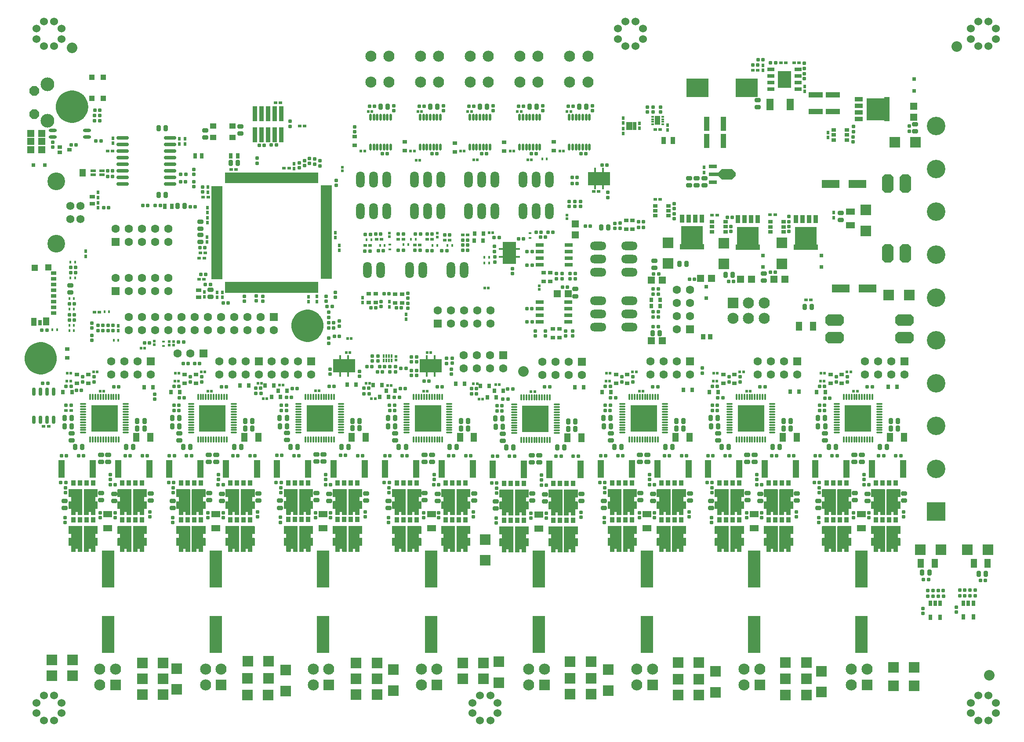
<source format=gts>
G04*
G04 #@! TF.GenerationSoftware,Altium Limited,Altium Designer,19.0.12 (326)*
G04*
G04 Layer_Color=8388736*
%FSLAX25Y25*%
%MOIN*%
G70*
G01*
G75*
%ADD114C,0.12205*%
%ADD115R,0.10400X0.16800*%
%ADD116R,0.16800X0.10400*%
G04:AMPARAMS|DCode=117|XSize=26mil|YSize=28mil|CornerRadius=6.4mil|HoleSize=0mil|Usage=FLASHONLY|Rotation=180.000|XOffset=0mil|YOffset=0mil|HoleType=Round|Shape=RoundedRectangle|*
%AMROUNDEDRECTD117*
21,1,0.02600,0.01520,0,0,180.0*
21,1,0.01320,0.02800,0,0,180.0*
1,1,0.01280,-0.00660,0.00760*
1,1,0.01280,0.00660,0.00760*
1,1,0.01280,0.00660,-0.00760*
1,1,0.01280,-0.00660,-0.00760*
%
%ADD117ROUNDEDRECTD117*%
%ADD118R,0.09455X0.28156*%
%ADD119R,0.13786X0.05912*%
%ADD120R,0.02762X0.03550*%
%ADD121R,0.02565X0.02368*%
%ADD122R,0.01581X0.01975*%
%ADD123R,0.02054X0.02054*%
%ADD124R,0.01975X0.01581*%
G04:AMPARAMS|DCode=125|XSize=26mil|YSize=28mil|CornerRadius=6.4mil|HoleSize=0mil|Usage=FLASHONLY|Rotation=90.000|XOffset=0mil|YOffset=0mil|HoleType=Round|Shape=RoundedRectangle|*
%AMROUNDEDRECTD125*
21,1,0.02600,0.01520,0,0,90.0*
21,1,0.01320,0.02800,0,0,90.0*
1,1,0.01280,0.00760,0.00660*
1,1,0.01280,0.00760,-0.00660*
1,1,0.01280,-0.00760,-0.00660*
1,1,0.01280,-0.00760,0.00660*
%
%ADD125ROUNDEDRECTD125*%
%ADD126C,0.06000*%
%ADD127R,0.02054X0.02054*%
%ADD128R,0.03550X0.02762*%
%ADD129O,0.01975X0.05124*%
G04:AMPARAMS|DCode=130|XSize=33.13mil|YSize=43.37mil|CornerRadius=7.83mil|HoleSize=0mil|Usage=FLASHONLY|Rotation=0.000|XOffset=0mil|YOffset=0mil|HoleType=Round|Shape=RoundedRectangle|*
%AMROUNDEDRECTD130*
21,1,0.03313,0.02772,0,0,0.0*
21,1,0.01748,0.04337,0,0,0.0*
1,1,0.01565,0.00874,-0.01386*
1,1,0.01565,-0.00874,-0.01386*
1,1,0.01565,-0.00874,0.01386*
1,1,0.01565,0.00874,0.01386*
%
%ADD130ROUNDEDRECTD130*%
%ADD131R,0.03943X0.06699*%
%ADD132R,0.02368X0.01384*%
%ADD133R,0.02368X0.02565*%
%ADD134R,0.03550X0.05321*%
G04:AMPARAMS|DCode=135|XSize=33.13mil|YSize=43.37mil|CornerRadius=7.83mil|HoleSize=0mil|Usage=FLASHONLY|Rotation=90.000|XOffset=0mil|YOffset=0mil|HoleType=Round|Shape=RoundedRectangle|*
%AMROUNDEDRECTD135*
21,1,0.03313,0.02772,0,0,90.0*
21,1,0.01748,0.04337,0,0,90.0*
1,1,0.01565,0.01386,0.00874*
1,1,0.01565,0.01386,-0.00874*
1,1,0.01565,-0.01386,-0.00874*
1,1,0.01565,-0.01386,0.00874*
%
%ADD135ROUNDEDRECTD135*%
%ADD136R,0.05912X0.02762*%
%ADD137R,0.07487X0.02762*%
%ADD138R,0.08471X0.08471*%
%ADD139O,0.03550X0.01502*%
%ADD140O,0.01502X0.03550*%
%ADD141R,0.06400X0.02800*%
%ADD142R,0.05200X0.05200*%
%ADD143R,0.05200X0.05200*%
%ADD144R,0.08300X0.08300*%
%ADD145R,0.08300X0.08300*%
%ADD146R,0.04731X0.07093*%
%ADD147R,0.02565X0.04337*%
%ADD148R,0.04928X0.13589*%
%ADD149R,0.03353X0.04140*%
%ADD150R,0.07093X0.04731*%
%ADD151R,0.01187X0.02959*%
%ADD152R,0.01187X0.02762*%
%ADD153R,0.08471X0.08471*%
G04:AMPARAMS|DCode=154|XSize=80mil|YSize=80mil|CornerRadius=40mil|HoleSize=0mil|Usage=FLASHONLY|Rotation=180.000|XOffset=0mil|YOffset=0mil|HoleType=Round|Shape=RoundedRectangle|*
%AMROUNDEDRECTD154*
21,1,0.08000,0.00000,0,0,180.0*
21,1,0.00000,0.08000,0,0,180.0*
1,1,0.08000,0.00000,0.00000*
1,1,0.08000,0.00000,0.00000*
1,1,0.08000,0.00000,0.00000*
1,1,0.08000,0.00000,0.00000*
%
%ADD154ROUNDEDRECTD154*%
%ADD155R,0.03300X0.04300*%
%ADD156O,0.05124X0.01384*%
%ADD157O,0.01384X0.05124*%
%ADD158R,0.20479X0.20479*%
%ADD159R,0.04337X0.03156*%
%ADD160R,0.05124X0.04534*%
%ADD161R,0.05124X0.04928*%
%ADD162R,0.05124X0.06109*%
%ADD163R,0.03131X0.04337*%
%ADD164R,0.03943X0.05912*%
%ADD165O,0.02762X0.06306*%
%ADD166R,0.03353X0.11424*%
%ADD167R,0.02598X0.02126*%
%ADD168R,0.02451X0.06063*%
%ADD169O,0.07487X0.01381*%
%ADD170O,0.01381X0.07487*%
%ADD171R,0.05124X0.03943*%
%ADD172O,0.09455X0.02762*%
G04:AMPARAMS|DCode=173|XSize=80mil|YSize=80mil|CornerRadius=40mil|HoleSize=0mil|Usage=FLASHONLY|Rotation=270.000|XOffset=0mil|YOffset=0mil|HoleType=Round|Shape=RoundedRectangle|*
%AMROUNDEDRECTD173*
21,1,0.08000,0.00000,0,0,270.0*
21,1,0.00000,0.08000,0,0,270.0*
1,1,0.08000,0.00000,0.00000*
1,1,0.08000,0.00000,0.00000*
1,1,0.08000,0.00000,0.00000*
1,1,0.08000,0.00000,0.00000*
%
%ADD173ROUNDEDRECTD173*%
%ADD174R,0.03747X0.02762*%
%ADD175R,0.02800X0.02800*%
%ADD176R,0.04337X0.03943*%
%ADD177R,0.03943X0.01975*%
%ADD178R,0.01680X0.01463*%
%ADD179R,0.08400X0.08400*%
%ADD180R,0.03550X0.02565*%
%ADD181O,0.06109X0.02565*%
%ADD182R,0.03865X0.03038*%
%ADD183R,0.11030X0.04140*%
%ADD184R,0.05400X0.08700*%
%ADD185R,0.16542X0.14179*%
%ADD186R,0.05321X0.02565*%
%ADD187R,0.09849X0.12605*%
%ADD188R,0.03200X0.06000*%
%ADD189R,0.06000X0.03200*%
%ADD190R,0.04140X0.11030*%
%ADD191R,0.03038X0.03865*%
%ADD192R,0.02800X0.02800*%
%ADD193C,0.08400*%
%ADD194O,0.13998X0.14000*%
%ADD195R,0.13998X0.14000*%
%ADD196O,0.06400X0.12400*%
%ADD197O,0.12400X0.06400*%
%ADD198R,0.06306X0.06306*%
%ADD199C,0.06306*%
%ADD200R,0.06306X0.06306*%
G04:AMPARAMS|DCode=201|XSize=137mil|YSize=87mil|CornerRadius=0mil|HoleSize=0mil|Usage=FLASHONLY|Rotation=180.000|XOffset=0mil|YOffset=0mil|HoleType=Round|Shape=Octagon|*
%AMOCTAGOND201*
4,1,8,-0.06850,0.02175,-0.06850,-0.02175,-0.04675,-0.04350,0.04675,-0.04350,0.06850,-0.02175,0.06850,0.02175,0.04675,0.04350,-0.04675,0.04350,-0.06850,0.02175,0.0*
%
%ADD201OCTAGOND201*%

%ADD202C,0.10400*%
%ADD203P,0.08010X8X292.5*%
%ADD204C,0.13450*%
%ADD205C,0.06200*%
G04:AMPARAMS|DCode=206|XSize=137mil|YSize=87mil|CornerRadius=0mil|HoleSize=0mil|Usage=FLASHONLY|Rotation=90.000|XOffset=0mil|YOffset=0mil|HoleType=Round|Shape=Octagon|*
%AMOCTAGOND206*
4,1,8,0.02175,0.06850,-0.02175,0.06850,-0.04350,0.04675,-0.04350,-0.04675,-0.02175,-0.06850,0.02175,-0.06850,0.04350,-0.04675,0.04350,0.04675,0.02175,0.06850,0.0*
%
%ADD206OCTAGOND206*%

G36*
X657121Y464995D02*
X653085D01*
Y465979D01*
X639699D01*
Y482515D01*
X653085D01*
Y483499D01*
X657121D01*
Y464995D01*
D02*
G37*
G36*
X47633Y423141D02*
X42928D01*
X42929Y423141D01*
X42928D01*
Y428932D01*
X47633D01*
Y423141D01*
D02*
G37*
G36*
X537605Y428766D02*
X537643Y428754D01*
X537678Y428736D01*
X537708Y428711D01*
X540267Y426152D01*
X540292Y426121D01*
X540311Y426086D01*
X540322Y426049D01*
X540326Y426010D01*
Y423647D01*
X540322Y423608D01*
X540311Y423570D01*
X540292Y423536D01*
X540267Y423505D01*
X537708Y420946D01*
X537678Y420921D01*
X537643Y420903D01*
X537605Y420891D01*
X537566Y420887D01*
X530086D01*
X530047Y420891D01*
X530009Y420903D01*
X529974Y420921D01*
X529944Y420946D01*
X527365Y423525D01*
X527365Y423525D01*
X527354Y423539D01*
X527340Y423555D01*
X527328Y423578D01*
X527321Y423590D01*
X527310Y423628D01*
X527306Y423667D01*
X527306Y423667D01*
Y425990D01*
X527310Y426029D01*
X527321Y426067D01*
X527340Y426101D01*
X527365Y426132D01*
X529944Y428711D01*
X529944Y428711D01*
X529960Y428724D01*
X529974Y428736D01*
X530009Y428754D01*
X530047Y428766D01*
X530086Y428769D01*
X537566D01*
X537605Y428766D01*
D02*
G37*
G36*
X223953Y418036D02*
X153069Y418036D01*
X153069Y426009D01*
X223934D01*
X223953Y418036D01*
D02*
G37*
G36*
X515630Y371964D02*
X516614D01*
Y367929D01*
X498110D01*
Y371964D01*
X499094D01*
Y385350D01*
X515630D01*
Y371964D01*
D02*
G37*
G36*
X601979Y371565D02*
X602963D01*
Y367530D01*
X584459D01*
Y371565D01*
X585443D01*
Y384951D01*
X601979D01*
Y371565D01*
D02*
G37*
G36*
X557979Y371564D02*
X558964D01*
Y367529D01*
X540460D01*
Y371564D01*
X541444D01*
Y384950D01*
X557979D01*
Y371564D01*
D02*
G37*
G36*
X234083Y345635D02*
X232153D01*
X225913Y345620D01*
X225913Y416501D01*
X234083Y416501D01*
Y345635D01*
D02*
G37*
G36*
X151012Y345032D02*
X142842Y345032D01*
Y415896D01*
X151012Y415916D01*
X151012Y345032D01*
D02*
G37*
G36*
X223931Y343036D02*
X223931Y334965D01*
X153066D01*
X153047Y343036D01*
X223931Y343036D01*
D02*
G37*
G36*
X257033Y185767D02*
X257071Y185756D01*
X257106Y185737D01*
X257136Y185712D01*
X257161Y185681D01*
X257180Y185647D01*
X257191Y185609D01*
X257195Y185570D01*
Y180058D01*
X257191Y180019D01*
X257180Y179981D01*
X257161Y179946D01*
X257136Y179916D01*
X257106Y179891D01*
X257071Y179872D01*
X257033Y179861D01*
X256994Y179857D01*
X255246D01*
Y176716D01*
X256994D01*
X257033Y176712D01*
X257071Y176700D01*
X257106Y176682D01*
X257136Y176657D01*
X257161Y176626D01*
X257180Y176592D01*
X257191Y176554D01*
X257195Y176515D01*
Y171003D01*
X257191Y170964D01*
X257180Y170926D01*
X257161Y170891D01*
X257136Y170861D01*
X257106Y170836D01*
X257071Y170817D01*
X257033Y170806D01*
X256994Y170802D01*
X255246D01*
Y166436D01*
X255242Y166397D01*
X255231Y166359D01*
X255212Y166324D01*
X255187Y166294D01*
X255157Y166269D01*
X255122Y166250D01*
X255084Y166239D01*
X255045Y166235D01*
X252093D01*
X252053Y166239D01*
X252015Y166250D01*
X251981Y166269D01*
X251950Y166294D01*
X251925Y166324D01*
X251907Y166359D01*
X251895Y166397D01*
X251891Y166436D01*
Y168440D01*
X250226D01*
Y166436D01*
X250223Y166397D01*
X250211Y166359D01*
X250193Y166324D01*
X250168Y166294D01*
X250137Y166269D01*
X250102Y166250D01*
X250065Y166239D01*
X250026Y166235D01*
X246856D01*
X246817Y166239D01*
X246779Y166250D01*
X246745Y166269D01*
X246714Y166294D01*
X246689Y166324D01*
X246671Y166359D01*
X246659Y166397D01*
X246655Y166436D01*
Y185570D01*
X246659Y185609D01*
X246671Y185647D01*
X246689Y185681D01*
X246714Y185712D01*
X246745Y185737D01*
X246779Y185756D01*
X246817Y185767D01*
X246856Y185771D01*
X256994D01*
X257033Y185767D01*
D02*
G37*
G36*
X245321D02*
X245358Y185756D01*
X245393Y185737D01*
X245424Y185712D01*
X245448Y185681D01*
X245467Y185647D01*
X245479Y185609D01*
X245482Y185570D01*
Y166436D01*
X245479Y166397D01*
X245467Y166359D01*
X245448Y166324D01*
X245424Y166294D01*
X245393Y166269D01*
X245358Y166250D01*
X245321Y166239D01*
X245281Y166235D01*
X242112D01*
X242073Y166239D01*
X242035Y166250D01*
X242001Y166269D01*
X241970Y166294D01*
X241945Y166324D01*
X241927Y166359D01*
X241915Y166397D01*
X241911Y166436D01*
Y168440D01*
X240246D01*
Y166436D01*
X240242Y166397D01*
X240231Y166359D01*
X240212Y166324D01*
X240187Y166294D01*
X240157Y166269D01*
X240122Y166250D01*
X240084Y166239D01*
X240045Y166235D01*
X237092D01*
X237053Y166239D01*
X237016Y166250D01*
X236981Y166269D01*
X236950Y166294D01*
X236925Y166324D01*
X236907Y166359D01*
X236895Y166397D01*
X236892Y166436D01*
Y170802D01*
X235144D01*
X235104Y170806D01*
X235067Y170817D01*
X235032Y170836D01*
X235001Y170861D01*
X234977Y170891D01*
X234958Y170926D01*
X234946Y170964D01*
X234943Y171003D01*
Y176515D01*
X234946Y176554D01*
X234958Y176592D01*
X234977Y176626D01*
X235001Y176657D01*
X235032Y176682D01*
X235067Y176700D01*
X235104Y176712D01*
X235144Y176716D01*
X236892D01*
Y179857D01*
X235144D01*
X235104Y179861D01*
X235067Y179872D01*
X235032Y179891D01*
X235001Y179916D01*
X234977Y179946D01*
X234958Y179981D01*
X234946Y180019D01*
X234943Y180058D01*
Y185570D01*
X234946Y185609D01*
X234958Y185647D01*
X234977Y185681D01*
X235001Y185712D01*
X235032Y185737D01*
X235067Y185756D01*
X235104Y185767D01*
X235144Y185771D01*
X245281D01*
X245321Y185767D01*
D02*
G37*
G36*
X219784D02*
X219822Y185756D01*
X219857Y185737D01*
X219887Y185712D01*
X219912Y185681D01*
X219931Y185647D01*
X219942Y185609D01*
X219946Y185570D01*
Y180058D01*
X219942Y180019D01*
X219931Y179981D01*
X219912Y179946D01*
X219887Y179916D01*
X219857Y179891D01*
X219822Y179872D01*
X219784Y179861D01*
X219745Y179857D01*
X217997D01*
Y176716D01*
X219745D01*
X219784Y176712D01*
X219822Y176700D01*
X219857Y176682D01*
X219887Y176657D01*
X219912Y176626D01*
X219931Y176592D01*
X219942Y176554D01*
X219946Y176515D01*
Y171003D01*
X219942Y170964D01*
X219931Y170926D01*
X219912Y170891D01*
X219887Y170861D01*
X219857Y170836D01*
X219822Y170817D01*
X219784Y170806D01*
X219745Y170802D01*
X217997D01*
Y166436D01*
X217993Y166397D01*
X217982Y166359D01*
X217964Y166324D01*
X217938Y166294D01*
X217908Y166269D01*
X217873Y166250D01*
X217836Y166239D01*
X217796Y166235D01*
X214844D01*
X214804Y166239D01*
X214767Y166250D01*
X214732Y166269D01*
X214702Y166294D01*
X214677Y166324D01*
X214658Y166359D01*
X214647Y166397D01*
X214643Y166436D01*
Y168440D01*
X212978D01*
Y166436D01*
X212974Y166397D01*
X212962Y166359D01*
X212944Y166324D01*
X212919Y166294D01*
X212888Y166269D01*
X212854Y166250D01*
X212816Y166239D01*
X212777Y166235D01*
X209607D01*
X209568Y166239D01*
X209530Y166250D01*
X209496Y166269D01*
X209465Y166294D01*
X209440Y166324D01*
X209422Y166359D01*
X209410Y166397D01*
X209406Y166436D01*
Y185570D01*
X209410Y185609D01*
X209422Y185647D01*
X209440Y185681D01*
X209465Y185712D01*
X209496Y185737D01*
X209530Y185756D01*
X209568Y185767D01*
X209607Y185771D01*
X219745D01*
X219784Y185767D01*
D02*
G37*
G36*
X208072D02*
X208109Y185756D01*
X208144Y185737D01*
X208175Y185712D01*
X208200Y185681D01*
X208218Y185647D01*
X208230Y185609D01*
X208234Y185570D01*
Y166436D01*
X208230Y166397D01*
X208218Y166359D01*
X208200Y166324D01*
X208175Y166294D01*
X208144Y166269D01*
X208109Y166250D01*
X208072Y166239D01*
X208033Y166235D01*
X204863D01*
X204824Y166239D01*
X204786Y166250D01*
X204752Y166269D01*
X204721Y166294D01*
X204696Y166324D01*
X204678Y166359D01*
X204666Y166397D01*
X204662Y166436D01*
Y168440D01*
X202997D01*
Y166436D01*
X202993Y166397D01*
X202982Y166359D01*
X202963Y166324D01*
X202939Y166294D01*
X202908Y166269D01*
X202873Y166250D01*
X202836Y166239D01*
X202796Y166235D01*
X199844D01*
X199804Y166239D01*
X199767Y166250D01*
X199732Y166269D01*
X199701Y166294D01*
X199677Y166324D01*
X199658Y166359D01*
X199647Y166397D01*
X199643Y166436D01*
Y170802D01*
X197895D01*
X197856Y170806D01*
X197818Y170817D01*
X197783Y170836D01*
X197753Y170861D01*
X197728Y170891D01*
X197709Y170926D01*
X197698Y170964D01*
X197694Y171003D01*
Y176515D01*
X197698Y176554D01*
X197709Y176592D01*
X197728Y176626D01*
X197753Y176657D01*
X197783Y176682D01*
X197818Y176700D01*
X197856Y176712D01*
X197895Y176716D01*
X199643D01*
Y179857D01*
X197895D01*
X197856Y179861D01*
X197818Y179872D01*
X197783Y179891D01*
X197753Y179916D01*
X197728Y179946D01*
X197709Y179981D01*
X197698Y180019D01*
X197694Y180058D01*
Y185570D01*
X197698Y185609D01*
X197709Y185647D01*
X197728Y185681D01*
X197753Y185712D01*
X197783Y185737D01*
X197818Y185756D01*
X197856Y185767D01*
X197895Y185771D01*
X208033D01*
X208072Y185767D01*
D02*
G37*
G36*
X665272Y185671D02*
X665309Y185660D01*
X665344Y185641D01*
X665374Y185616D01*
X665399Y185586D01*
X665418Y185551D01*
X665429Y185513D01*
X665433Y185474D01*
Y179962D01*
X665429Y179923D01*
X665418Y179885D01*
X665399Y179850D01*
X665374Y179820D01*
X665344Y179795D01*
X665309Y179777D01*
X665272Y179765D01*
X665232Y179761D01*
X663484D01*
Y176620D01*
X665232D01*
X665272Y176616D01*
X665309Y176604D01*
X665344Y176586D01*
X665374Y176561D01*
X665399Y176531D01*
X665418Y176496D01*
X665429Y176458D01*
X665433Y176419D01*
Y170907D01*
X665429Y170868D01*
X665418Y170830D01*
X665399Y170795D01*
X665374Y170765D01*
X665344Y170740D01*
X665309Y170721D01*
X665272Y170710D01*
X665232Y170706D01*
X663484D01*
Y166340D01*
X663481Y166301D01*
X663469Y166263D01*
X663450Y166228D01*
X663425Y166198D01*
X663395Y166173D01*
X663360Y166154D01*
X663323Y166143D01*
X663283Y166139D01*
X660331D01*
X660291Y166143D01*
X660254Y166154D01*
X660219Y166173D01*
X660189Y166198D01*
X660164Y166228D01*
X660145Y166263D01*
X660134Y166301D01*
X660130Y166340D01*
Y168344D01*
X658465D01*
Y166340D01*
X658461Y166301D01*
X658449Y166263D01*
X658431Y166228D01*
X658406Y166198D01*
X658375Y166173D01*
X658341Y166154D01*
X658303Y166143D01*
X658264Y166139D01*
X655094D01*
X655055Y166143D01*
X655018Y166154D01*
X654983Y166173D01*
X654952Y166198D01*
X654927Y166228D01*
X654909Y166263D01*
X654897Y166301D01*
X654893Y166340D01*
Y185474D01*
X654897Y185513D01*
X654909Y185551D01*
X654927Y185586D01*
X654952Y185616D01*
X654983Y185641D01*
X655018Y185660D01*
X655055Y185671D01*
X655094Y185675D01*
X665232D01*
X665272Y185671D01*
D02*
G37*
G36*
X653559D02*
X653597Y185660D01*
X653631Y185641D01*
X653662Y185616D01*
X653687Y185586D01*
X653705Y185551D01*
X653717Y185513D01*
X653721Y185474D01*
Y166340D01*
X653717Y166301D01*
X653705Y166263D01*
X653687Y166228D01*
X653662Y166198D01*
X653631Y166173D01*
X653597Y166154D01*
X653559Y166143D01*
X653520Y166139D01*
X650350D01*
X650311Y166143D01*
X650273Y166154D01*
X650239Y166173D01*
X650208Y166198D01*
X650183Y166228D01*
X650165Y166263D01*
X650153Y166301D01*
X650149Y166340D01*
Y168344D01*
X648484D01*
Y166340D01*
X648481Y166301D01*
X648469Y166263D01*
X648451Y166228D01*
X648425Y166198D01*
X648395Y166173D01*
X648360Y166154D01*
X648323Y166143D01*
X648283Y166139D01*
X645331D01*
X645292Y166143D01*
X645254Y166154D01*
X645219Y166173D01*
X645189Y166198D01*
X645164Y166228D01*
X645145Y166263D01*
X645134Y166301D01*
X645130Y166340D01*
Y170706D01*
X643382D01*
X643343Y170710D01*
X643305Y170721D01*
X643270Y170740D01*
X643240Y170765D01*
X643215Y170795D01*
X643196Y170830D01*
X643185Y170868D01*
X643181Y170907D01*
Y176419D01*
X643185Y176458D01*
X643196Y176496D01*
X643215Y176531D01*
X643240Y176561D01*
X643270Y176586D01*
X643305Y176604D01*
X643343Y176616D01*
X643382Y176620D01*
X645130D01*
Y179761D01*
X643382D01*
X643343Y179765D01*
X643305Y179777D01*
X643270Y179795D01*
X643240Y179820D01*
X643215Y179850D01*
X643196Y179885D01*
X643185Y179923D01*
X643181Y179962D01*
Y185474D01*
X643185Y185513D01*
X643196Y185551D01*
X643215Y185586D01*
X643240Y185616D01*
X643270Y185641D01*
X643305Y185660D01*
X643343Y185671D01*
X643382Y185675D01*
X653520D01*
X653559Y185671D01*
D02*
G37*
G36*
X628023D02*
X628060Y185660D01*
X628095Y185641D01*
X628126Y185616D01*
X628151Y185586D01*
X628169Y185551D01*
X628181Y185513D01*
X628184Y185474D01*
Y179962D01*
X628181Y179923D01*
X628169Y179885D01*
X628151Y179850D01*
X628126Y179820D01*
X628095Y179795D01*
X628060Y179777D01*
X628023Y179765D01*
X627983Y179761D01*
X626236D01*
Y176620D01*
X627983D01*
X628023Y176616D01*
X628060Y176604D01*
X628095Y176586D01*
X628126Y176561D01*
X628151Y176531D01*
X628169Y176496D01*
X628181Y176458D01*
X628184Y176419D01*
Y170907D01*
X628181Y170868D01*
X628169Y170830D01*
X628151Y170795D01*
X628126Y170765D01*
X628095Y170740D01*
X628060Y170721D01*
X628023Y170710D01*
X627983Y170706D01*
X626236D01*
Y166340D01*
X626232Y166301D01*
X626220Y166263D01*
X626202Y166228D01*
X626177Y166198D01*
X626146Y166173D01*
X626112Y166154D01*
X626074Y166143D01*
X626035Y166139D01*
X623082D01*
X623043Y166143D01*
X623005Y166154D01*
X622970Y166173D01*
X622940Y166198D01*
X622915Y166228D01*
X622896Y166263D01*
X622885Y166301D01*
X622881Y166340D01*
Y168344D01*
X621216D01*
Y166340D01*
X621212Y166301D01*
X621201Y166263D01*
X621182Y166228D01*
X621157Y166198D01*
X621127Y166173D01*
X621092Y166154D01*
X621054Y166143D01*
X621015Y166139D01*
X617846D01*
X617806Y166143D01*
X617769Y166154D01*
X617734Y166173D01*
X617703Y166198D01*
X617678Y166228D01*
X617660Y166263D01*
X617649Y166301D01*
X617645Y166340D01*
Y185474D01*
X617649Y185513D01*
X617660Y185551D01*
X617678Y185586D01*
X617703Y185616D01*
X617734Y185641D01*
X617769Y185660D01*
X617806Y185671D01*
X617846Y185675D01*
X627983D01*
X628023Y185671D01*
D02*
G37*
G36*
X616310D02*
X616348Y185660D01*
X616383Y185641D01*
X616413Y185616D01*
X616438Y185586D01*
X616457Y185551D01*
X616468Y185513D01*
X616472Y185474D01*
Y166340D01*
X616468Y166301D01*
X616457Y166263D01*
X616438Y166228D01*
X616413Y166198D01*
X616383Y166173D01*
X616348Y166154D01*
X616310Y166143D01*
X616271Y166139D01*
X613102D01*
X613062Y166143D01*
X613025Y166154D01*
X612990Y166173D01*
X612959Y166198D01*
X612934Y166228D01*
X612916Y166263D01*
X612904Y166301D01*
X612901Y166340D01*
Y168344D01*
X611236D01*
Y166340D01*
X611232Y166301D01*
X611220Y166263D01*
X611202Y166228D01*
X611177Y166198D01*
X611146Y166173D01*
X611111Y166154D01*
X611074Y166143D01*
X611035Y166139D01*
X608082D01*
X608043Y166143D01*
X608005Y166154D01*
X607970Y166173D01*
X607940Y166198D01*
X607915Y166228D01*
X607896Y166263D01*
X607885Y166301D01*
X607881Y166340D01*
Y170706D01*
X606133D01*
X606094Y170710D01*
X606056Y170721D01*
X606021Y170740D01*
X605991Y170765D01*
X605966Y170795D01*
X605947Y170830D01*
X605936Y170868D01*
X605932Y170907D01*
Y176419D01*
X605936Y176458D01*
X605947Y176496D01*
X605966Y176531D01*
X605991Y176561D01*
X606021Y176586D01*
X606056Y176604D01*
X606094Y176616D01*
X606133Y176620D01*
X607881D01*
Y179761D01*
X606133D01*
X606094Y179765D01*
X606056Y179777D01*
X606021Y179795D01*
X605991Y179820D01*
X605966Y179850D01*
X605947Y179885D01*
X605936Y179923D01*
X605932Y179962D01*
Y185474D01*
X605936Y185513D01*
X605947Y185551D01*
X605966Y185586D01*
X605991Y185616D01*
X606021Y185641D01*
X606056Y185660D01*
X606094Y185671D01*
X606133Y185675D01*
X616271D01*
X616310Y185671D01*
D02*
G37*
G36*
X583972D02*
X584009Y185660D01*
X584044Y185641D01*
X584074Y185616D01*
X584099Y185586D01*
X584118Y185551D01*
X584129Y185513D01*
X584133Y185474D01*
Y179962D01*
X584129Y179923D01*
X584118Y179885D01*
X584099Y179850D01*
X584074Y179820D01*
X584044Y179795D01*
X584009Y179777D01*
X583972Y179765D01*
X583932Y179761D01*
X582184D01*
Y176620D01*
X583932D01*
X583972Y176616D01*
X584009Y176604D01*
X584044Y176586D01*
X584074Y176561D01*
X584099Y176531D01*
X584118Y176496D01*
X584129Y176458D01*
X584133Y176419D01*
Y170907D01*
X584129Y170868D01*
X584118Y170830D01*
X584099Y170795D01*
X584074Y170765D01*
X584044Y170740D01*
X584009Y170721D01*
X583972Y170710D01*
X583932Y170706D01*
X582184D01*
Y166340D01*
X582181Y166301D01*
X582169Y166263D01*
X582151Y166228D01*
X582126Y166198D01*
X582095Y166173D01*
X582060Y166154D01*
X582023Y166143D01*
X581983Y166139D01*
X579031D01*
X578992Y166143D01*
X578954Y166154D01*
X578919Y166173D01*
X578889Y166198D01*
X578864Y166228D01*
X578845Y166263D01*
X578834Y166301D01*
X578830Y166340D01*
Y168344D01*
X577165D01*
Y166340D01*
X577161Y166301D01*
X577149Y166263D01*
X577131Y166228D01*
X577106Y166198D01*
X577075Y166173D01*
X577041Y166154D01*
X577003Y166143D01*
X576964Y166139D01*
X573794D01*
X573755Y166143D01*
X573717Y166154D01*
X573683Y166173D01*
X573652Y166198D01*
X573627Y166228D01*
X573609Y166263D01*
X573597Y166301D01*
X573594Y166340D01*
Y185474D01*
X573597Y185513D01*
X573609Y185551D01*
X573627Y185586D01*
X573652Y185616D01*
X573683Y185641D01*
X573717Y185660D01*
X573755Y185671D01*
X573794Y185675D01*
X583932D01*
X583972Y185671D01*
D02*
G37*
G36*
X572259D02*
X572297Y185660D01*
X572331Y185641D01*
X572362Y185616D01*
X572387Y185586D01*
X572405Y185551D01*
X572417Y185513D01*
X572421Y185474D01*
Y166340D01*
X572417Y166301D01*
X572405Y166263D01*
X572387Y166228D01*
X572362Y166198D01*
X572331Y166173D01*
X572297Y166154D01*
X572259Y166143D01*
X572220Y166139D01*
X569050D01*
X569011Y166143D01*
X568973Y166154D01*
X568939Y166173D01*
X568908Y166198D01*
X568883Y166228D01*
X568865Y166263D01*
X568853Y166301D01*
X568849Y166340D01*
Y168344D01*
X567184D01*
Y166340D01*
X567180Y166301D01*
X567169Y166263D01*
X567150Y166228D01*
X567126Y166198D01*
X567095Y166173D01*
X567060Y166154D01*
X567023Y166143D01*
X566983Y166139D01*
X564031D01*
X563991Y166143D01*
X563954Y166154D01*
X563919Y166173D01*
X563889Y166198D01*
X563864Y166228D01*
X563845Y166263D01*
X563834Y166301D01*
X563830Y166340D01*
Y170706D01*
X562082D01*
X562043Y170710D01*
X562005Y170721D01*
X561970Y170740D01*
X561940Y170765D01*
X561915Y170795D01*
X561896Y170830D01*
X561885Y170868D01*
X561881Y170907D01*
Y176419D01*
X561885Y176458D01*
X561896Y176496D01*
X561915Y176531D01*
X561940Y176561D01*
X561970Y176586D01*
X562005Y176604D01*
X562043Y176616D01*
X562082Y176620D01*
X563830D01*
Y179761D01*
X562082D01*
X562043Y179765D01*
X562005Y179777D01*
X561970Y179795D01*
X561940Y179820D01*
X561915Y179850D01*
X561896Y179885D01*
X561885Y179923D01*
X561881Y179962D01*
Y185474D01*
X561885Y185513D01*
X561896Y185551D01*
X561915Y185586D01*
X561940Y185616D01*
X561970Y185641D01*
X562005Y185660D01*
X562043Y185671D01*
X562082Y185675D01*
X572220D01*
X572259Y185671D01*
D02*
G37*
G36*
X546723D02*
X546760Y185660D01*
X546795Y185641D01*
X546826Y185616D01*
X546851Y185586D01*
X546869Y185551D01*
X546881Y185513D01*
X546884Y185474D01*
Y179962D01*
X546881Y179923D01*
X546869Y179885D01*
X546851Y179850D01*
X546826Y179820D01*
X546795Y179795D01*
X546760Y179777D01*
X546723Y179765D01*
X546683Y179761D01*
X544936D01*
Y176620D01*
X546683D01*
X546723Y176616D01*
X546760Y176604D01*
X546795Y176586D01*
X546826Y176561D01*
X546851Y176531D01*
X546869Y176496D01*
X546881Y176458D01*
X546884Y176419D01*
Y170907D01*
X546881Y170868D01*
X546869Y170830D01*
X546851Y170795D01*
X546826Y170765D01*
X546795Y170740D01*
X546760Y170721D01*
X546723Y170710D01*
X546683Y170706D01*
X544936D01*
Y166340D01*
X544932Y166301D01*
X544920Y166263D01*
X544902Y166228D01*
X544877Y166198D01*
X544846Y166173D01*
X544811Y166154D01*
X544774Y166143D01*
X544735Y166139D01*
X541782D01*
X541743Y166143D01*
X541705Y166154D01*
X541670Y166173D01*
X541640Y166198D01*
X541615Y166228D01*
X541596Y166263D01*
X541585Y166301D01*
X541581Y166340D01*
Y168344D01*
X539916D01*
Y166340D01*
X539912Y166301D01*
X539901Y166263D01*
X539882Y166228D01*
X539857Y166198D01*
X539827Y166173D01*
X539792Y166154D01*
X539754Y166143D01*
X539715Y166139D01*
X536546D01*
X536506Y166143D01*
X536469Y166154D01*
X536434Y166173D01*
X536404Y166198D01*
X536378Y166228D01*
X536360Y166263D01*
X536348Y166301D01*
X536345Y166340D01*
Y185474D01*
X536348Y185513D01*
X536360Y185551D01*
X536378Y185586D01*
X536404Y185616D01*
X536434Y185641D01*
X536469Y185660D01*
X536506Y185671D01*
X536546Y185675D01*
X546683D01*
X546723Y185671D01*
D02*
G37*
G36*
X535010D02*
X535048Y185660D01*
X535082Y185641D01*
X535113Y185616D01*
X535138Y185586D01*
X535156Y185551D01*
X535168Y185513D01*
X535172Y185474D01*
Y166340D01*
X535168Y166301D01*
X535156Y166263D01*
X535138Y166228D01*
X535113Y166198D01*
X535082Y166173D01*
X535048Y166154D01*
X535010Y166143D01*
X534971Y166139D01*
X531802D01*
X531762Y166143D01*
X531725Y166154D01*
X531690Y166173D01*
X531660Y166198D01*
X531635Y166228D01*
X531616Y166263D01*
X531604Y166301D01*
X531601Y166340D01*
Y168344D01*
X529936D01*
Y166340D01*
X529932Y166301D01*
X529920Y166263D01*
X529902Y166228D01*
X529877Y166198D01*
X529846Y166173D01*
X529811Y166154D01*
X529774Y166143D01*
X529735Y166139D01*
X526782D01*
X526743Y166143D01*
X526705Y166154D01*
X526670Y166173D01*
X526640Y166198D01*
X526615Y166228D01*
X526596Y166263D01*
X526585Y166301D01*
X526581Y166340D01*
Y170706D01*
X524833D01*
X524794Y170710D01*
X524756Y170721D01*
X524721Y170740D01*
X524691Y170765D01*
X524666Y170795D01*
X524647Y170830D01*
X524636Y170868D01*
X524632Y170907D01*
Y176419D01*
X524636Y176458D01*
X524647Y176496D01*
X524666Y176531D01*
X524691Y176561D01*
X524721Y176586D01*
X524756Y176604D01*
X524794Y176616D01*
X524833Y176620D01*
X526581D01*
Y179761D01*
X524833D01*
X524794Y179765D01*
X524756Y179777D01*
X524721Y179795D01*
X524691Y179820D01*
X524666Y179850D01*
X524647Y179885D01*
X524636Y179923D01*
X524632Y179962D01*
Y185474D01*
X524636Y185513D01*
X524647Y185551D01*
X524666Y185586D01*
X524691Y185616D01*
X524721Y185641D01*
X524756Y185660D01*
X524794Y185671D01*
X524833Y185675D01*
X534971D01*
X535010Y185671D01*
D02*
G37*
G36*
X502671D02*
X502709Y185660D01*
X502744Y185641D01*
X502774Y185616D01*
X502799Y185586D01*
X502818Y185551D01*
X502829Y185513D01*
X502833Y185474D01*
Y179962D01*
X502829Y179923D01*
X502818Y179885D01*
X502799Y179850D01*
X502774Y179820D01*
X502744Y179795D01*
X502709Y179777D01*
X502671Y179765D01*
X502632Y179761D01*
X500884D01*
Y176620D01*
X502632D01*
X502671Y176616D01*
X502709Y176604D01*
X502744Y176586D01*
X502774Y176561D01*
X502799Y176531D01*
X502818Y176496D01*
X502829Y176458D01*
X502833Y176419D01*
Y170907D01*
X502829Y170868D01*
X502818Y170830D01*
X502799Y170795D01*
X502774Y170765D01*
X502744Y170740D01*
X502709Y170721D01*
X502671Y170710D01*
X502632Y170706D01*
X500884D01*
Y166340D01*
X500880Y166301D01*
X500869Y166263D01*
X500850Y166228D01*
X500826Y166198D01*
X500795Y166173D01*
X500760Y166154D01*
X500723Y166143D01*
X500683Y166139D01*
X497731D01*
X497691Y166143D01*
X497654Y166154D01*
X497619Y166173D01*
X497589Y166198D01*
X497564Y166228D01*
X497545Y166263D01*
X497534Y166301D01*
X497530Y166340D01*
Y168344D01*
X495865D01*
Y166340D01*
X495861Y166301D01*
X495849Y166263D01*
X495831Y166228D01*
X495806Y166198D01*
X495775Y166173D01*
X495741Y166154D01*
X495703Y166143D01*
X495664Y166139D01*
X492494D01*
X492455Y166143D01*
X492417Y166154D01*
X492383Y166173D01*
X492352Y166198D01*
X492327Y166228D01*
X492309Y166263D01*
X492297Y166301D01*
X492294Y166340D01*
Y185474D01*
X492297Y185513D01*
X492309Y185551D01*
X492327Y185586D01*
X492352Y185616D01*
X492383Y185641D01*
X492417Y185660D01*
X492455Y185671D01*
X492494Y185675D01*
X502632D01*
X502671Y185671D01*
D02*
G37*
G36*
X490959D02*
X490997Y185660D01*
X491031Y185641D01*
X491062Y185616D01*
X491087Y185586D01*
X491105Y185551D01*
X491117Y185513D01*
X491121Y185474D01*
Y166340D01*
X491117Y166301D01*
X491105Y166263D01*
X491087Y166228D01*
X491062Y166198D01*
X491031Y166173D01*
X490997Y166154D01*
X490959Y166143D01*
X490920Y166139D01*
X487750D01*
X487711Y166143D01*
X487673Y166154D01*
X487639Y166173D01*
X487608Y166198D01*
X487583Y166228D01*
X487565Y166263D01*
X487553Y166301D01*
X487549Y166340D01*
Y168344D01*
X485884D01*
Y166340D01*
X485881Y166301D01*
X485869Y166263D01*
X485850Y166228D01*
X485825Y166198D01*
X485795Y166173D01*
X485760Y166154D01*
X485723Y166143D01*
X485683Y166139D01*
X482731D01*
X482691Y166143D01*
X482654Y166154D01*
X482619Y166173D01*
X482589Y166198D01*
X482564Y166228D01*
X482545Y166263D01*
X482534Y166301D01*
X482530Y166340D01*
Y170706D01*
X480782D01*
X480743Y170710D01*
X480705Y170721D01*
X480670Y170740D01*
X480640Y170765D01*
X480615Y170795D01*
X480596Y170830D01*
X480585Y170868D01*
X480581Y170907D01*
Y176419D01*
X480585Y176458D01*
X480596Y176496D01*
X480615Y176531D01*
X480640Y176561D01*
X480670Y176586D01*
X480705Y176604D01*
X480743Y176616D01*
X480782Y176620D01*
X482530D01*
Y179761D01*
X480782D01*
X480743Y179765D01*
X480705Y179777D01*
X480670Y179795D01*
X480640Y179820D01*
X480615Y179850D01*
X480596Y179885D01*
X480585Y179923D01*
X480581Y179962D01*
Y185474D01*
X480585Y185513D01*
X480596Y185551D01*
X480615Y185586D01*
X480640Y185616D01*
X480670Y185641D01*
X480705Y185660D01*
X480743Y185671D01*
X480782Y185675D01*
X490920D01*
X490959Y185671D01*
D02*
G37*
G36*
X465423D02*
X465460Y185660D01*
X465495Y185641D01*
X465526Y185616D01*
X465551Y185586D01*
X465569Y185551D01*
X465581Y185513D01*
X465584Y185474D01*
Y179962D01*
X465581Y179923D01*
X465569Y179885D01*
X465551Y179850D01*
X465526Y179820D01*
X465495Y179795D01*
X465460Y179777D01*
X465423Y179765D01*
X465383Y179761D01*
X463636D01*
Y176620D01*
X465383D01*
X465423Y176616D01*
X465460Y176604D01*
X465495Y176586D01*
X465526Y176561D01*
X465551Y176531D01*
X465569Y176496D01*
X465581Y176458D01*
X465584Y176419D01*
Y170907D01*
X465581Y170868D01*
X465569Y170830D01*
X465551Y170795D01*
X465526Y170765D01*
X465495Y170740D01*
X465460Y170721D01*
X465423Y170710D01*
X465383Y170706D01*
X463636D01*
Y166340D01*
X463632Y166301D01*
X463620Y166263D01*
X463602Y166228D01*
X463577Y166198D01*
X463546Y166173D01*
X463512Y166154D01*
X463474Y166143D01*
X463435Y166139D01*
X460482D01*
X460443Y166143D01*
X460405Y166154D01*
X460370Y166173D01*
X460340Y166198D01*
X460315Y166228D01*
X460296Y166263D01*
X460285Y166301D01*
X460281Y166340D01*
Y168344D01*
X458616D01*
Y166340D01*
X458612Y166301D01*
X458601Y166263D01*
X458582Y166228D01*
X458557Y166198D01*
X458527Y166173D01*
X458492Y166154D01*
X458454Y166143D01*
X458415Y166139D01*
X455246D01*
X455206Y166143D01*
X455169Y166154D01*
X455134Y166173D01*
X455103Y166198D01*
X455079Y166228D01*
X455060Y166263D01*
X455049Y166301D01*
X455045Y166340D01*
Y185474D01*
X455049Y185513D01*
X455060Y185551D01*
X455079Y185586D01*
X455103Y185616D01*
X455134Y185641D01*
X455169Y185660D01*
X455206Y185671D01*
X455246Y185675D01*
X465383D01*
X465423Y185671D01*
D02*
G37*
G36*
X453710D02*
X453748Y185660D01*
X453783Y185641D01*
X453813Y185616D01*
X453838Y185586D01*
X453857Y185551D01*
X453868Y185513D01*
X453872Y185474D01*
Y166340D01*
X453868Y166301D01*
X453857Y166263D01*
X453838Y166228D01*
X453813Y166198D01*
X453783Y166173D01*
X453748Y166154D01*
X453710Y166143D01*
X453671Y166139D01*
X450502D01*
X450462Y166143D01*
X450425Y166154D01*
X450390Y166173D01*
X450359Y166198D01*
X450335Y166228D01*
X450316Y166263D01*
X450304Y166301D01*
X450301Y166340D01*
Y168344D01*
X448636D01*
Y166340D01*
X448632Y166301D01*
X448620Y166263D01*
X448602Y166228D01*
X448577Y166198D01*
X448546Y166173D01*
X448512Y166154D01*
X448474Y166143D01*
X448435Y166139D01*
X445482D01*
X445443Y166143D01*
X445405Y166154D01*
X445370Y166173D01*
X445340Y166198D01*
X445315Y166228D01*
X445296Y166263D01*
X445285Y166301D01*
X445281Y166340D01*
Y170706D01*
X443533D01*
X443494Y170710D01*
X443456Y170721D01*
X443421Y170740D01*
X443391Y170765D01*
X443366Y170795D01*
X443347Y170830D01*
X443336Y170868D01*
X443332Y170907D01*
Y176419D01*
X443336Y176458D01*
X443347Y176496D01*
X443366Y176531D01*
X443391Y176561D01*
X443421Y176586D01*
X443456Y176604D01*
X443494Y176616D01*
X443533Y176620D01*
X445281D01*
Y179761D01*
X443533D01*
X443494Y179765D01*
X443456Y179777D01*
X443421Y179795D01*
X443391Y179820D01*
X443366Y179850D01*
X443347Y179885D01*
X443336Y179923D01*
X443332Y179962D01*
Y185474D01*
X443336Y185513D01*
X443347Y185551D01*
X443366Y185586D01*
X443391Y185616D01*
X443421Y185641D01*
X443456Y185660D01*
X443494Y185671D01*
X443533Y185675D01*
X453671D01*
X453710Y185671D01*
D02*
G37*
G36*
X339089D02*
X339126Y185660D01*
X339161Y185641D01*
X339192Y185616D01*
X339217Y185586D01*
X339235Y185551D01*
X339247Y185513D01*
X339250Y185474D01*
Y179962D01*
X339247Y179923D01*
X339235Y179885D01*
X339217Y179850D01*
X339192Y179820D01*
X339161Y179795D01*
X339126Y179777D01*
X339089Y179765D01*
X339050Y179761D01*
X337302D01*
Y176620D01*
X339050D01*
X339089Y176616D01*
X339126Y176604D01*
X339161Y176586D01*
X339192Y176561D01*
X339217Y176531D01*
X339235Y176496D01*
X339247Y176458D01*
X339250Y176419D01*
Y170907D01*
X339247Y170868D01*
X339235Y170830D01*
X339217Y170795D01*
X339192Y170765D01*
X339161Y170740D01*
X339126Y170721D01*
X339089Y170710D01*
X339050Y170706D01*
X337302D01*
Y166340D01*
X337298Y166301D01*
X337286Y166263D01*
X337268Y166228D01*
X337243Y166198D01*
X337212Y166173D01*
X337178Y166154D01*
X337140Y166143D01*
X337101Y166139D01*
X334148D01*
X334109Y166143D01*
X334071Y166154D01*
X334036Y166173D01*
X334006Y166198D01*
X333981Y166228D01*
X333962Y166263D01*
X333951Y166301D01*
X333947Y166340D01*
Y168344D01*
X332282D01*
Y166340D01*
X332278Y166301D01*
X332267Y166263D01*
X332248Y166228D01*
X332223Y166198D01*
X332193Y166173D01*
X332158Y166154D01*
X332120Y166143D01*
X332081Y166139D01*
X328912D01*
X328873Y166143D01*
X328835Y166154D01*
X328800Y166173D01*
X328770Y166198D01*
X328745Y166228D01*
X328726Y166263D01*
X328715Y166301D01*
X328711Y166340D01*
Y185474D01*
X328715Y185513D01*
X328726Y185551D01*
X328745Y185586D01*
X328770Y185616D01*
X328800Y185641D01*
X328835Y185660D01*
X328873Y185671D01*
X328912Y185675D01*
X339050D01*
X339089Y185671D01*
D02*
G37*
G36*
X327376D02*
X327414Y185660D01*
X327449Y185641D01*
X327479Y185616D01*
X327504Y185586D01*
X327523Y185551D01*
X327534Y185513D01*
X327538Y185474D01*
Y166340D01*
X327534Y166301D01*
X327523Y166263D01*
X327504Y166228D01*
X327479Y166198D01*
X327449Y166173D01*
X327414Y166154D01*
X327376Y166143D01*
X327337Y166139D01*
X324168D01*
X324129Y166143D01*
X324091Y166154D01*
X324056Y166173D01*
X324026Y166198D01*
X324001Y166228D01*
X323982Y166263D01*
X323971Y166301D01*
X323967Y166340D01*
Y168344D01*
X322302D01*
Y166340D01*
X322298Y166301D01*
X322286Y166263D01*
X322268Y166228D01*
X322243Y166198D01*
X322212Y166173D01*
X322178Y166154D01*
X322140Y166143D01*
X322101Y166139D01*
X319148D01*
X319109Y166143D01*
X319071Y166154D01*
X319036Y166173D01*
X319006Y166198D01*
X318981Y166228D01*
X318962Y166263D01*
X318951Y166301D01*
X318947Y166340D01*
Y170706D01*
X317199D01*
X317160Y170710D01*
X317122Y170721D01*
X317088Y170740D01*
X317057Y170765D01*
X317032Y170795D01*
X317014Y170830D01*
X317002Y170868D01*
X316998Y170907D01*
Y176419D01*
X317002Y176458D01*
X317014Y176496D01*
X317032Y176531D01*
X317057Y176561D01*
X317088Y176586D01*
X317122Y176604D01*
X317160Y176616D01*
X317199Y176620D01*
X318947D01*
Y179761D01*
X317199D01*
X317160Y179765D01*
X317122Y179777D01*
X317088Y179795D01*
X317057Y179820D01*
X317032Y179850D01*
X317014Y179885D01*
X317002Y179923D01*
X316998Y179962D01*
Y185474D01*
X317002Y185513D01*
X317014Y185551D01*
X317032Y185586D01*
X317057Y185616D01*
X317088Y185641D01*
X317122Y185660D01*
X317160Y185671D01*
X317199Y185675D01*
X327337D01*
X327376Y185671D01*
D02*
G37*
G36*
X301840D02*
X301878Y185660D01*
X301912Y185641D01*
X301943Y185616D01*
X301968Y185586D01*
X301986Y185551D01*
X301998Y185513D01*
X302002Y185474D01*
Y179962D01*
X301998Y179923D01*
X301986Y179885D01*
X301968Y179850D01*
X301943Y179820D01*
X301912Y179795D01*
X301878Y179777D01*
X301840Y179765D01*
X301801Y179761D01*
X300053D01*
Y176620D01*
X301801D01*
X301840Y176616D01*
X301878Y176604D01*
X301912Y176586D01*
X301943Y176561D01*
X301968Y176531D01*
X301986Y176496D01*
X301998Y176458D01*
X302002Y176419D01*
Y170907D01*
X301998Y170868D01*
X301986Y170830D01*
X301968Y170795D01*
X301943Y170765D01*
X301912Y170740D01*
X301878Y170721D01*
X301840Y170710D01*
X301801Y170706D01*
X300053D01*
Y166340D01*
X300049Y166301D01*
X300038Y166263D01*
X300019Y166228D01*
X299994Y166198D01*
X299964Y166173D01*
X299929Y166154D01*
X299891Y166143D01*
X299852Y166139D01*
X296899D01*
X296860Y166143D01*
X296822Y166154D01*
X296788Y166173D01*
X296757Y166198D01*
X296732Y166228D01*
X296713Y166263D01*
X296702Y166301D01*
X296698Y166340D01*
Y168344D01*
X295033D01*
Y166340D01*
X295029Y166301D01*
X295018Y166263D01*
X294999Y166228D01*
X294974Y166198D01*
X294944Y166173D01*
X294909Y166154D01*
X294871Y166143D01*
X294832Y166139D01*
X291663D01*
X291624Y166143D01*
X291586Y166154D01*
X291551Y166173D01*
X291521Y166198D01*
X291496Y166228D01*
X291477Y166263D01*
X291466Y166301D01*
X291462Y166340D01*
Y185474D01*
X291466Y185513D01*
X291477Y185551D01*
X291496Y185586D01*
X291521Y185616D01*
X291551Y185641D01*
X291586Y185660D01*
X291624Y185671D01*
X291663Y185675D01*
X301801D01*
X301840Y185671D01*
D02*
G37*
G36*
X290127D02*
X290165Y185660D01*
X290200Y185641D01*
X290230Y185616D01*
X290255Y185586D01*
X290274Y185551D01*
X290285Y185513D01*
X290289Y185474D01*
Y166340D01*
X290285Y166301D01*
X290274Y166263D01*
X290255Y166228D01*
X290230Y166198D01*
X290200Y166173D01*
X290165Y166154D01*
X290127Y166143D01*
X290088Y166139D01*
X286919D01*
X286880Y166143D01*
X286842Y166154D01*
X286807Y166173D01*
X286777Y166198D01*
X286752Y166228D01*
X286733Y166263D01*
X286722Y166301D01*
X286718Y166340D01*
Y168344D01*
X285053D01*
Y166340D01*
X285049Y166301D01*
X285038Y166263D01*
X285019Y166228D01*
X284994Y166198D01*
X284964Y166173D01*
X284929Y166154D01*
X284891Y166143D01*
X284852Y166139D01*
X281899D01*
X281860Y166143D01*
X281822Y166154D01*
X281787Y166173D01*
X281757Y166198D01*
X281732Y166228D01*
X281714Y166263D01*
X281702Y166301D01*
X281698Y166340D01*
Y170706D01*
X279950D01*
X279911Y170710D01*
X279873Y170721D01*
X279839Y170740D01*
X279808Y170765D01*
X279783Y170795D01*
X279765Y170830D01*
X279753Y170868D01*
X279749Y170907D01*
Y176419D01*
X279753Y176458D01*
X279765Y176496D01*
X279783Y176531D01*
X279808Y176561D01*
X279839Y176586D01*
X279873Y176604D01*
X279911Y176616D01*
X279950Y176620D01*
X281698D01*
Y179761D01*
X279950D01*
X279911Y179765D01*
X279873Y179777D01*
X279839Y179795D01*
X279808Y179820D01*
X279783Y179850D01*
X279765Y179885D01*
X279753Y179923D01*
X279749Y179962D01*
Y185474D01*
X279753Y185513D01*
X279765Y185551D01*
X279783Y185586D01*
X279808Y185616D01*
X279839Y185641D01*
X279873Y185660D01*
X279911Y185671D01*
X279950Y185675D01*
X290088D01*
X290127Y185671D01*
D02*
G37*
G36*
X175506D02*
X175544Y185660D01*
X175578Y185641D01*
X175609Y185616D01*
X175634Y185586D01*
X175653Y185551D01*
X175664Y185513D01*
X175668Y185474D01*
Y179962D01*
X175664Y179923D01*
X175653Y179885D01*
X175634Y179850D01*
X175609Y179820D01*
X175578Y179795D01*
X175544Y179777D01*
X175506Y179765D01*
X175467Y179761D01*
X173719D01*
Y176620D01*
X175467D01*
X175506Y176616D01*
X175544Y176604D01*
X175578Y176586D01*
X175609Y176561D01*
X175634Y176531D01*
X175653Y176496D01*
X175664Y176458D01*
X175668Y176419D01*
Y170907D01*
X175664Y170868D01*
X175653Y170830D01*
X175634Y170795D01*
X175609Y170765D01*
X175578Y170740D01*
X175544Y170721D01*
X175506Y170710D01*
X175467Y170706D01*
X173719D01*
Y166340D01*
X173715Y166301D01*
X173704Y166263D01*
X173685Y166228D01*
X173660Y166198D01*
X173630Y166173D01*
X173595Y166154D01*
X173557Y166143D01*
X173518Y166139D01*
X170565D01*
X170526Y166143D01*
X170488Y166154D01*
X170454Y166173D01*
X170423Y166198D01*
X170398Y166228D01*
X170380Y166263D01*
X170368Y166301D01*
X170364Y166340D01*
Y168344D01*
X168699D01*
Y166340D01*
X168695Y166301D01*
X168684Y166263D01*
X168666Y166228D01*
X168640Y166198D01*
X168610Y166173D01*
X168575Y166154D01*
X168538Y166143D01*
X168498Y166139D01*
X165329D01*
X165290Y166143D01*
X165252Y166154D01*
X165217Y166173D01*
X165187Y166198D01*
X165162Y166228D01*
X165143Y166263D01*
X165132Y166301D01*
X165128Y166340D01*
Y185474D01*
X165132Y185513D01*
X165143Y185551D01*
X165162Y185586D01*
X165187Y185616D01*
X165217Y185641D01*
X165252Y185660D01*
X165290Y185671D01*
X165329Y185675D01*
X175467D01*
X175506Y185671D01*
D02*
G37*
G36*
X163794D02*
X163831Y185660D01*
X163866Y185641D01*
X163896Y185616D01*
X163921Y185586D01*
X163940Y185551D01*
X163951Y185513D01*
X163955Y185474D01*
Y166340D01*
X163951Y166301D01*
X163940Y166263D01*
X163921Y166228D01*
X163896Y166198D01*
X163866Y166173D01*
X163831Y166154D01*
X163794Y166143D01*
X163754Y166139D01*
X160585D01*
X160546Y166143D01*
X160508Y166154D01*
X160473Y166173D01*
X160443Y166198D01*
X160418Y166228D01*
X160399Y166263D01*
X160388Y166301D01*
X160384Y166340D01*
Y168344D01*
X158719D01*
Y166340D01*
X158715Y166301D01*
X158704Y166263D01*
X158685Y166228D01*
X158660Y166198D01*
X158630Y166173D01*
X158595Y166154D01*
X158557Y166143D01*
X158518Y166139D01*
X155565D01*
X155526Y166143D01*
X155488Y166154D01*
X155454Y166173D01*
X155423Y166198D01*
X155398Y166228D01*
X155380Y166263D01*
X155368Y166301D01*
X155364Y166340D01*
Y170706D01*
X153616D01*
X153577Y170710D01*
X153540Y170721D01*
X153505Y170740D01*
X153474Y170765D01*
X153449Y170795D01*
X153431Y170830D01*
X153419Y170868D01*
X153416Y170907D01*
Y176419D01*
X153419Y176458D01*
X153431Y176496D01*
X153449Y176531D01*
X153474Y176561D01*
X153505Y176586D01*
X153540Y176604D01*
X153577Y176616D01*
X153616Y176620D01*
X155364D01*
Y179761D01*
X153616D01*
X153577Y179765D01*
X153540Y179777D01*
X153505Y179795D01*
X153474Y179820D01*
X153449Y179850D01*
X153431Y179885D01*
X153419Y179923D01*
X153416Y179962D01*
Y185474D01*
X153419Y185513D01*
X153431Y185551D01*
X153449Y185586D01*
X153474Y185616D01*
X153505Y185641D01*
X153540Y185660D01*
X153577Y185671D01*
X153616Y185675D01*
X163754D01*
X163794Y185671D01*
D02*
G37*
G36*
X138257D02*
X138295Y185660D01*
X138330Y185641D01*
X138360Y185616D01*
X138385Y185586D01*
X138404Y185551D01*
X138415Y185513D01*
X138419Y185474D01*
Y179962D01*
X138415Y179923D01*
X138404Y179885D01*
X138385Y179850D01*
X138360Y179820D01*
X138330Y179795D01*
X138295Y179777D01*
X138257Y179765D01*
X138218Y179761D01*
X136470D01*
Y176620D01*
X138218D01*
X138257Y176616D01*
X138295Y176604D01*
X138330Y176586D01*
X138360Y176561D01*
X138385Y176531D01*
X138404Y176496D01*
X138415Y176458D01*
X138419Y176419D01*
Y170907D01*
X138415Y170868D01*
X138404Y170830D01*
X138385Y170795D01*
X138360Y170765D01*
X138330Y170740D01*
X138295Y170721D01*
X138257Y170710D01*
X138218Y170706D01*
X136470D01*
Y166340D01*
X136466Y166301D01*
X136455Y166263D01*
X136436Y166228D01*
X136411Y166198D01*
X136381Y166173D01*
X136346Y166154D01*
X136309Y166143D01*
X136269Y166139D01*
X133317D01*
X133277Y166143D01*
X133240Y166154D01*
X133205Y166173D01*
X133174Y166198D01*
X133149Y166228D01*
X133131Y166263D01*
X133119Y166301D01*
X133115Y166340D01*
Y168344D01*
X131450D01*
Y166340D01*
X131447Y166301D01*
X131435Y166263D01*
X131417Y166228D01*
X131392Y166198D01*
X131361Y166173D01*
X131326Y166154D01*
X131289Y166143D01*
X131250Y166139D01*
X128080D01*
X128041Y166143D01*
X128003Y166154D01*
X127969Y166173D01*
X127938Y166198D01*
X127913Y166228D01*
X127895Y166263D01*
X127883Y166301D01*
X127879Y166340D01*
Y185474D01*
X127883Y185513D01*
X127895Y185551D01*
X127913Y185586D01*
X127938Y185616D01*
X127969Y185641D01*
X128003Y185660D01*
X128041Y185671D01*
X128080Y185675D01*
X138218D01*
X138257Y185671D01*
D02*
G37*
G36*
X126545D02*
X126582Y185660D01*
X126617Y185641D01*
X126648Y185616D01*
X126673Y185586D01*
X126691Y185551D01*
X126703Y185513D01*
X126707Y185474D01*
Y166340D01*
X126703Y166301D01*
X126691Y166263D01*
X126673Y166228D01*
X126648Y166198D01*
X126617Y166173D01*
X126582Y166154D01*
X126545Y166143D01*
X126505Y166139D01*
X123336D01*
X123297Y166143D01*
X123259Y166154D01*
X123224Y166173D01*
X123194Y166198D01*
X123169Y166228D01*
X123151Y166263D01*
X123139Y166301D01*
X123135Y166340D01*
Y168344D01*
X121470D01*
Y166340D01*
X121466Y166301D01*
X121455Y166263D01*
X121436Y166228D01*
X121411Y166198D01*
X121381Y166173D01*
X121346Y166154D01*
X121309Y166143D01*
X121269Y166139D01*
X118316D01*
X118277Y166143D01*
X118240Y166154D01*
X118205Y166173D01*
X118174Y166198D01*
X118149Y166228D01*
X118131Y166263D01*
X118119Y166301D01*
X118115Y166340D01*
Y170706D01*
X116368D01*
X116329Y170710D01*
X116291Y170721D01*
X116256Y170740D01*
X116226Y170765D01*
X116201Y170795D01*
X116182Y170830D01*
X116171Y170868D01*
X116167Y170907D01*
Y176419D01*
X116171Y176458D01*
X116182Y176496D01*
X116201Y176531D01*
X116226Y176561D01*
X116256Y176586D01*
X116291Y176604D01*
X116329Y176616D01*
X116368Y176620D01*
X118115D01*
Y179761D01*
X116368D01*
X116329Y179765D01*
X116291Y179777D01*
X116256Y179795D01*
X116226Y179820D01*
X116201Y179850D01*
X116182Y179885D01*
X116171Y179923D01*
X116167Y179962D01*
Y185474D01*
X116171Y185513D01*
X116182Y185551D01*
X116201Y185586D01*
X116226Y185616D01*
X116256Y185641D01*
X116291Y185660D01*
X116329Y185671D01*
X116368Y185675D01*
X126505D01*
X126545Y185671D01*
D02*
G37*
G36*
X93715D02*
X93752Y185660D01*
X93787Y185641D01*
X93818Y185616D01*
X93843Y185586D01*
X93861Y185551D01*
X93873Y185513D01*
X93876Y185474D01*
Y179962D01*
X93873Y179923D01*
X93861Y179885D01*
X93843Y179850D01*
X93818Y179820D01*
X93787Y179795D01*
X93752Y179777D01*
X93715Y179765D01*
X93676Y179761D01*
X91928D01*
Y176620D01*
X93676D01*
X93715Y176616D01*
X93752Y176604D01*
X93787Y176586D01*
X93818Y176561D01*
X93843Y176531D01*
X93861Y176496D01*
X93873Y176458D01*
X93876Y176419D01*
Y170907D01*
X93873Y170868D01*
X93861Y170830D01*
X93843Y170795D01*
X93818Y170765D01*
X93787Y170740D01*
X93752Y170721D01*
X93715Y170710D01*
X93676Y170706D01*
X91928D01*
Y166340D01*
X91924Y166301D01*
X91912Y166263D01*
X91894Y166228D01*
X91869Y166198D01*
X91838Y166173D01*
X91804Y166154D01*
X91766Y166143D01*
X91727Y166139D01*
X88774D01*
X88735Y166143D01*
X88697Y166154D01*
X88662Y166173D01*
X88632Y166198D01*
X88607Y166228D01*
X88588Y166263D01*
X88577Y166301D01*
X88573Y166340D01*
Y168344D01*
X86908D01*
Y166340D01*
X86904Y166301D01*
X86893Y166263D01*
X86874Y166228D01*
X86849Y166198D01*
X86819Y166173D01*
X86784Y166154D01*
X86746Y166143D01*
X86707Y166139D01*
X83538D01*
X83499Y166143D01*
X83461Y166154D01*
X83426Y166173D01*
X83396Y166198D01*
X83371Y166228D01*
X83352Y166263D01*
X83341Y166301D01*
X83337Y166340D01*
Y185474D01*
X83341Y185513D01*
X83352Y185551D01*
X83371Y185586D01*
X83396Y185616D01*
X83426Y185641D01*
X83461Y185660D01*
X83499Y185671D01*
X83538Y185675D01*
X93676D01*
X93715Y185671D01*
D02*
G37*
G36*
X82002D02*
X82040Y185660D01*
X82075Y185641D01*
X82105Y185616D01*
X82130Y185586D01*
X82149Y185551D01*
X82160Y185513D01*
X82164Y185474D01*
Y166340D01*
X82160Y166301D01*
X82149Y166263D01*
X82130Y166228D01*
X82105Y166198D01*
X82075Y166173D01*
X82040Y166154D01*
X82002Y166143D01*
X81963Y166139D01*
X78794D01*
X78754Y166143D01*
X78717Y166154D01*
X78682Y166173D01*
X78651Y166198D01*
X78627Y166228D01*
X78608Y166263D01*
X78597Y166301D01*
X78593Y166340D01*
Y168344D01*
X76928D01*
Y166340D01*
X76924Y166301D01*
X76912Y166263D01*
X76894Y166228D01*
X76869Y166198D01*
X76838Y166173D01*
X76804Y166154D01*
X76766Y166143D01*
X76727Y166139D01*
X73774D01*
X73735Y166143D01*
X73697Y166154D01*
X73662Y166173D01*
X73632Y166198D01*
X73607Y166228D01*
X73588Y166263D01*
X73577Y166301D01*
X73573Y166340D01*
Y170706D01*
X71825D01*
X71786Y170710D01*
X71748Y170721D01*
X71714Y170740D01*
X71683Y170765D01*
X71658Y170795D01*
X71640Y170830D01*
X71628Y170868D01*
X71624Y170907D01*
Y176419D01*
X71628Y176458D01*
X71640Y176496D01*
X71658Y176531D01*
X71683Y176561D01*
X71714Y176586D01*
X71748Y176604D01*
X71786Y176616D01*
X71825Y176620D01*
X73573D01*
Y179761D01*
X71825D01*
X71786Y179765D01*
X71748Y179777D01*
X71714Y179795D01*
X71683Y179820D01*
X71658Y179850D01*
X71640Y179885D01*
X71628Y179923D01*
X71624Y179962D01*
Y185474D01*
X71628Y185513D01*
X71640Y185551D01*
X71658Y185586D01*
X71683Y185616D01*
X71714Y185641D01*
X71748Y185660D01*
X71786Y185671D01*
X71825Y185675D01*
X81963D01*
X82002Y185671D01*
D02*
G37*
G36*
X56466D02*
X56504Y185660D01*
X56538Y185641D01*
X56569Y185616D01*
X56594Y185586D01*
X56612Y185551D01*
X56624Y185513D01*
X56628Y185474D01*
Y179962D01*
X56624Y179923D01*
X56612Y179885D01*
X56594Y179850D01*
X56569Y179820D01*
X56538Y179795D01*
X56504Y179777D01*
X56466Y179765D01*
X56427Y179761D01*
X54679D01*
Y176620D01*
X56427D01*
X56466Y176616D01*
X56504Y176604D01*
X56538Y176586D01*
X56569Y176561D01*
X56594Y176531D01*
X56612Y176496D01*
X56624Y176458D01*
X56628Y176419D01*
Y170907D01*
X56624Y170868D01*
X56612Y170830D01*
X56594Y170795D01*
X56569Y170765D01*
X56538Y170740D01*
X56504Y170721D01*
X56466Y170710D01*
X56427Y170706D01*
X54679D01*
Y166340D01*
X54675Y166301D01*
X54664Y166263D01*
X54645Y166228D01*
X54620Y166198D01*
X54590Y166173D01*
X54555Y166154D01*
X54517Y166143D01*
X54478Y166139D01*
X51525D01*
X51486Y166143D01*
X51448Y166154D01*
X51414Y166173D01*
X51383Y166198D01*
X51358Y166228D01*
X51340Y166263D01*
X51328Y166301D01*
X51324Y166340D01*
Y168344D01*
X49659D01*
Y166340D01*
X49655Y166301D01*
X49644Y166263D01*
X49625Y166228D01*
X49600Y166198D01*
X49570Y166173D01*
X49535Y166154D01*
X49497Y166143D01*
X49458Y166139D01*
X46289D01*
X46250Y166143D01*
X46212Y166154D01*
X46177Y166173D01*
X46147Y166198D01*
X46122Y166228D01*
X46103Y166263D01*
X46092Y166301D01*
X46088Y166340D01*
Y185474D01*
X46092Y185513D01*
X46103Y185551D01*
X46122Y185586D01*
X46147Y185616D01*
X46177Y185641D01*
X46212Y185660D01*
X46250Y185671D01*
X46289Y185675D01*
X56427D01*
X56466Y185671D01*
D02*
G37*
G36*
X44753D02*
X44791Y185660D01*
X44826Y185641D01*
X44856Y185616D01*
X44881Y185586D01*
X44900Y185551D01*
X44911Y185513D01*
X44915Y185474D01*
Y166340D01*
X44911Y166301D01*
X44900Y166263D01*
X44881Y166228D01*
X44856Y166198D01*
X44826Y166173D01*
X44791Y166154D01*
X44753Y166143D01*
X44714Y166139D01*
X41545D01*
X41506Y166143D01*
X41468Y166154D01*
X41433Y166173D01*
X41403Y166198D01*
X41378Y166228D01*
X41359Y166263D01*
X41348Y166301D01*
X41344Y166340D01*
Y168344D01*
X39679D01*
Y166340D01*
X39675Y166301D01*
X39664Y166263D01*
X39645Y166228D01*
X39620Y166198D01*
X39590Y166173D01*
X39555Y166154D01*
X39517Y166143D01*
X39478Y166139D01*
X36525D01*
X36486Y166143D01*
X36448Y166154D01*
X36413Y166173D01*
X36383Y166198D01*
X36358Y166228D01*
X36340Y166263D01*
X36328Y166301D01*
X36324Y166340D01*
Y170706D01*
X34576D01*
X34537Y170710D01*
X34499Y170721D01*
X34465Y170740D01*
X34434Y170765D01*
X34409Y170795D01*
X34391Y170830D01*
X34379Y170868D01*
X34375Y170907D01*
Y176419D01*
X34379Y176458D01*
X34391Y176496D01*
X34409Y176531D01*
X34434Y176561D01*
X34465Y176586D01*
X34499Y176604D01*
X34537Y176616D01*
X34576Y176620D01*
X36324D01*
Y179761D01*
X34576D01*
X34537Y179765D01*
X34499Y179777D01*
X34465Y179795D01*
X34434Y179820D01*
X34409Y179850D01*
X34391Y179885D01*
X34379Y179923D01*
X34375Y179962D01*
Y185474D01*
X34379Y185513D01*
X34391Y185551D01*
X34409Y185586D01*
X34434Y185616D01*
X34465Y185641D01*
X34499Y185660D01*
X34537Y185671D01*
X34576Y185675D01*
X44714D01*
X44753Y185671D01*
D02*
G37*
G36*
X420616Y185373D02*
X420654Y185362D01*
X420688Y185343D01*
X420719Y185318D01*
X420744Y185288D01*
X420762Y185253D01*
X420774Y185215D01*
X420778Y185176D01*
Y179665D01*
X420774Y179625D01*
X420762Y179588D01*
X420744Y179553D01*
X420719Y179522D01*
X420688Y179497D01*
X420654Y179479D01*
X420616Y179467D01*
X420577Y179464D01*
X418829D01*
Y176322D01*
X420577D01*
X420616Y176318D01*
X420654Y176307D01*
X420688Y176288D01*
X420719Y176263D01*
X420744Y176233D01*
X420762Y176198D01*
X420774Y176160D01*
X420778Y176121D01*
Y170609D01*
X420774Y170570D01*
X420762Y170532D01*
X420744Y170498D01*
X420719Y170467D01*
X420688Y170442D01*
X420654Y170424D01*
X420616Y170412D01*
X420577Y170408D01*
X418829D01*
Y166042D01*
X418825Y166003D01*
X418814Y165965D01*
X418795Y165931D01*
X418770Y165900D01*
X418740Y165875D01*
X418705Y165857D01*
X418667Y165845D01*
X418628Y165841D01*
X415675D01*
X415636Y165845D01*
X415598Y165857D01*
X415563Y165875D01*
X415533Y165900D01*
X415508Y165931D01*
X415489Y165965D01*
X415478Y166003D01*
X415474Y166042D01*
Y168046D01*
X413809D01*
Y166042D01*
X413805Y166003D01*
X413794Y165965D01*
X413775Y165931D01*
X413750Y165900D01*
X413720Y165875D01*
X413685Y165857D01*
X413647Y165845D01*
X413608Y165841D01*
X410439D01*
X410400Y165845D01*
X410362Y165857D01*
X410327Y165875D01*
X410297Y165900D01*
X410272Y165931D01*
X410253Y165965D01*
X410242Y166003D01*
X410238Y166042D01*
Y185176D01*
X410242Y185215D01*
X410253Y185253D01*
X410272Y185288D01*
X410297Y185318D01*
X410327Y185343D01*
X410362Y185362D01*
X410400Y185373D01*
X410439Y185377D01*
X420577D01*
X420616Y185373D01*
D02*
G37*
G36*
X408903D02*
X408941Y185362D01*
X408976Y185343D01*
X409006Y185318D01*
X409031Y185288D01*
X409050Y185253D01*
X409061Y185215D01*
X409065Y185176D01*
Y166042D01*
X409061Y166003D01*
X409050Y165965D01*
X409031Y165931D01*
X409006Y165900D01*
X408976Y165875D01*
X408941Y165857D01*
X408903Y165845D01*
X408864Y165841D01*
X405695D01*
X405656Y165845D01*
X405618Y165857D01*
X405583Y165875D01*
X405553Y165900D01*
X405528Y165931D01*
X405509Y165965D01*
X405498Y166003D01*
X405494Y166042D01*
Y168046D01*
X403829D01*
Y166042D01*
X403825Y166003D01*
X403814Y165965D01*
X403795Y165931D01*
X403770Y165900D01*
X403740Y165875D01*
X403705Y165857D01*
X403667Y165845D01*
X403628Y165841D01*
X400675D01*
X400636Y165845D01*
X400598Y165857D01*
X400563Y165875D01*
X400533Y165900D01*
X400508Y165931D01*
X400489Y165965D01*
X400478Y166003D01*
X400474Y166042D01*
Y170408D01*
X398726D01*
X398687Y170412D01*
X398649Y170424D01*
X398615Y170442D01*
X398584Y170467D01*
X398559Y170498D01*
X398541Y170532D01*
X398529Y170570D01*
X398525Y170609D01*
Y176121D01*
X398529Y176160D01*
X398541Y176198D01*
X398559Y176233D01*
X398584Y176263D01*
X398615Y176288D01*
X398649Y176307D01*
X398687Y176318D01*
X398726Y176322D01*
X400474D01*
Y179464D01*
X398726D01*
X398687Y179467D01*
X398649Y179479D01*
X398615Y179497D01*
X398584Y179522D01*
X398559Y179553D01*
X398541Y179588D01*
X398529Y179625D01*
X398525Y179665D01*
Y185176D01*
X398529Y185215D01*
X398541Y185253D01*
X398559Y185288D01*
X398584Y185318D01*
X398615Y185343D01*
X398649Y185362D01*
X398687Y185373D01*
X398726Y185377D01*
X408864D01*
X408903Y185373D01*
D02*
G37*
G36*
X383367D02*
X383405Y185362D01*
X383439Y185343D01*
X383470Y185318D01*
X383495Y185288D01*
X383513Y185253D01*
X383525Y185215D01*
X383529Y185176D01*
Y179665D01*
X383525Y179625D01*
X383513Y179588D01*
X383495Y179553D01*
X383470Y179522D01*
X383439Y179497D01*
X383405Y179479D01*
X383367Y179467D01*
X383328Y179464D01*
X381580D01*
Y176322D01*
X383328D01*
X383367Y176318D01*
X383405Y176307D01*
X383439Y176288D01*
X383470Y176263D01*
X383495Y176233D01*
X383513Y176198D01*
X383525Y176160D01*
X383529Y176121D01*
Y170609D01*
X383525Y170570D01*
X383513Y170532D01*
X383495Y170498D01*
X383470Y170467D01*
X383439Y170442D01*
X383405Y170424D01*
X383367Y170412D01*
X383328Y170408D01*
X381580D01*
Y166042D01*
X381576Y166003D01*
X381565Y165965D01*
X381546Y165931D01*
X381521Y165900D01*
X381491Y165875D01*
X381456Y165857D01*
X381418Y165845D01*
X381379Y165841D01*
X378426D01*
X378387Y165845D01*
X378349Y165857D01*
X378315Y165875D01*
X378284Y165900D01*
X378259Y165931D01*
X378241Y165965D01*
X378229Y166003D01*
X378225Y166042D01*
Y168046D01*
X376560D01*
Y166042D01*
X376556Y166003D01*
X376545Y165965D01*
X376526Y165931D01*
X376501Y165900D01*
X376471Y165875D01*
X376436Y165857D01*
X376399Y165845D01*
X376359Y165841D01*
X373190D01*
X373151Y165845D01*
X373113Y165857D01*
X373078Y165875D01*
X373048Y165900D01*
X373023Y165931D01*
X373004Y165965D01*
X372993Y166003D01*
X372989Y166042D01*
Y185176D01*
X372993Y185215D01*
X373004Y185253D01*
X373023Y185288D01*
X373048Y185318D01*
X373078Y185343D01*
X373113Y185362D01*
X373151Y185373D01*
X373190Y185377D01*
X383328D01*
X383367Y185373D01*
D02*
G37*
G36*
X371655D02*
X371692Y185362D01*
X371727Y185343D01*
X371757Y185318D01*
X371782Y185288D01*
X371801Y185253D01*
X371812Y185215D01*
X371816Y185176D01*
Y166042D01*
X371812Y166003D01*
X371801Y165965D01*
X371782Y165931D01*
X371757Y165900D01*
X371727Y165875D01*
X371692Y165857D01*
X371655Y165845D01*
X371615Y165841D01*
X368446D01*
X368407Y165845D01*
X368369Y165857D01*
X368334Y165875D01*
X368304Y165900D01*
X368279Y165931D01*
X368260Y165965D01*
X368249Y166003D01*
X368245Y166042D01*
Y168046D01*
X366580D01*
Y166042D01*
X366576Y166003D01*
X366565Y165965D01*
X366546Y165931D01*
X366521Y165900D01*
X366491Y165875D01*
X366456Y165857D01*
X366418Y165845D01*
X366379Y165841D01*
X363426D01*
X363387Y165845D01*
X363349Y165857D01*
X363315Y165875D01*
X363284Y165900D01*
X363259Y165931D01*
X363241Y165965D01*
X363229Y166003D01*
X363225Y166042D01*
Y170408D01*
X361477D01*
X361438Y170412D01*
X361401Y170424D01*
X361366Y170442D01*
X361335Y170467D01*
X361310Y170498D01*
X361292Y170532D01*
X361280Y170570D01*
X361277Y170609D01*
Y176121D01*
X361280Y176160D01*
X361292Y176198D01*
X361310Y176233D01*
X361335Y176263D01*
X361366Y176288D01*
X361401Y176307D01*
X361438Y176318D01*
X361477Y176322D01*
X363225D01*
Y179464D01*
X361477D01*
X361438Y179467D01*
X361401Y179479D01*
X361366Y179497D01*
X361335Y179522D01*
X361310Y179553D01*
X361292Y179588D01*
X361280Y179625D01*
X361277Y179665D01*
Y185176D01*
X361280Y185215D01*
X361292Y185253D01*
X361310Y185288D01*
X361335Y185318D01*
X361366Y185343D01*
X361401Y185362D01*
X361438Y185373D01*
X361477Y185377D01*
X371615D01*
X371655Y185373D01*
D02*
G37*
G36*
X257033Y157814D02*
X257071Y157803D01*
X257106Y157784D01*
X257136Y157759D01*
X257161Y157729D01*
X257180Y157694D01*
X257191Y157656D01*
X257195Y157617D01*
Y152105D01*
X257191Y152066D01*
X257180Y152028D01*
X257161Y151994D01*
X257136Y151963D01*
X257106Y151938D01*
X257071Y151920D01*
X257033Y151908D01*
X256994Y151904D01*
X255246D01*
Y148763D01*
X256994D01*
X257033Y148759D01*
X257071Y148748D01*
X257106Y148729D01*
X257136Y148704D01*
X257161Y148674D01*
X257180Y148639D01*
X257191Y148601D01*
X257195Y148562D01*
Y143050D01*
X257191Y143011D01*
X257180Y142973D01*
X257161Y142939D01*
X257136Y142908D01*
X257106Y142883D01*
X257071Y142865D01*
X257033Y142853D01*
X256994Y142849D01*
X255246D01*
Y138483D01*
X255242Y138444D01*
X255231Y138406D01*
X255212Y138372D01*
X255187Y138341D01*
X255157Y138316D01*
X255122Y138298D01*
X255084Y138286D01*
X255045Y138282D01*
X252093D01*
X252053Y138286D01*
X252015Y138298D01*
X251981Y138316D01*
X251950Y138341D01*
X251925Y138372D01*
X251907Y138406D01*
X251895Y138444D01*
X251891Y138483D01*
Y140487D01*
X250226D01*
Y138483D01*
X250223Y138444D01*
X250211Y138406D01*
X250193Y138372D01*
X250168Y138341D01*
X250137Y138316D01*
X250102Y138298D01*
X250065Y138286D01*
X250026Y138282D01*
X246856D01*
X246817Y138286D01*
X246779Y138298D01*
X246745Y138316D01*
X246714Y138341D01*
X246689Y138372D01*
X246671Y138406D01*
X246659Y138444D01*
X246655Y138483D01*
Y157617D01*
X246659Y157656D01*
X246671Y157694D01*
X246689Y157729D01*
X246714Y157759D01*
X246745Y157784D01*
X246779Y157803D01*
X246817Y157814D01*
X246856Y157818D01*
X256994D01*
X257033Y157814D01*
D02*
G37*
G36*
X245321D02*
X245358Y157803D01*
X245393Y157784D01*
X245424Y157759D01*
X245448Y157729D01*
X245467Y157694D01*
X245479Y157656D01*
X245482Y157617D01*
Y138483D01*
X245479Y138444D01*
X245467Y138406D01*
X245448Y138372D01*
X245424Y138341D01*
X245393Y138316D01*
X245358Y138298D01*
X245321Y138286D01*
X245281Y138282D01*
X242112D01*
X242073Y138286D01*
X242035Y138298D01*
X242001Y138316D01*
X241970Y138341D01*
X241945Y138372D01*
X241927Y138406D01*
X241915Y138444D01*
X241911Y138483D01*
Y140487D01*
X240246D01*
Y138483D01*
X240242Y138444D01*
X240231Y138406D01*
X240212Y138372D01*
X240187Y138341D01*
X240157Y138316D01*
X240122Y138298D01*
X240084Y138286D01*
X240045Y138282D01*
X237092D01*
X237053Y138286D01*
X237016Y138298D01*
X236981Y138316D01*
X236950Y138341D01*
X236925Y138372D01*
X236907Y138406D01*
X236895Y138444D01*
X236892Y138483D01*
Y142849D01*
X235144D01*
X235104Y142853D01*
X235067Y142865D01*
X235032Y142883D01*
X235001Y142908D01*
X234977Y142939D01*
X234958Y142973D01*
X234946Y143011D01*
X234943Y143050D01*
Y148562D01*
X234946Y148601D01*
X234958Y148639D01*
X234977Y148674D01*
X235001Y148704D01*
X235032Y148729D01*
X235067Y148748D01*
X235104Y148759D01*
X235144Y148763D01*
X236892D01*
Y151904D01*
X235144D01*
X235104Y151908D01*
X235067Y151920D01*
X235032Y151938D01*
X235001Y151963D01*
X234977Y151994D01*
X234958Y152028D01*
X234946Y152066D01*
X234943Y152105D01*
Y157617D01*
X234946Y157656D01*
X234958Y157694D01*
X234977Y157729D01*
X235001Y157759D01*
X235032Y157784D01*
X235067Y157803D01*
X235104Y157814D01*
X235144Y157818D01*
X245281D01*
X245321Y157814D01*
D02*
G37*
G36*
X219784D02*
X219822Y157803D01*
X219857Y157784D01*
X219887Y157759D01*
X219912Y157729D01*
X219931Y157694D01*
X219942Y157656D01*
X219946Y157617D01*
Y152105D01*
X219942Y152066D01*
X219931Y152028D01*
X219912Y151994D01*
X219887Y151963D01*
X219857Y151938D01*
X219822Y151920D01*
X219784Y151908D01*
X219745Y151904D01*
X217997D01*
Y148763D01*
X219745D01*
X219784Y148759D01*
X219822Y148748D01*
X219857Y148729D01*
X219887Y148704D01*
X219912Y148674D01*
X219931Y148639D01*
X219942Y148601D01*
X219946Y148562D01*
Y143050D01*
X219942Y143011D01*
X219931Y142973D01*
X219912Y142939D01*
X219887Y142908D01*
X219857Y142883D01*
X219822Y142865D01*
X219784Y142853D01*
X219745Y142849D01*
X217997D01*
Y138483D01*
X217993Y138444D01*
X217982Y138406D01*
X217964Y138372D01*
X217938Y138341D01*
X217908Y138316D01*
X217873Y138298D01*
X217836Y138286D01*
X217796Y138282D01*
X214844D01*
X214804Y138286D01*
X214767Y138298D01*
X214732Y138316D01*
X214702Y138341D01*
X214677Y138372D01*
X214658Y138406D01*
X214647Y138444D01*
X214643Y138483D01*
Y140487D01*
X212978D01*
Y138483D01*
X212974Y138444D01*
X212962Y138406D01*
X212944Y138372D01*
X212919Y138341D01*
X212888Y138316D01*
X212854Y138298D01*
X212816Y138286D01*
X212777Y138282D01*
X209607D01*
X209568Y138286D01*
X209530Y138298D01*
X209496Y138316D01*
X209465Y138341D01*
X209440Y138372D01*
X209422Y138406D01*
X209410Y138444D01*
X209406Y138483D01*
Y157617D01*
X209410Y157656D01*
X209422Y157694D01*
X209440Y157729D01*
X209465Y157759D01*
X209496Y157784D01*
X209530Y157803D01*
X209568Y157814D01*
X209607Y157818D01*
X219745D01*
X219784Y157814D01*
D02*
G37*
G36*
X208072D02*
X208109Y157803D01*
X208144Y157784D01*
X208175Y157759D01*
X208200Y157729D01*
X208218Y157694D01*
X208230Y157656D01*
X208234Y157617D01*
Y138483D01*
X208230Y138444D01*
X208218Y138406D01*
X208200Y138372D01*
X208175Y138341D01*
X208144Y138316D01*
X208109Y138298D01*
X208072Y138286D01*
X208033Y138282D01*
X204863D01*
X204824Y138286D01*
X204786Y138298D01*
X204752Y138316D01*
X204721Y138341D01*
X204696Y138372D01*
X204678Y138406D01*
X204666Y138444D01*
X204662Y138483D01*
Y140487D01*
X202997D01*
Y138483D01*
X202993Y138444D01*
X202982Y138406D01*
X202963Y138372D01*
X202939Y138341D01*
X202908Y138316D01*
X202873Y138298D01*
X202836Y138286D01*
X202796Y138282D01*
X199844D01*
X199804Y138286D01*
X199767Y138298D01*
X199732Y138316D01*
X199701Y138341D01*
X199677Y138372D01*
X199658Y138406D01*
X199647Y138444D01*
X199643Y138483D01*
Y142849D01*
X197895D01*
X197856Y142853D01*
X197818Y142865D01*
X197783Y142883D01*
X197753Y142908D01*
X197728Y142939D01*
X197709Y142973D01*
X197698Y143011D01*
X197694Y143050D01*
Y148562D01*
X197698Y148601D01*
X197709Y148639D01*
X197728Y148674D01*
X197753Y148704D01*
X197783Y148729D01*
X197818Y148748D01*
X197856Y148759D01*
X197895Y148763D01*
X199643D01*
Y151904D01*
X197895D01*
X197856Y151908D01*
X197818Y151920D01*
X197783Y151938D01*
X197753Y151963D01*
X197728Y151994D01*
X197709Y152028D01*
X197698Y152066D01*
X197694Y152105D01*
Y157617D01*
X197698Y157656D01*
X197709Y157694D01*
X197728Y157729D01*
X197753Y157759D01*
X197783Y157784D01*
X197818Y157803D01*
X197856Y157814D01*
X197895Y157818D01*
X208033D01*
X208072Y157814D01*
D02*
G37*
G36*
X665272Y157718D02*
X665309Y157707D01*
X665344Y157688D01*
X665374Y157663D01*
X665399Y157633D01*
X665418Y157598D01*
X665429Y157560D01*
X665433Y157521D01*
Y152009D01*
X665429Y151970D01*
X665418Y151933D01*
X665399Y151898D01*
X665374Y151867D01*
X665344Y151842D01*
X665309Y151824D01*
X665272Y151812D01*
X665232Y151808D01*
X663484D01*
Y148667D01*
X665232D01*
X665272Y148663D01*
X665309Y148652D01*
X665344Y148633D01*
X665374Y148608D01*
X665399Y148578D01*
X665418Y148543D01*
X665429Y148505D01*
X665433Y148466D01*
Y142954D01*
X665429Y142915D01*
X665418Y142877D01*
X665399Y142843D01*
X665374Y142812D01*
X665344Y142787D01*
X665309Y142769D01*
X665272Y142757D01*
X665232Y142753D01*
X663484D01*
Y138387D01*
X663481Y138348D01*
X663469Y138311D01*
X663450Y138276D01*
X663425Y138245D01*
X663395Y138220D01*
X663360Y138202D01*
X663323Y138190D01*
X663283Y138186D01*
X660331D01*
X660291Y138190D01*
X660254Y138202D01*
X660219Y138220D01*
X660189Y138245D01*
X660164Y138276D01*
X660145Y138311D01*
X660134Y138348D01*
X660130Y138387D01*
Y140391D01*
X658465D01*
Y138387D01*
X658461Y138348D01*
X658449Y138311D01*
X658431Y138276D01*
X658406Y138245D01*
X658375Y138220D01*
X658341Y138202D01*
X658303Y138190D01*
X658264Y138186D01*
X655094D01*
X655055Y138190D01*
X655018Y138202D01*
X654983Y138220D01*
X654952Y138245D01*
X654927Y138276D01*
X654909Y138311D01*
X654897Y138348D01*
X654893Y138387D01*
Y157521D01*
X654897Y157560D01*
X654909Y157598D01*
X654927Y157633D01*
X654952Y157663D01*
X654983Y157688D01*
X655018Y157707D01*
X655055Y157718D01*
X655094Y157722D01*
X665232D01*
X665272Y157718D01*
D02*
G37*
G36*
X653559D02*
X653597Y157707D01*
X653631Y157688D01*
X653662Y157663D01*
X653687Y157633D01*
X653705Y157598D01*
X653717Y157560D01*
X653721Y157521D01*
Y138387D01*
X653717Y138348D01*
X653705Y138311D01*
X653687Y138276D01*
X653662Y138245D01*
X653631Y138220D01*
X653597Y138202D01*
X653559Y138190D01*
X653520Y138186D01*
X650350D01*
X650311Y138190D01*
X650273Y138202D01*
X650239Y138220D01*
X650208Y138245D01*
X650183Y138276D01*
X650165Y138311D01*
X650153Y138348D01*
X650149Y138387D01*
Y140391D01*
X648484D01*
Y138387D01*
X648481Y138348D01*
X648469Y138311D01*
X648451Y138276D01*
X648425Y138245D01*
X648395Y138220D01*
X648360Y138202D01*
X648323Y138190D01*
X648283Y138186D01*
X645331D01*
X645292Y138190D01*
X645254Y138202D01*
X645219Y138220D01*
X645189Y138245D01*
X645164Y138276D01*
X645145Y138311D01*
X645134Y138348D01*
X645130Y138387D01*
Y142753D01*
X643382D01*
X643343Y142757D01*
X643305Y142769D01*
X643270Y142787D01*
X643240Y142812D01*
X643215Y142843D01*
X643196Y142877D01*
X643185Y142915D01*
X643181Y142954D01*
Y148466D01*
X643185Y148505D01*
X643196Y148543D01*
X643215Y148578D01*
X643240Y148608D01*
X643270Y148633D01*
X643305Y148652D01*
X643343Y148663D01*
X643382Y148667D01*
X645130D01*
Y151808D01*
X643382D01*
X643343Y151812D01*
X643305Y151824D01*
X643270Y151842D01*
X643240Y151867D01*
X643215Y151898D01*
X643196Y151933D01*
X643185Y151970D01*
X643181Y152009D01*
Y157521D01*
X643185Y157560D01*
X643196Y157598D01*
X643215Y157633D01*
X643240Y157663D01*
X643270Y157688D01*
X643305Y157707D01*
X643343Y157718D01*
X643382Y157722D01*
X653520D01*
X653559Y157718D01*
D02*
G37*
G36*
X628023D02*
X628060Y157707D01*
X628095Y157688D01*
X628126Y157663D01*
X628151Y157633D01*
X628169Y157598D01*
X628181Y157560D01*
X628184Y157521D01*
Y152009D01*
X628181Y151970D01*
X628169Y151933D01*
X628151Y151898D01*
X628126Y151867D01*
X628095Y151842D01*
X628060Y151824D01*
X628023Y151812D01*
X627983Y151808D01*
X626236D01*
Y148667D01*
X627983D01*
X628023Y148663D01*
X628060Y148652D01*
X628095Y148633D01*
X628126Y148608D01*
X628151Y148578D01*
X628169Y148543D01*
X628181Y148505D01*
X628184Y148466D01*
Y142954D01*
X628181Y142915D01*
X628169Y142877D01*
X628151Y142843D01*
X628126Y142812D01*
X628095Y142787D01*
X628060Y142769D01*
X628023Y142757D01*
X627983Y142753D01*
X626236D01*
Y138387D01*
X626232Y138348D01*
X626220Y138311D01*
X626202Y138276D01*
X626177Y138245D01*
X626146Y138220D01*
X626112Y138202D01*
X626074Y138190D01*
X626035Y138186D01*
X623082D01*
X623043Y138190D01*
X623005Y138202D01*
X622970Y138220D01*
X622940Y138245D01*
X622915Y138276D01*
X622896Y138311D01*
X622885Y138348D01*
X622881Y138387D01*
Y140391D01*
X621216D01*
Y138387D01*
X621212Y138348D01*
X621201Y138311D01*
X621182Y138276D01*
X621157Y138245D01*
X621127Y138220D01*
X621092Y138202D01*
X621054Y138190D01*
X621015Y138186D01*
X617846D01*
X617806Y138190D01*
X617769Y138202D01*
X617734Y138220D01*
X617703Y138245D01*
X617678Y138276D01*
X617660Y138311D01*
X617649Y138348D01*
X617645Y138387D01*
Y157521D01*
X617649Y157560D01*
X617660Y157598D01*
X617678Y157633D01*
X617703Y157663D01*
X617734Y157688D01*
X617769Y157707D01*
X617806Y157718D01*
X617846Y157722D01*
X627983D01*
X628023Y157718D01*
D02*
G37*
G36*
X616310D02*
X616348Y157707D01*
X616383Y157688D01*
X616413Y157663D01*
X616438Y157633D01*
X616457Y157598D01*
X616468Y157560D01*
X616472Y157521D01*
Y138387D01*
X616468Y138348D01*
X616457Y138311D01*
X616438Y138276D01*
X616413Y138245D01*
X616383Y138220D01*
X616348Y138202D01*
X616310Y138190D01*
X616271Y138186D01*
X613102D01*
X613062Y138190D01*
X613025Y138202D01*
X612990Y138220D01*
X612959Y138245D01*
X612934Y138276D01*
X612916Y138311D01*
X612904Y138348D01*
X612901Y138387D01*
Y140391D01*
X611236D01*
Y138387D01*
X611232Y138348D01*
X611220Y138311D01*
X611202Y138276D01*
X611177Y138245D01*
X611146Y138220D01*
X611111Y138202D01*
X611074Y138190D01*
X611035Y138186D01*
X608082D01*
X608043Y138190D01*
X608005Y138202D01*
X607970Y138220D01*
X607940Y138245D01*
X607915Y138276D01*
X607896Y138311D01*
X607885Y138348D01*
X607881Y138387D01*
Y142753D01*
X606133D01*
X606094Y142757D01*
X606056Y142769D01*
X606021Y142787D01*
X605991Y142812D01*
X605966Y142843D01*
X605947Y142877D01*
X605936Y142915D01*
X605932Y142954D01*
Y148466D01*
X605936Y148505D01*
X605947Y148543D01*
X605966Y148578D01*
X605991Y148608D01*
X606021Y148633D01*
X606056Y148652D01*
X606094Y148663D01*
X606133Y148667D01*
X607881D01*
Y151808D01*
X606133D01*
X606094Y151812D01*
X606056Y151824D01*
X606021Y151842D01*
X605991Y151867D01*
X605966Y151898D01*
X605947Y151933D01*
X605936Y151970D01*
X605932Y152009D01*
Y157521D01*
X605936Y157560D01*
X605947Y157598D01*
X605966Y157633D01*
X605991Y157663D01*
X606021Y157688D01*
X606056Y157707D01*
X606094Y157718D01*
X606133Y157722D01*
X616271D01*
X616310Y157718D01*
D02*
G37*
G36*
X583972D02*
X584009Y157707D01*
X584044Y157688D01*
X584074Y157663D01*
X584099Y157633D01*
X584118Y157598D01*
X584129Y157560D01*
X584133Y157521D01*
Y152009D01*
X584129Y151970D01*
X584118Y151933D01*
X584099Y151898D01*
X584074Y151867D01*
X584044Y151842D01*
X584009Y151824D01*
X583972Y151812D01*
X583932Y151808D01*
X582184D01*
Y148667D01*
X583932D01*
X583972Y148663D01*
X584009Y148652D01*
X584044Y148633D01*
X584074Y148608D01*
X584099Y148578D01*
X584118Y148543D01*
X584129Y148505D01*
X584133Y148466D01*
Y142954D01*
X584129Y142915D01*
X584118Y142877D01*
X584099Y142843D01*
X584074Y142812D01*
X584044Y142787D01*
X584009Y142769D01*
X583972Y142757D01*
X583932Y142753D01*
X582184D01*
Y138387D01*
X582181Y138348D01*
X582169Y138311D01*
X582151Y138276D01*
X582126Y138245D01*
X582095Y138220D01*
X582060Y138202D01*
X582023Y138190D01*
X581983Y138186D01*
X579031D01*
X578992Y138190D01*
X578954Y138202D01*
X578919Y138220D01*
X578889Y138245D01*
X578864Y138276D01*
X578845Y138311D01*
X578834Y138348D01*
X578830Y138387D01*
Y140391D01*
X577165D01*
Y138387D01*
X577161Y138348D01*
X577149Y138311D01*
X577131Y138276D01*
X577106Y138245D01*
X577075Y138220D01*
X577041Y138202D01*
X577003Y138190D01*
X576964Y138186D01*
X573794D01*
X573755Y138190D01*
X573717Y138202D01*
X573683Y138220D01*
X573652Y138245D01*
X573627Y138276D01*
X573609Y138311D01*
X573597Y138348D01*
X573594Y138387D01*
Y157521D01*
X573597Y157560D01*
X573609Y157598D01*
X573627Y157633D01*
X573652Y157663D01*
X573683Y157688D01*
X573717Y157707D01*
X573755Y157718D01*
X573794Y157722D01*
X583932D01*
X583972Y157718D01*
D02*
G37*
G36*
X572259D02*
X572297Y157707D01*
X572331Y157688D01*
X572362Y157663D01*
X572387Y157633D01*
X572405Y157598D01*
X572417Y157560D01*
X572421Y157521D01*
Y138387D01*
X572417Y138348D01*
X572405Y138311D01*
X572387Y138276D01*
X572362Y138245D01*
X572331Y138220D01*
X572297Y138202D01*
X572259Y138190D01*
X572220Y138186D01*
X569050D01*
X569011Y138190D01*
X568973Y138202D01*
X568939Y138220D01*
X568908Y138245D01*
X568883Y138276D01*
X568865Y138311D01*
X568853Y138348D01*
X568849Y138387D01*
Y140391D01*
X567184D01*
Y138387D01*
X567180Y138348D01*
X567169Y138311D01*
X567150Y138276D01*
X567126Y138245D01*
X567095Y138220D01*
X567060Y138202D01*
X567023Y138190D01*
X566983Y138186D01*
X564031D01*
X563991Y138190D01*
X563954Y138202D01*
X563919Y138220D01*
X563889Y138245D01*
X563864Y138276D01*
X563845Y138311D01*
X563834Y138348D01*
X563830Y138387D01*
Y142753D01*
X562082D01*
X562043Y142757D01*
X562005Y142769D01*
X561970Y142787D01*
X561940Y142812D01*
X561915Y142843D01*
X561896Y142877D01*
X561885Y142915D01*
X561881Y142954D01*
Y148466D01*
X561885Y148505D01*
X561896Y148543D01*
X561915Y148578D01*
X561940Y148608D01*
X561970Y148633D01*
X562005Y148652D01*
X562043Y148663D01*
X562082Y148667D01*
X563830D01*
Y151808D01*
X562082D01*
X562043Y151812D01*
X562005Y151824D01*
X561970Y151842D01*
X561940Y151867D01*
X561915Y151898D01*
X561896Y151933D01*
X561885Y151970D01*
X561881Y152009D01*
Y157521D01*
X561885Y157560D01*
X561896Y157598D01*
X561915Y157633D01*
X561940Y157663D01*
X561970Y157688D01*
X562005Y157707D01*
X562043Y157718D01*
X562082Y157722D01*
X572220D01*
X572259Y157718D01*
D02*
G37*
G36*
X546723D02*
X546760Y157707D01*
X546795Y157688D01*
X546826Y157663D01*
X546851Y157633D01*
X546869Y157598D01*
X546881Y157560D01*
X546884Y157521D01*
Y152009D01*
X546881Y151970D01*
X546869Y151933D01*
X546851Y151898D01*
X546826Y151867D01*
X546795Y151842D01*
X546760Y151824D01*
X546723Y151812D01*
X546683Y151808D01*
X544936D01*
Y148667D01*
X546683D01*
X546723Y148663D01*
X546760Y148652D01*
X546795Y148633D01*
X546826Y148608D01*
X546851Y148578D01*
X546869Y148543D01*
X546881Y148505D01*
X546884Y148466D01*
Y142954D01*
X546881Y142915D01*
X546869Y142877D01*
X546851Y142843D01*
X546826Y142812D01*
X546795Y142787D01*
X546760Y142769D01*
X546723Y142757D01*
X546683Y142753D01*
X544936D01*
Y138387D01*
X544932Y138348D01*
X544920Y138311D01*
X544902Y138276D01*
X544877Y138245D01*
X544846Y138220D01*
X544811Y138202D01*
X544774Y138190D01*
X544735Y138186D01*
X541782D01*
X541743Y138190D01*
X541705Y138202D01*
X541670Y138220D01*
X541640Y138245D01*
X541615Y138276D01*
X541596Y138311D01*
X541585Y138348D01*
X541581Y138387D01*
Y140391D01*
X539916D01*
Y138387D01*
X539912Y138348D01*
X539901Y138311D01*
X539882Y138276D01*
X539857Y138245D01*
X539827Y138220D01*
X539792Y138202D01*
X539754Y138190D01*
X539715Y138186D01*
X536546D01*
X536506Y138190D01*
X536469Y138202D01*
X536434Y138220D01*
X536404Y138245D01*
X536378Y138276D01*
X536360Y138311D01*
X536348Y138348D01*
X536345Y138387D01*
Y157521D01*
X536348Y157560D01*
X536360Y157598D01*
X536378Y157633D01*
X536404Y157663D01*
X536434Y157688D01*
X536469Y157707D01*
X536506Y157718D01*
X536546Y157722D01*
X546683D01*
X546723Y157718D01*
D02*
G37*
G36*
X535010D02*
X535048Y157707D01*
X535082Y157688D01*
X535113Y157663D01*
X535138Y157633D01*
X535156Y157598D01*
X535168Y157560D01*
X535172Y157521D01*
Y138387D01*
X535168Y138348D01*
X535156Y138311D01*
X535138Y138276D01*
X535113Y138245D01*
X535082Y138220D01*
X535048Y138202D01*
X535010Y138190D01*
X534971Y138186D01*
X531802D01*
X531762Y138190D01*
X531725Y138202D01*
X531690Y138220D01*
X531660Y138245D01*
X531635Y138276D01*
X531616Y138311D01*
X531604Y138348D01*
X531601Y138387D01*
Y140391D01*
X529936D01*
Y138387D01*
X529932Y138348D01*
X529920Y138311D01*
X529902Y138276D01*
X529877Y138245D01*
X529846Y138220D01*
X529811Y138202D01*
X529774Y138190D01*
X529735Y138186D01*
X526782D01*
X526743Y138190D01*
X526705Y138202D01*
X526670Y138220D01*
X526640Y138245D01*
X526615Y138276D01*
X526596Y138311D01*
X526585Y138348D01*
X526581Y138387D01*
Y142753D01*
X524833D01*
X524794Y142757D01*
X524756Y142769D01*
X524721Y142787D01*
X524691Y142812D01*
X524666Y142843D01*
X524647Y142877D01*
X524636Y142915D01*
X524632Y142954D01*
Y148466D01*
X524636Y148505D01*
X524647Y148543D01*
X524666Y148578D01*
X524691Y148608D01*
X524721Y148633D01*
X524756Y148652D01*
X524794Y148663D01*
X524833Y148667D01*
X526581D01*
Y151808D01*
X524833D01*
X524794Y151812D01*
X524756Y151824D01*
X524721Y151842D01*
X524691Y151867D01*
X524666Y151898D01*
X524647Y151933D01*
X524636Y151970D01*
X524632Y152009D01*
Y157521D01*
X524636Y157560D01*
X524647Y157598D01*
X524666Y157633D01*
X524691Y157663D01*
X524721Y157688D01*
X524756Y157707D01*
X524794Y157718D01*
X524833Y157722D01*
X534971D01*
X535010Y157718D01*
D02*
G37*
G36*
X502671D02*
X502709Y157707D01*
X502744Y157688D01*
X502774Y157663D01*
X502799Y157633D01*
X502818Y157598D01*
X502829Y157560D01*
X502833Y157521D01*
Y152009D01*
X502829Y151970D01*
X502818Y151933D01*
X502799Y151898D01*
X502774Y151867D01*
X502744Y151842D01*
X502709Y151824D01*
X502671Y151812D01*
X502632Y151808D01*
X500884D01*
Y148667D01*
X502632D01*
X502671Y148663D01*
X502709Y148652D01*
X502744Y148633D01*
X502774Y148608D01*
X502799Y148578D01*
X502818Y148543D01*
X502829Y148505D01*
X502833Y148466D01*
Y142954D01*
X502829Y142915D01*
X502818Y142877D01*
X502799Y142843D01*
X502774Y142812D01*
X502744Y142787D01*
X502709Y142769D01*
X502671Y142757D01*
X502632Y142753D01*
X500884D01*
Y138387D01*
X500880Y138348D01*
X500869Y138311D01*
X500850Y138276D01*
X500826Y138245D01*
X500795Y138220D01*
X500760Y138202D01*
X500723Y138190D01*
X500683Y138186D01*
X497731D01*
X497691Y138190D01*
X497654Y138202D01*
X497619Y138220D01*
X497589Y138245D01*
X497564Y138276D01*
X497545Y138311D01*
X497534Y138348D01*
X497530Y138387D01*
Y140391D01*
X495865D01*
Y138387D01*
X495861Y138348D01*
X495849Y138311D01*
X495831Y138276D01*
X495806Y138245D01*
X495775Y138220D01*
X495741Y138202D01*
X495703Y138190D01*
X495664Y138186D01*
X492494D01*
X492455Y138190D01*
X492417Y138202D01*
X492383Y138220D01*
X492352Y138245D01*
X492327Y138276D01*
X492309Y138311D01*
X492297Y138348D01*
X492294Y138387D01*
Y157521D01*
X492297Y157560D01*
X492309Y157598D01*
X492327Y157633D01*
X492352Y157663D01*
X492383Y157688D01*
X492417Y157707D01*
X492455Y157718D01*
X492494Y157722D01*
X502632D01*
X502671Y157718D01*
D02*
G37*
G36*
X490959D02*
X490997Y157707D01*
X491031Y157688D01*
X491062Y157663D01*
X491087Y157633D01*
X491105Y157598D01*
X491117Y157560D01*
X491121Y157521D01*
Y138387D01*
X491117Y138348D01*
X491105Y138311D01*
X491087Y138276D01*
X491062Y138245D01*
X491031Y138220D01*
X490997Y138202D01*
X490959Y138190D01*
X490920Y138186D01*
X487750D01*
X487711Y138190D01*
X487673Y138202D01*
X487639Y138220D01*
X487608Y138245D01*
X487583Y138276D01*
X487565Y138311D01*
X487553Y138348D01*
X487549Y138387D01*
Y140391D01*
X485884D01*
Y138387D01*
X485881Y138348D01*
X485869Y138311D01*
X485850Y138276D01*
X485825Y138245D01*
X485795Y138220D01*
X485760Y138202D01*
X485723Y138190D01*
X485683Y138186D01*
X482731D01*
X482691Y138190D01*
X482654Y138202D01*
X482619Y138220D01*
X482589Y138245D01*
X482564Y138276D01*
X482545Y138311D01*
X482534Y138348D01*
X482530Y138387D01*
Y142753D01*
X480782D01*
X480743Y142757D01*
X480705Y142769D01*
X480670Y142787D01*
X480640Y142812D01*
X480615Y142843D01*
X480596Y142877D01*
X480585Y142915D01*
X480581Y142954D01*
Y148466D01*
X480585Y148505D01*
X480596Y148543D01*
X480615Y148578D01*
X480640Y148608D01*
X480670Y148633D01*
X480705Y148652D01*
X480743Y148663D01*
X480782Y148667D01*
X482530D01*
Y151808D01*
X480782D01*
X480743Y151812D01*
X480705Y151824D01*
X480670Y151842D01*
X480640Y151867D01*
X480615Y151898D01*
X480596Y151933D01*
X480585Y151970D01*
X480581Y152009D01*
Y157521D01*
X480585Y157560D01*
X480596Y157598D01*
X480615Y157633D01*
X480640Y157663D01*
X480670Y157688D01*
X480705Y157707D01*
X480743Y157718D01*
X480782Y157722D01*
X490920D01*
X490959Y157718D01*
D02*
G37*
G36*
X465423D02*
X465460Y157707D01*
X465495Y157688D01*
X465526Y157663D01*
X465551Y157633D01*
X465569Y157598D01*
X465581Y157560D01*
X465584Y157521D01*
Y152009D01*
X465581Y151970D01*
X465569Y151933D01*
X465551Y151898D01*
X465526Y151867D01*
X465495Y151842D01*
X465460Y151824D01*
X465423Y151812D01*
X465383Y151808D01*
X463636D01*
Y148667D01*
X465383D01*
X465423Y148663D01*
X465460Y148652D01*
X465495Y148633D01*
X465526Y148608D01*
X465551Y148578D01*
X465569Y148543D01*
X465581Y148505D01*
X465584Y148466D01*
Y142954D01*
X465581Y142915D01*
X465569Y142877D01*
X465551Y142843D01*
X465526Y142812D01*
X465495Y142787D01*
X465460Y142769D01*
X465423Y142757D01*
X465383Y142753D01*
X463636D01*
Y138387D01*
X463632Y138348D01*
X463620Y138311D01*
X463602Y138276D01*
X463577Y138245D01*
X463546Y138220D01*
X463512Y138202D01*
X463474Y138190D01*
X463435Y138186D01*
X460482D01*
X460443Y138190D01*
X460405Y138202D01*
X460370Y138220D01*
X460340Y138245D01*
X460315Y138276D01*
X460296Y138311D01*
X460285Y138348D01*
X460281Y138387D01*
Y140391D01*
X458616D01*
Y138387D01*
X458612Y138348D01*
X458601Y138311D01*
X458582Y138276D01*
X458557Y138245D01*
X458527Y138220D01*
X458492Y138202D01*
X458454Y138190D01*
X458415Y138186D01*
X455246D01*
X455206Y138190D01*
X455169Y138202D01*
X455134Y138220D01*
X455103Y138245D01*
X455079Y138276D01*
X455060Y138311D01*
X455049Y138348D01*
X455045Y138387D01*
Y157521D01*
X455049Y157560D01*
X455060Y157598D01*
X455079Y157633D01*
X455103Y157663D01*
X455134Y157688D01*
X455169Y157707D01*
X455206Y157718D01*
X455246Y157722D01*
X465383D01*
X465423Y157718D01*
D02*
G37*
G36*
X453710D02*
X453748Y157707D01*
X453783Y157688D01*
X453813Y157663D01*
X453838Y157633D01*
X453857Y157598D01*
X453868Y157560D01*
X453872Y157521D01*
Y138387D01*
X453868Y138348D01*
X453857Y138311D01*
X453838Y138276D01*
X453813Y138245D01*
X453783Y138220D01*
X453748Y138202D01*
X453710Y138190D01*
X453671Y138186D01*
X450502D01*
X450462Y138190D01*
X450425Y138202D01*
X450390Y138220D01*
X450359Y138245D01*
X450335Y138276D01*
X450316Y138311D01*
X450304Y138348D01*
X450301Y138387D01*
Y140391D01*
X448636D01*
Y138387D01*
X448632Y138348D01*
X448620Y138311D01*
X448602Y138276D01*
X448577Y138245D01*
X448546Y138220D01*
X448512Y138202D01*
X448474Y138190D01*
X448435Y138186D01*
X445482D01*
X445443Y138190D01*
X445405Y138202D01*
X445370Y138220D01*
X445340Y138245D01*
X445315Y138276D01*
X445296Y138311D01*
X445285Y138348D01*
X445281Y138387D01*
Y142753D01*
X443533D01*
X443494Y142757D01*
X443456Y142769D01*
X443421Y142787D01*
X443391Y142812D01*
X443366Y142843D01*
X443347Y142877D01*
X443336Y142915D01*
X443332Y142954D01*
Y148466D01*
X443336Y148505D01*
X443347Y148543D01*
X443366Y148578D01*
X443391Y148608D01*
X443421Y148633D01*
X443456Y148652D01*
X443494Y148663D01*
X443533Y148667D01*
X445281D01*
Y151808D01*
X443533D01*
X443494Y151812D01*
X443456Y151824D01*
X443421Y151842D01*
X443391Y151867D01*
X443366Y151898D01*
X443347Y151933D01*
X443336Y151970D01*
X443332Y152009D01*
Y157521D01*
X443336Y157560D01*
X443347Y157598D01*
X443366Y157633D01*
X443391Y157663D01*
X443421Y157688D01*
X443456Y157707D01*
X443494Y157718D01*
X443533Y157722D01*
X453671D01*
X453710Y157718D01*
D02*
G37*
G36*
X339089D02*
X339126Y157707D01*
X339161Y157688D01*
X339192Y157663D01*
X339217Y157633D01*
X339235Y157598D01*
X339247Y157560D01*
X339250Y157521D01*
Y152009D01*
X339247Y151970D01*
X339235Y151933D01*
X339217Y151898D01*
X339192Y151867D01*
X339161Y151842D01*
X339126Y151824D01*
X339089Y151812D01*
X339050Y151808D01*
X337302D01*
Y148667D01*
X339050D01*
X339089Y148663D01*
X339126Y148652D01*
X339161Y148633D01*
X339192Y148608D01*
X339217Y148578D01*
X339235Y148543D01*
X339247Y148505D01*
X339250Y148466D01*
Y142954D01*
X339247Y142915D01*
X339235Y142877D01*
X339217Y142843D01*
X339192Y142812D01*
X339161Y142787D01*
X339126Y142769D01*
X339089Y142757D01*
X339050Y142753D01*
X337302D01*
Y138387D01*
X337298Y138348D01*
X337286Y138311D01*
X337268Y138276D01*
X337243Y138245D01*
X337212Y138220D01*
X337178Y138202D01*
X337140Y138190D01*
X337101Y138186D01*
X334148D01*
X334109Y138190D01*
X334071Y138202D01*
X334036Y138220D01*
X334006Y138245D01*
X333981Y138276D01*
X333962Y138311D01*
X333951Y138348D01*
X333947Y138387D01*
Y140391D01*
X332282D01*
Y138387D01*
X332278Y138348D01*
X332267Y138311D01*
X332248Y138276D01*
X332223Y138245D01*
X332193Y138220D01*
X332158Y138202D01*
X332120Y138190D01*
X332081Y138186D01*
X328912D01*
X328873Y138190D01*
X328835Y138202D01*
X328800Y138220D01*
X328770Y138245D01*
X328745Y138276D01*
X328726Y138311D01*
X328715Y138348D01*
X328711Y138387D01*
Y157521D01*
X328715Y157560D01*
X328726Y157598D01*
X328745Y157633D01*
X328770Y157663D01*
X328800Y157688D01*
X328835Y157707D01*
X328873Y157718D01*
X328912Y157722D01*
X339050D01*
X339089Y157718D01*
D02*
G37*
G36*
X327376D02*
X327414Y157707D01*
X327449Y157688D01*
X327479Y157663D01*
X327504Y157633D01*
X327523Y157598D01*
X327534Y157560D01*
X327538Y157521D01*
Y138387D01*
X327534Y138348D01*
X327523Y138311D01*
X327504Y138276D01*
X327479Y138245D01*
X327449Y138220D01*
X327414Y138202D01*
X327376Y138190D01*
X327337Y138186D01*
X324168D01*
X324129Y138190D01*
X324091Y138202D01*
X324056Y138220D01*
X324026Y138245D01*
X324001Y138276D01*
X323982Y138311D01*
X323971Y138348D01*
X323967Y138387D01*
Y140391D01*
X322302D01*
Y138387D01*
X322298Y138348D01*
X322286Y138311D01*
X322268Y138276D01*
X322243Y138245D01*
X322212Y138220D01*
X322178Y138202D01*
X322140Y138190D01*
X322101Y138186D01*
X319148D01*
X319109Y138190D01*
X319071Y138202D01*
X319036Y138220D01*
X319006Y138245D01*
X318981Y138276D01*
X318962Y138311D01*
X318951Y138348D01*
X318947Y138387D01*
Y142753D01*
X317199D01*
X317160Y142757D01*
X317122Y142769D01*
X317088Y142787D01*
X317057Y142812D01*
X317032Y142843D01*
X317014Y142877D01*
X317002Y142915D01*
X316998Y142954D01*
Y148466D01*
X317002Y148505D01*
X317014Y148543D01*
X317032Y148578D01*
X317057Y148608D01*
X317088Y148633D01*
X317122Y148652D01*
X317160Y148663D01*
X317199Y148667D01*
X318947D01*
Y151808D01*
X317199D01*
X317160Y151812D01*
X317122Y151824D01*
X317088Y151842D01*
X317057Y151867D01*
X317032Y151898D01*
X317014Y151933D01*
X317002Y151970D01*
X316998Y152009D01*
Y157521D01*
X317002Y157560D01*
X317014Y157598D01*
X317032Y157633D01*
X317057Y157663D01*
X317088Y157688D01*
X317122Y157707D01*
X317160Y157718D01*
X317199Y157722D01*
X327337D01*
X327376Y157718D01*
D02*
G37*
G36*
X301840D02*
X301878Y157707D01*
X301912Y157688D01*
X301943Y157663D01*
X301968Y157633D01*
X301986Y157598D01*
X301998Y157560D01*
X302002Y157521D01*
Y152009D01*
X301998Y151970D01*
X301986Y151933D01*
X301968Y151898D01*
X301943Y151867D01*
X301912Y151842D01*
X301878Y151824D01*
X301840Y151812D01*
X301801Y151808D01*
X300053D01*
Y148667D01*
X301801D01*
X301840Y148663D01*
X301878Y148652D01*
X301912Y148633D01*
X301943Y148608D01*
X301968Y148578D01*
X301986Y148543D01*
X301998Y148505D01*
X302002Y148466D01*
Y142954D01*
X301998Y142915D01*
X301986Y142877D01*
X301968Y142843D01*
X301943Y142812D01*
X301912Y142787D01*
X301878Y142769D01*
X301840Y142757D01*
X301801Y142753D01*
X300053D01*
Y138387D01*
X300049Y138348D01*
X300038Y138311D01*
X300019Y138276D01*
X299994Y138245D01*
X299964Y138220D01*
X299929Y138202D01*
X299891Y138190D01*
X299852Y138186D01*
X296899D01*
X296860Y138190D01*
X296822Y138202D01*
X296788Y138220D01*
X296757Y138245D01*
X296732Y138276D01*
X296713Y138311D01*
X296702Y138348D01*
X296698Y138387D01*
Y140391D01*
X295033D01*
Y138387D01*
X295029Y138348D01*
X295018Y138311D01*
X294999Y138276D01*
X294974Y138245D01*
X294944Y138220D01*
X294909Y138202D01*
X294871Y138190D01*
X294832Y138186D01*
X291663D01*
X291624Y138190D01*
X291586Y138202D01*
X291551Y138220D01*
X291521Y138245D01*
X291496Y138276D01*
X291477Y138311D01*
X291466Y138348D01*
X291462Y138387D01*
Y157521D01*
X291466Y157560D01*
X291477Y157598D01*
X291496Y157633D01*
X291521Y157663D01*
X291551Y157688D01*
X291586Y157707D01*
X291624Y157718D01*
X291663Y157722D01*
X301801D01*
X301840Y157718D01*
D02*
G37*
G36*
X290127D02*
X290165Y157707D01*
X290200Y157688D01*
X290230Y157663D01*
X290255Y157633D01*
X290274Y157598D01*
X290285Y157560D01*
X290289Y157521D01*
Y138387D01*
X290285Y138348D01*
X290274Y138311D01*
X290255Y138276D01*
X290230Y138245D01*
X290200Y138220D01*
X290165Y138202D01*
X290127Y138190D01*
X290088Y138186D01*
X286919D01*
X286880Y138190D01*
X286842Y138202D01*
X286807Y138220D01*
X286777Y138245D01*
X286752Y138276D01*
X286733Y138311D01*
X286722Y138348D01*
X286718Y138387D01*
Y140391D01*
X285053D01*
Y138387D01*
X285049Y138348D01*
X285038Y138311D01*
X285019Y138276D01*
X284994Y138245D01*
X284964Y138220D01*
X284929Y138202D01*
X284891Y138190D01*
X284852Y138186D01*
X281899D01*
X281860Y138190D01*
X281822Y138202D01*
X281787Y138220D01*
X281757Y138245D01*
X281732Y138276D01*
X281714Y138311D01*
X281702Y138348D01*
X281698Y138387D01*
Y142753D01*
X279950D01*
X279911Y142757D01*
X279873Y142769D01*
X279839Y142787D01*
X279808Y142812D01*
X279783Y142843D01*
X279765Y142877D01*
X279753Y142915D01*
X279749Y142954D01*
Y148466D01*
X279753Y148505D01*
X279765Y148543D01*
X279783Y148578D01*
X279808Y148608D01*
X279839Y148633D01*
X279873Y148652D01*
X279911Y148663D01*
X279950Y148667D01*
X281698D01*
Y151808D01*
X279950D01*
X279911Y151812D01*
X279873Y151824D01*
X279839Y151842D01*
X279808Y151867D01*
X279783Y151898D01*
X279765Y151933D01*
X279753Y151970D01*
X279749Y152009D01*
Y157521D01*
X279753Y157560D01*
X279765Y157598D01*
X279783Y157633D01*
X279808Y157663D01*
X279839Y157688D01*
X279873Y157707D01*
X279911Y157718D01*
X279950Y157722D01*
X290088D01*
X290127Y157718D01*
D02*
G37*
G36*
X175506D02*
X175544Y157707D01*
X175578Y157688D01*
X175609Y157663D01*
X175634Y157633D01*
X175653Y157598D01*
X175664Y157560D01*
X175668Y157521D01*
Y152009D01*
X175664Y151970D01*
X175653Y151933D01*
X175634Y151898D01*
X175609Y151867D01*
X175578Y151842D01*
X175544Y151824D01*
X175506Y151812D01*
X175467Y151808D01*
X173719D01*
Y148667D01*
X175467D01*
X175506Y148663D01*
X175544Y148652D01*
X175578Y148633D01*
X175609Y148608D01*
X175634Y148578D01*
X175653Y148543D01*
X175664Y148505D01*
X175668Y148466D01*
Y142954D01*
X175664Y142915D01*
X175653Y142877D01*
X175634Y142843D01*
X175609Y142812D01*
X175578Y142787D01*
X175544Y142769D01*
X175506Y142757D01*
X175467Y142753D01*
X173719D01*
Y138387D01*
X173715Y138348D01*
X173704Y138311D01*
X173685Y138276D01*
X173660Y138245D01*
X173630Y138220D01*
X173595Y138202D01*
X173557Y138190D01*
X173518Y138186D01*
X170565D01*
X170526Y138190D01*
X170488Y138202D01*
X170454Y138220D01*
X170423Y138245D01*
X170398Y138276D01*
X170380Y138311D01*
X170368Y138348D01*
X170364Y138387D01*
Y140391D01*
X168699D01*
Y138387D01*
X168695Y138348D01*
X168684Y138311D01*
X168666Y138276D01*
X168640Y138245D01*
X168610Y138220D01*
X168575Y138202D01*
X168538Y138190D01*
X168498Y138186D01*
X165329D01*
X165290Y138190D01*
X165252Y138202D01*
X165217Y138220D01*
X165187Y138245D01*
X165162Y138276D01*
X165143Y138311D01*
X165132Y138348D01*
X165128Y138387D01*
Y157521D01*
X165132Y157560D01*
X165143Y157598D01*
X165162Y157633D01*
X165187Y157663D01*
X165217Y157688D01*
X165252Y157707D01*
X165290Y157718D01*
X165329Y157722D01*
X175467D01*
X175506Y157718D01*
D02*
G37*
G36*
X163794D02*
X163831Y157707D01*
X163866Y157688D01*
X163896Y157663D01*
X163921Y157633D01*
X163940Y157598D01*
X163951Y157560D01*
X163955Y157521D01*
Y138387D01*
X163951Y138348D01*
X163940Y138311D01*
X163921Y138276D01*
X163896Y138245D01*
X163866Y138220D01*
X163831Y138202D01*
X163794Y138190D01*
X163754Y138186D01*
X160585D01*
X160546Y138190D01*
X160508Y138202D01*
X160473Y138220D01*
X160443Y138245D01*
X160418Y138276D01*
X160399Y138311D01*
X160388Y138348D01*
X160384Y138387D01*
Y140391D01*
X158719D01*
Y138387D01*
X158715Y138348D01*
X158704Y138311D01*
X158685Y138276D01*
X158660Y138245D01*
X158630Y138220D01*
X158595Y138202D01*
X158557Y138190D01*
X158518Y138186D01*
X155565D01*
X155526Y138190D01*
X155488Y138202D01*
X155454Y138220D01*
X155423Y138245D01*
X155398Y138276D01*
X155380Y138311D01*
X155368Y138348D01*
X155364Y138387D01*
Y142753D01*
X153616D01*
X153577Y142757D01*
X153540Y142769D01*
X153505Y142787D01*
X153474Y142812D01*
X153449Y142843D01*
X153431Y142877D01*
X153419Y142915D01*
X153416Y142954D01*
Y148466D01*
X153419Y148505D01*
X153431Y148543D01*
X153449Y148578D01*
X153474Y148608D01*
X153505Y148633D01*
X153540Y148652D01*
X153577Y148663D01*
X153616Y148667D01*
X155364D01*
Y151808D01*
X153616D01*
X153577Y151812D01*
X153540Y151824D01*
X153505Y151842D01*
X153474Y151867D01*
X153449Y151898D01*
X153431Y151933D01*
X153419Y151970D01*
X153416Y152009D01*
Y157521D01*
X153419Y157560D01*
X153431Y157598D01*
X153449Y157633D01*
X153474Y157663D01*
X153505Y157688D01*
X153540Y157707D01*
X153577Y157718D01*
X153616Y157722D01*
X163754D01*
X163794Y157718D01*
D02*
G37*
G36*
X138257D02*
X138295Y157707D01*
X138330Y157688D01*
X138360Y157663D01*
X138385Y157633D01*
X138404Y157598D01*
X138415Y157560D01*
X138419Y157521D01*
Y152009D01*
X138415Y151970D01*
X138404Y151933D01*
X138385Y151898D01*
X138360Y151867D01*
X138330Y151842D01*
X138295Y151824D01*
X138257Y151812D01*
X138218Y151808D01*
X136470D01*
Y148667D01*
X138218D01*
X138257Y148663D01*
X138295Y148652D01*
X138330Y148633D01*
X138360Y148608D01*
X138385Y148578D01*
X138404Y148543D01*
X138415Y148505D01*
X138419Y148466D01*
Y142954D01*
X138415Y142915D01*
X138404Y142877D01*
X138385Y142843D01*
X138360Y142812D01*
X138330Y142787D01*
X138295Y142769D01*
X138257Y142757D01*
X138218Y142753D01*
X136470D01*
Y138387D01*
X136466Y138348D01*
X136455Y138311D01*
X136436Y138276D01*
X136411Y138245D01*
X136381Y138220D01*
X136346Y138202D01*
X136309Y138190D01*
X136269Y138186D01*
X133317D01*
X133277Y138190D01*
X133240Y138202D01*
X133205Y138220D01*
X133174Y138245D01*
X133149Y138276D01*
X133131Y138311D01*
X133119Y138348D01*
X133115Y138387D01*
Y140391D01*
X131450D01*
Y138387D01*
X131447Y138348D01*
X131435Y138311D01*
X131417Y138276D01*
X131392Y138245D01*
X131361Y138220D01*
X131326Y138202D01*
X131289Y138190D01*
X131250Y138186D01*
X128080D01*
X128041Y138190D01*
X128003Y138202D01*
X127969Y138220D01*
X127938Y138245D01*
X127913Y138276D01*
X127895Y138311D01*
X127883Y138348D01*
X127879Y138387D01*
Y157521D01*
X127883Y157560D01*
X127895Y157598D01*
X127913Y157633D01*
X127938Y157663D01*
X127969Y157688D01*
X128003Y157707D01*
X128041Y157718D01*
X128080Y157722D01*
X138218D01*
X138257Y157718D01*
D02*
G37*
G36*
X126545D02*
X126582Y157707D01*
X126617Y157688D01*
X126648Y157663D01*
X126673Y157633D01*
X126691Y157598D01*
X126703Y157560D01*
X126707Y157521D01*
Y138387D01*
X126703Y138348D01*
X126691Y138311D01*
X126673Y138276D01*
X126648Y138245D01*
X126617Y138220D01*
X126582Y138202D01*
X126545Y138190D01*
X126505Y138186D01*
X123336D01*
X123297Y138190D01*
X123259Y138202D01*
X123224Y138220D01*
X123194Y138245D01*
X123169Y138276D01*
X123151Y138311D01*
X123139Y138348D01*
X123135Y138387D01*
Y140391D01*
X121470D01*
Y138387D01*
X121466Y138348D01*
X121455Y138311D01*
X121436Y138276D01*
X121411Y138245D01*
X121381Y138220D01*
X121346Y138202D01*
X121309Y138190D01*
X121269Y138186D01*
X118316D01*
X118277Y138190D01*
X118240Y138202D01*
X118205Y138220D01*
X118174Y138245D01*
X118149Y138276D01*
X118131Y138311D01*
X118119Y138348D01*
X118115Y138387D01*
Y142753D01*
X116368D01*
X116329Y142757D01*
X116291Y142769D01*
X116256Y142787D01*
X116226Y142812D01*
X116201Y142843D01*
X116182Y142877D01*
X116171Y142915D01*
X116167Y142954D01*
Y148466D01*
X116171Y148505D01*
X116182Y148543D01*
X116201Y148578D01*
X116226Y148608D01*
X116256Y148633D01*
X116291Y148652D01*
X116329Y148663D01*
X116368Y148667D01*
X118115D01*
Y151808D01*
X116368D01*
X116329Y151812D01*
X116291Y151824D01*
X116256Y151842D01*
X116226Y151867D01*
X116201Y151898D01*
X116182Y151933D01*
X116171Y151970D01*
X116167Y152009D01*
Y157521D01*
X116171Y157560D01*
X116182Y157598D01*
X116201Y157633D01*
X116226Y157663D01*
X116256Y157688D01*
X116291Y157707D01*
X116329Y157718D01*
X116368Y157722D01*
X126505D01*
X126545Y157718D01*
D02*
G37*
G36*
X93715D02*
X93752Y157707D01*
X93787Y157688D01*
X93818Y157663D01*
X93843Y157633D01*
X93861Y157598D01*
X93873Y157560D01*
X93876Y157521D01*
Y152009D01*
X93873Y151970D01*
X93861Y151933D01*
X93843Y151898D01*
X93818Y151867D01*
X93787Y151842D01*
X93752Y151824D01*
X93715Y151812D01*
X93676Y151808D01*
X91928D01*
Y148667D01*
X93676D01*
X93715Y148663D01*
X93752Y148652D01*
X93787Y148633D01*
X93818Y148608D01*
X93843Y148578D01*
X93861Y148543D01*
X93873Y148505D01*
X93876Y148466D01*
Y142954D01*
X93873Y142915D01*
X93861Y142877D01*
X93843Y142843D01*
X93818Y142812D01*
X93787Y142787D01*
X93752Y142769D01*
X93715Y142757D01*
X93676Y142753D01*
X91928D01*
Y138387D01*
X91924Y138348D01*
X91912Y138311D01*
X91894Y138276D01*
X91869Y138245D01*
X91838Y138220D01*
X91804Y138202D01*
X91766Y138190D01*
X91727Y138186D01*
X88774D01*
X88735Y138190D01*
X88697Y138202D01*
X88662Y138220D01*
X88632Y138245D01*
X88607Y138276D01*
X88588Y138311D01*
X88577Y138348D01*
X88573Y138387D01*
Y140391D01*
X86908D01*
Y138387D01*
X86904Y138348D01*
X86893Y138311D01*
X86874Y138276D01*
X86849Y138245D01*
X86819Y138220D01*
X86784Y138202D01*
X86746Y138190D01*
X86707Y138186D01*
X83538D01*
X83499Y138190D01*
X83461Y138202D01*
X83426Y138220D01*
X83396Y138245D01*
X83371Y138276D01*
X83352Y138311D01*
X83341Y138348D01*
X83337Y138387D01*
Y157521D01*
X83341Y157560D01*
X83352Y157598D01*
X83371Y157633D01*
X83396Y157663D01*
X83426Y157688D01*
X83461Y157707D01*
X83499Y157718D01*
X83538Y157722D01*
X93676D01*
X93715Y157718D01*
D02*
G37*
G36*
X82002D02*
X82040Y157707D01*
X82075Y157688D01*
X82105Y157663D01*
X82130Y157633D01*
X82149Y157598D01*
X82160Y157560D01*
X82164Y157521D01*
Y138387D01*
X82160Y138348D01*
X82149Y138311D01*
X82130Y138276D01*
X82105Y138245D01*
X82075Y138220D01*
X82040Y138202D01*
X82002Y138190D01*
X81963Y138186D01*
X78794D01*
X78754Y138190D01*
X78717Y138202D01*
X78682Y138220D01*
X78651Y138245D01*
X78627Y138276D01*
X78608Y138311D01*
X78597Y138348D01*
X78593Y138387D01*
Y140391D01*
X76928D01*
Y138387D01*
X76924Y138348D01*
X76912Y138311D01*
X76894Y138276D01*
X76869Y138245D01*
X76838Y138220D01*
X76804Y138202D01*
X76766Y138190D01*
X76727Y138186D01*
X73774D01*
X73735Y138190D01*
X73697Y138202D01*
X73662Y138220D01*
X73632Y138245D01*
X73607Y138276D01*
X73588Y138311D01*
X73577Y138348D01*
X73573Y138387D01*
Y142753D01*
X71825D01*
X71786Y142757D01*
X71748Y142769D01*
X71714Y142787D01*
X71683Y142812D01*
X71658Y142843D01*
X71640Y142877D01*
X71628Y142915D01*
X71624Y142954D01*
Y148466D01*
X71628Y148505D01*
X71640Y148543D01*
X71658Y148578D01*
X71683Y148608D01*
X71714Y148633D01*
X71748Y148652D01*
X71786Y148663D01*
X71825Y148667D01*
X73573D01*
Y151808D01*
X71825D01*
X71786Y151812D01*
X71748Y151824D01*
X71714Y151842D01*
X71683Y151867D01*
X71658Y151898D01*
X71640Y151933D01*
X71628Y151970D01*
X71624Y152009D01*
Y157521D01*
X71628Y157560D01*
X71640Y157598D01*
X71658Y157633D01*
X71683Y157663D01*
X71714Y157688D01*
X71748Y157707D01*
X71786Y157718D01*
X71825Y157722D01*
X81963D01*
X82002Y157718D01*
D02*
G37*
G36*
X56466D02*
X56504Y157707D01*
X56538Y157688D01*
X56569Y157663D01*
X56594Y157633D01*
X56612Y157598D01*
X56624Y157560D01*
X56628Y157521D01*
Y152009D01*
X56624Y151970D01*
X56612Y151933D01*
X56594Y151898D01*
X56569Y151867D01*
X56538Y151842D01*
X56504Y151824D01*
X56466Y151812D01*
X56427Y151808D01*
X54679D01*
Y148667D01*
X56427D01*
X56466Y148663D01*
X56504Y148652D01*
X56538Y148633D01*
X56569Y148608D01*
X56594Y148578D01*
X56612Y148543D01*
X56624Y148505D01*
X56628Y148466D01*
Y142954D01*
X56624Y142915D01*
X56612Y142877D01*
X56594Y142843D01*
X56569Y142812D01*
X56538Y142787D01*
X56504Y142769D01*
X56466Y142757D01*
X56427Y142753D01*
X54679D01*
Y138387D01*
X54675Y138348D01*
X54664Y138311D01*
X54645Y138276D01*
X54620Y138245D01*
X54590Y138220D01*
X54555Y138202D01*
X54517Y138190D01*
X54478Y138186D01*
X51525D01*
X51486Y138190D01*
X51448Y138202D01*
X51414Y138220D01*
X51383Y138245D01*
X51358Y138276D01*
X51340Y138311D01*
X51328Y138348D01*
X51324Y138387D01*
Y140391D01*
X49659D01*
Y138387D01*
X49655Y138348D01*
X49644Y138311D01*
X49625Y138276D01*
X49600Y138245D01*
X49570Y138220D01*
X49535Y138202D01*
X49497Y138190D01*
X49458Y138186D01*
X46289D01*
X46250Y138190D01*
X46212Y138202D01*
X46177Y138220D01*
X46147Y138245D01*
X46122Y138276D01*
X46103Y138311D01*
X46092Y138348D01*
X46088Y138387D01*
Y157521D01*
X46092Y157560D01*
X46103Y157598D01*
X46122Y157633D01*
X46147Y157663D01*
X46177Y157688D01*
X46212Y157707D01*
X46250Y157718D01*
X46289Y157722D01*
X56427D01*
X56466Y157718D01*
D02*
G37*
G36*
X44753D02*
X44791Y157707D01*
X44826Y157688D01*
X44856Y157663D01*
X44881Y157633D01*
X44900Y157598D01*
X44911Y157560D01*
X44915Y157521D01*
Y138387D01*
X44911Y138348D01*
X44900Y138311D01*
X44881Y138276D01*
X44856Y138245D01*
X44826Y138220D01*
X44791Y138202D01*
X44753Y138190D01*
X44714Y138186D01*
X41545D01*
X41506Y138190D01*
X41468Y138202D01*
X41433Y138220D01*
X41403Y138245D01*
X41378Y138276D01*
X41359Y138311D01*
X41348Y138348D01*
X41344Y138387D01*
Y140391D01*
X39679D01*
Y138387D01*
X39675Y138348D01*
X39664Y138311D01*
X39645Y138276D01*
X39620Y138245D01*
X39590Y138220D01*
X39555Y138202D01*
X39517Y138190D01*
X39478Y138186D01*
X36525D01*
X36486Y138190D01*
X36448Y138202D01*
X36413Y138220D01*
X36383Y138245D01*
X36358Y138276D01*
X36340Y138311D01*
X36328Y138348D01*
X36324Y138387D01*
Y142753D01*
X34576D01*
X34537Y142757D01*
X34499Y142769D01*
X34465Y142787D01*
X34434Y142812D01*
X34409Y142843D01*
X34391Y142877D01*
X34379Y142915D01*
X34375Y142954D01*
Y148466D01*
X34379Y148505D01*
X34391Y148543D01*
X34409Y148578D01*
X34434Y148608D01*
X34465Y148633D01*
X34499Y148652D01*
X34537Y148663D01*
X34576Y148667D01*
X36324D01*
Y151808D01*
X34576D01*
X34537Y151812D01*
X34499Y151824D01*
X34465Y151842D01*
X34434Y151867D01*
X34409Y151898D01*
X34391Y151933D01*
X34379Y151970D01*
X34375Y152009D01*
Y157521D01*
X34379Y157560D01*
X34391Y157598D01*
X34409Y157633D01*
X34434Y157663D01*
X34465Y157688D01*
X34499Y157707D01*
X34537Y157718D01*
X34576Y157722D01*
X44714D01*
X44753Y157718D01*
D02*
G37*
G36*
X420616Y157421D02*
X420654Y157409D01*
X420688Y157391D01*
X420719Y157366D01*
X420744Y157335D01*
X420762Y157300D01*
X420774Y157263D01*
X420778Y157223D01*
Y151712D01*
X420774Y151672D01*
X420762Y151635D01*
X420744Y151600D01*
X420719Y151570D01*
X420688Y151545D01*
X420654Y151526D01*
X420616Y151515D01*
X420577Y151511D01*
X418829D01*
Y148369D01*
X420577D01*
X420616Y148365D01*
X420654Y148354D01*
X420688Y148336D01*
X420719Y148310D01*
X420744Y148280D01*
X420762Y148245D01*
X420774Y148208D01*
X420778Y148168D01*
Y142657D01*
X420774Y142617D01*
X420762Y142580D01*
X420744Y142545D01*
X420719Y142515D01*
X420688Y142490D01*
X420654Y142471D01*
X420616Y142459D01*
X420577Y142456D01*
X418829D01*
Y138090D01*
X418825Y138050D01*
X418814Y138013D01*
X418795Y137978D01*
X418770Y137948D01*
X418740Y137923D01*
X418705Y137904D01*
X418667Y137893D01*
X418628Y137889D01*
X415675D01*
X415636Y137893D01*
X415598Y137904D01*
X415563Y137923D01*
X415533Y137948D01*
X415508Y137978D01*
X415489Y138013D01*
X415478Y138050D01*
X415474Y138090D01*
Y140093D01*
X413809D01*
Y138090D01*
X413805Y138050D01*
X413794Y138013D01*
X413775Y137978D01*
X413750Y137948D01*
X413720Y137923D01*
X413685Y137904D01*
X413647Y137893D01*
X413608Y137889D01*
X410439D01*
X410400Y137893D01*
X410362Y137904D01*
X410327Y137923D01*
X410297Y137948D01*
X410272Y137978D01*
X410253Y138013D01*
X410242Y138050D01*
X410238Y138090D01*
Y157223D01*
X410242Y157263D01*
X410253Y157300D01*
X410272Y157335D01*
X410297Y157366D01*
X410327Y157391D01*
X410362Y157409D01*
X410400Y157421D01*
X410439Y157424D01*
X420577D01*
X420616Y157421D01*
D02*
G37*
G36*
X408903D02*
X408941Y157409D01*
X408976Y157391D01*
X409006Y157366D01*
X409031Y157335D01*
X409050Y157300D01*
X409061Y157263D01*
X409065Y157223D01*
Y138090D01*
X409061Y138050D01*
X409050Y138013D01*
X409031Y137978D01*
X409006Y137948D01*
X408976Y137923D01*
X408941Y137904D01*
X408903Y137893D01*
X408864Y137889D01*
X405695D01*
X405656Y137893D01*
X405618Y137904D01*
X405583Y137923D01*
X405553Y137948D01*
X405528Y137978D01*
X405509Y138013D01*
X405498Y138050D01*
X405494Y138090D01*
Y140093D01*
X403829D01*
Y138090D01*
X403825Y138050D01*
X403814Y138013D01*
X403795Y137978D01*
X403770Y137948D01*
X403740Y137923D01*
X403705Y137904D01*
X403667Y137893D01*
X403628Y137889D01*
X400675D01*
X400636Y137893D01*
X400598Y137904D01*
X400563Y137923D01*
X400533Y137948D01*
X400508Y137978D01*
X400489Y138013D01*
X400478Y138050D01*
X400474Y138090D01*
Y142456D01*
X398726D01*
X398687Y142459D01*
X398649Y142471D01*
X398615Y142490D01*
X398584Y142515D01*
X398559Y142545D01*
X398541Y142580D01*
X398529Y142617D01*
X398525Y142657D01*
Y148168D01*
X398529Y148208D01*
X398541Y148245D01*
X398559Y148280D01*
X398584Y148310D01*
X398615Y148336D01*
X398649Y148354D01*
X398687Y148365D01*
X398726Y148369D01*
X400474D01*
Y151511D01*
X398726D01*
X398687Y151515D01*
X398649Y151526D01*
X398615Y151545D01*
X398584Y151570D01*
X398559Y151600D01*
X398541Y151635D01*
X398529Y151672D01*
X398525Y151712D01*
Y157223D01*
X398529Y157263D01*
X398541Y157300D01*
X398559Y157335D01*
X398584Y157366D01*
X398615Y157391D01*
X398649Y157409D01*
X398687Y157421D01*
X398726Y157424D01*
X408864D01*
X408903Y157421D01*
D02*
G37*
G36*
X383367D02*
X383405Y157409D01*
X383439Y157391D01*
X383470Y157366D01*
X383495Y157335D01*
X383513Y157300D01*
X383525Y157263D01*
X383529Y157223D01*
Y151712D01*
X383525Y151672D01*
X383513Y151635D01*
X383495Y151600D01*
X383470Y151570D01*
X383439Y151545D01*
X383405Y151526D01*
X383367Y151515D01*
X383328Y151511D01*
X381580D01*
Y148369D01*
X383328D01*
X383367Y148365D01*
X383405Y148354D01*
X383439Y148336D01*
X383470Y148310D01*
X383495Y148280D01*
X383513Y148245D01*
X383525Y148208D01*
X383529Y148168D01*
Y142657D01*
X383525Y142617D01*
X383513Y142580D01*
X383495Y142545D01*
X383470Y142515D01*
X383439Y142490D01*
X383405Y142471D01*
X383367Y142459D01*
X383328Y142456D01*
X381580D01*
Y138090D01*
X381576Y138050D01*
X381565Y138013D01*
X381546Y137978D01*
X381521Y137948D01*
X381491Y137923D01*
X381456Y137904D01*
X381418Y137893D01*
X381379Y137889D01*
X378426D01*
X378387Y137893D01*
X378349Y137904D01*
X378315Y137923D01*
X378284Y137948D01*
X378259Y137978D01*
X378241Y138013D01*
X378229Y138050D01*
X378225Y138090D01*
Y140093D01*
X376560D01*
Y138090D01*
X376556Y138050D01*
X376545Y138013D01*
X376526Y137978D01*
X376501Y137948D01*
X376471Y137923D01*
X376436Y137904D01*
X376399Y137893D01*
X376359Y137889D01*
X373190D01*
X373151Y137893D01*
X373113Y137904D01*
X373078Y137923D01*
X373048Y137948D01*
X373023Y137978D01*
X373004Y138013D01*
X372993Y138050D01*
X372989Y138090D01*
Y157223D01*
X372993Y157263D01*
X373004Y157300D01*
X373023Y157335D01*
X373048Y157366D01*
X373078Y157391D01*
X373113Y157409D01*
X373151Y157421D01*
X373190Y157424D01*
X383328D01*
X383367Y157421D01*
D02*
G37*
G36*
X371655D02*
X371692Y157409D01*
X371727Y157391D01*
X371757Y157366D01*
X371782Y157335D01*
X371801Y157300D01*
X371812Y157263D01*
X371816Y157223D01*
Y138090D01*
X371812Y138050D01*
X371801Y138013D01*
X371782Y137978D01*
X371757Y137948D01*
X371727Y137923D01*
X371692Y137904D01*
X371655Y137893D01*
X371615Y137889D01*
X368446D01*
X368407Y137893D01*
X368369Y137904D01*
X368334Y137923D01*
X368304Y137948D01*
X368279Y137978D01*
X368260Y138013D01*
X368249Y138050D01*
X368245Y138090D01*
Y140093D01*
X366580D01*
Y138090D01*
X366576Y138050D01*
X366565Y138013D01*
X366546Y137978D01*
X366521Y137948D01*
X366491Y137923D01*
X366456Y137904D01*
X366418Y137893D01*
X366379Y137889D01*
X363426D01*
X363387Y137893D01*
X363349Y137904D01*
X363315Y137923D01*
X363284Y137948D01*
X363259Y137978D01*
X363241Y138013D01*
X363229Y138050D01*
X363225Y138090D01*
Y142456D01*
X361477D01*
X361438Y142459D01*
X361401Y142471D01*
X361366Y142490D01*
X361335Y142515D01*
X361310Y142545D01*
X361292Y142580D01*
X361280Y142617D01*
X361277Y142657D01*
Y148168D01*
X361280Y148208D01*
X361292Y148245D01*
X361310Y148280D01*
X361335Y148310D01*
X361366Y148336D01*
X361401Y148354D01*
X361438Y148365D01*
X361477Y148369D01*
X363225D01*
Y151511D01*
X361477D01*
X361438Y151515D01*
X361401Y151526D01*
X361366Y151545D01*
X361335Y151570D01*
X361310Y151600D01*
X361292Y151635D01*
X361280Y151672D01*
X361277Y151712D01*
Y157223D01*
X361280Y157263D01*
X361292Y157300D01*
X361310Y157335D01*
X361335Y157366D01*
X361366Y157391D01*
X361401Y157409D01*
X361438Y157421D01*
X361477Y157424D01*
X371615D01*
X371655Y157421D01*
D02*
G37*
G54D114*
X19291Y285276D02*
X19208Y286280D01*
X18961Y287257D01*
X18556Y288180D01*
X18005Y289024D01*
X17322Y289765D01*
X16527Y290384D01*
X15640Y290864D01*
X14687Y291191D01*
X13693Y291357D01*
X12685D01*
X11691Y291191D01*
X10738Y290864D01*
X9851Y290384D01*
X9056Y289765D01*
X8373Y289024D01*
X7822Y288180D01*
X7417Y287257D01*
X7170Y286280D01*
X7087Y285276D01*
X7170Y284271D01*
X7417Y283294D01*
X7822Y282371D01*
X8373Y281527D01*
X9056Y280786D01*
X9851Y280167D01*
X10738Y279687D01*
X11691Y279360D01*
X12685Y279194D01*
X13693D01*
X14687Y279360D01*
X15640Y279687D01*
X16527Y280167D01*
X17322Y280786D01*
X18005Y281527D01*
X18556Y282371D01*
X18961Y283294D01*
X19208Y284271D01*
X19291Y285276D01*
X221602Y310053D02*
X221519Y311057D01*
X221272Y312034D01*
X220867Y312957D01*
X220316Y313801D01*
X219633Y314542D01*
X218838Y315161D01*
X217951Y315641D01*
X216998Y315968D01*
X216004Y316134D01*
X214996D01*
X214002Y315968D01*
X213049Y315641D01*
X212162Y315161D01*
X211367Y314542D01*
X210684Y313801D01*
X210133Y312957D01*
X209728Y312034D01*
X209481Y311057D01*
X209398Y310053D01*
X209481Y309048D01*
X209728Y308071D01*
X210133Y307148D01*
X210684Y306305D01*
X211367Y305563D01*
X212162Y304944D01*
X213049Y304464D01*
X214002Y304137D01*
X214996Y303971D01*
X216004D01*
X216998Y304137D01*
X217951Y304464D01*
X218838Y304944D01*
X219633Y305563D01*
X220316Y306305D01*
X220867Y307148D01*
X221272Y308071D01*
X221519Y309048D01*
X221602Y310053D01*
X43002Y476253D02*
X42919Y477257D01*
X42672Y478234D01*
X42267Y479157D01*
X41716Y480001D01*
X41033Y480742D01*
X40238Y481361D01*
X39351Y481841D01*
X38398Y482168D01*
X37404Y482334D01*
X36396D01*
X35402Y482168D01*
X34449Y481841D01*
X33562Y481361D01*
X32767Y480742D01*
X32084Y480001D01*
X31533Y479157D01*
X31128Y478234D01*
X30881Y477257D01*
X30798Y476253D01*
X30881Y475248D01*
X31128Y474271D01*
X31533Y473348D01*
X32084Y472505D01*
X32767Y471763D01*
X33562Y471144D01*
X34449Y470664D01*
X35402Y470337D01*
X36396Y470171D01*
X37404D01*
X38398Y470337D01*
X39351Y470664D01*
X40238Y471144D01*
X41033Y471763D01*
X41716Y472505D01*
X42267Y473348D01*
X42672Y474271D01*
X42919Y475248D01*
X43002Y476253D01*
G54D115*
X368793Y365110D02*
D03*
G54D116*
X309253Y279470D02*
D03*
X243477Y279369D02*
D03*
X436853Y421588D02*
D03*
G54D117*
X371409Y261750D02*
D03*
X367619D02*
D03*
X337252Y367150D02*
D03*
X333462D02*
D03*
X337232Y371088D02*
D03*
X333442D02*
D03*
X333472Y374926D02*
D03*
X337262D02*
D03*
X317652Y366801D02*
D03*
X321442D02*
D03*
X319762Y378969D02*
D03*
X323552D02*
D03*
X306346Y366798D02*
D03*
X310136D02*
D03*
X306384Y379575D02*
D03*
X310174D02*
D03*
X301385Y379612D02*
D03*
X297595D02*
D03*
X301031Y367150D02*
D03*
X297242D02*
D03*
X284587Y367267D02*
D03*
X288376D02*
D03*
X284599Y379641D02*
D03*
X288389D02*
D03*
X269440Y366671D02*
D03*
X273230D02*
D03*
X259286Y366355D02*
D03*
X263075D02*
D03*
X267458Y379512D02*
D03*
X271248D02*
D03*
X259598Y379269D02*
D03*
X263388D02*
D03*
X266469Y476526D02*
D03*
X262729D02*
D03*
X276141Y440391D02*
D03*
X272351D02*
D03*
X304169Y476526D02*
D03*
X300429D02*
D03*
X313841Y440391D02*
D03*
X310051D02*
D03*
X341868Y476526D02*
D03*
X338128D02*
D03*
X351541Y440391D02*
D03*
X347751D02*
D03*
X379568Y476526D02*
D03*
X375828D02*
D03*
X417268D02*
D03*
X413528D02*
D03*
X426940Y440391D02*
D03*
X423151D02*
D03*
X386026Y355943D02*
D03*
X382236D02*
D03*
X357246Y376693D02*
D03*
X361035D02*
D03*
X401857Y380930D02*
D03*
X398067D02*
D03*
X389067Y380929D02*
D03*
X392857D02*
D03*
X392492Y377005D02*
D03*
X396232D02*
D03*
X386026Y366277D02*
D03*
X382236D02*
D03*
X379529Y375726D02*
D03*
X375740D02*
D03*
X430120Y385470D02*
D03*
X426330D02*
D03*
X385927Y322872D02*
D03*
X382137D02*
D03*
X386026Y312913D02*
D03*
X382236D02*
D03*
X466773Y388718D02*
D03*
X470563D02*
D03*
X470573Y384486D02*
D03*
X466783D02*
D03*
X481665Y337832D02*
D03*
X477925D02*
D03*
X481709Y333698D02*
D03*
X477919D02*
D03*
X477910Y320411D02*
D03*
X481700D02*
D03*
X477910Y316375D02*
D03*
X481700D02*
D03*
X682946Y117007D02*
D03*
X686686D02*
D03*
X694248Y104420D02*
D03*
X698038D02*
D03*
X694148Y108817D02*
D03*
X697938D02*
D03*
X690070Y108661D02*
D03*
X686280D02*
D03*
X686266Y104519D02*
D03*
X690056D02*
D03*
X600709Y211222D02*
D03*
X604499D02*
D03*
X648957Y211253D02*
D03*
X652746D02*
D03*
X665746Y211153D02*
D03*
X661957D02*
D03*
X641457Y189053D02*
D03*
X637667D02*
D03*
X560157D02*
D03*
X556367D02*
D03*
X518819Y190848D02*
D03*
X522609D02*
D03*
X600119D02*
D03*
X603909D02*
D03*
X617423Y211124D02*
D03*
X613633D02*
D03*
X640228Y263622D02*
D03*
X644017D02*
D03*
X607925Y263919D02*
D03*
X604135D02*
D03*
X567657Y211253D02*
D03*
X571447D02*
D03*
X584446Y211153D02*
D03*
X580657D02*
D03*
X558927Y263622D02*
D03*
X562717D02*
D03*
X526625Y263919D02*
D03*
X522835D02*
D03*
X445325D02*
D03*
X441535D02*
D03*
X477628Y263622D02*
D03*
X481417D02*
D03*
X536123Y211124D02*
D03*
X532333D02*
D03*
X519409Y211222D02*
D03*
X523199D02*
D03*
X322774Y211253D02*
D03*
X326564D02*
D03*
X503147Y211153D02*
D03*
X499357D02*
D03*
X486357Y211253D02*
D03*
X490146D02*
D03*
X454823Y211124D02*
D03*
X451033D02*
D03*
X438109Y211222D02*
D03*
X441899D02*
D03*
X437519Y190848D02*
D03*
X441309D02*
D03*
X478857Y189053D02*
D03*
X475067D02*
D03*
X404301Y210955D02*
D03*
X408091D02*
D03*
X421091Y210855D02*
D03*
X417301D02*
D03*
X286586Y277596D02*
D03*
X290326D02*
D03*
X274136Y278679D02*
D03*
X270346D02*
D03*
X264637Y278875D02*
D03*
X260897D02*
D03*
X272511Y274840D02*
D03*
X268771D02*
D03*
X395572Y263324D02*
D03*
X399362D02*
D03*
X343839Y262084D02*
D03*
X340049D02*
D03*
X340159Y258003D02*
D03*
X343948D02*
D03*
X372767Y210826D02*
D03*
X368977D02*
D03*
X356054Y210924D02*
D03*
X359844D02*
D03*
X396801Y188755D02*
D03*
X393011D02*
D03*
X355463Y190550D02*
D03*
X359253D02*
D03*
X273936Y190848D02*
D03*
X277726D02*
D03*
X315274Y189053D02*
D03*
X311484D02*
D03*
X339564Y211153D02*
D03*
X335774D02*
D03*
X314045Y263622D02*
D03*
X317835D02*
D03*
X286092Y262047D02*
D03*
X289882D02*
D03*
X262176Y262382D02*
D03*
X258386D02*
D03*
X258631Y258300D02*
D03*
X262421D02*
D03*
X304148Y267781D02*
D03*
X307938D02*
D03*
X274527Y211222D02*
D03*
X278316D02*
D03*
X291240Y211124D02*
D03*
X287450D02*
D03*
X239834Y301710D02*
D03*
X236094D02*
D03*
X231832Y308009D02*
D03*
X235622D02*
D03*
X231832Y312143D02*
D03*
X235622D02*
D03*
X230582Y324348D02*
D03*
X234322D02*
D03*
X231989Y263718D02*
D03*
X235779D02*
D03*
X209185Y211220D02*
D03*
X205395D02*
D03*
X192471Y211318D02*
D03*
X196261D02*
D03*
X257508Y211249D02*
D03*
X253718D02*
D03*
X240718Y211349D02*
D03*
X244508D02*
D03*
X233218Y189149D02*
D03*
X229429D02*
D03*
X191881Y190944D02*
D03*
X195670D02*
D03*
X204037Y262143D02*
D03*
X207826D02*
D03*
X176576Y258396D02*
D03*
X180366D02*
D03*
X180120Y262478D02*
D03*
X176330D02*
D03*
X150462Y263622D02*
D03*
X154252D02*
D03*
X125127Y281240D02*
D03*
X121337D02*
D03*
X118160Y263919D02*
D03*
X114370D02*
D03*
X159191Y211253D02*
D03*
X162981D02*
D03*
X175981Y211153D02*
D03*
X172191D02*
D03*
X127657Y211124D02*
D03*
X123868D02*
D03*
X110944Y211222D02*
D03*
X114734D02*
D03*
X151691Y189053D02*
D03*
X147901D02*
D03*
X110354Y190848D02*
D03*
X114143D02*
D03*
X68671Y263622D02*
D03*
X72461D02*
D03*
X32568Y263919D02*
D03*
X36358D02*
D03*
X29153Y211222D02*
D03*
X32943D02*
D03*
X42076Y211124D02*
D03*
X45866D02*
D03*
X90400Y211153D02*
D03*
X94190D02*
D03*
X81190Y211253D02*
D03*
X77400D02*
D03*
X66110Y189053D02*
D03*
X69900D02*
D03*
X32352Y190848D02*
D03*
X28562D02*
D03*
X726080Y116461D02*
D03*
X729820D02*
D03*
X385451Y440391D02*
D03*
X389241D02*
D03*
X64817Y399528D02*
D03*
X61028D02*
D03*
X607946Y249353D02*
D03*
X604157D02*
D03*
X611921Y254827D02*
D03*
X608132D02*
D03*
X604173Y245551D02*
D03*
X607912D02*
D03*
X526647Y249353D02*
D03*
X522857D02*
D03*
X530721Y255122D02*
D03*
X526931D02*
D03*
X522872Y245551D02*
D03*
X526612D02*
D03*
X445346Y249353D02*
D03*
X441557D02*
D03*
X449421Y255122D02*
D03*
X445632D02*
D03*
X441573Y245551D02*
D03*
X445312D02*
D03*
X363291Y249055D02*
D03*
X359501D02*
D03*
X367728Y254039D02*
D03*
X363938D02*
D03*
X359517Y245253D02*
D03*
X363257D02*
D03*
X281764Y249353D02*
D03*
X277974D02*
D03*
X285347Y255417D02*
D03*
X281557D02*
D03*
X277990Y245551D02*
D03*
X281730D02*
D03*
X199708Y249449D02*
D03*
X195919D02*
D03*
X203457Y255319D02*
D03*
X199667D02*
D03*
X195934Y245647D02*
D03*
X199674D02*
D03*
X118181Y249353D02*
D03*
X114391D02*
D03*
X122158Y255024D02*
D03*
X118368D02*
D03*
X114407Y245551D02*
D03*
X118147D02*
D03*
X481763Y309092D02*
D03*
X477974D02*
D03*
X478200Y349250D02*
D03*
X481990D02*
D03*
X570609Y350529D02*
D03*
X566819D02*
D03*
X538870Y343639D02*
D03*
X535080D02*
D03*
X509244Y345214D02*
D03*
X505454D02*
D03*
X133976Y281260D02*
D03*
X130187D02*
D03*
X40513Y260929D02*
D03*
X44303D02*
D03*
X32600Y249353D02*
D03*
X36390D02*
D03*
X95972Y296895D02*
D03*
X92183D02*
D03*
X151839Y327013D02*
D03*
X155628D02*
D03*
X121661Y297443D02*
D03*
X117871D02*
D03*
X710450Y104881D02*
D03*
X714239D02*
D03*
X722050Y104781D02*
D03*
X718260D02*
D03*
X722039Y109181D02*
D03*
X718250D02*
D03*
X714250Y109081D02*
D03*
X710460D02*
D03*
X570654Y509638D02*
D03*
X566864D02*
D03*
X138491Y348951D02*
D03*
X134702D02*
D03*
X14868Y266221D02*
D03*
X18658D02*
D03*
X137800Y369001D02*
D03*
X134010D02*
D03*
X90800Y401153D02*
D03*
X94590D02*
D03*
X104000D02*
D03*
X100210D02*
D03*
X277463Y334092D02*
D03*
X273673D02*
D03*
X138305Y341166D02*
D03*
X142095D02*
D03*
X36000Y354201D02*
D03*
X39790D02*
D03*
X36000Y350101D02*
D03*
X39790D02*
D03*
X35101Y326501D02*
D03*
X38891D02*
D03*
X38900Y314301D02*
D03*
X35110D02*
D03*
X38900Y318301D02*
D03*
X35110D02*
D03*
X54314Y465347D02*
D03*
X58104D02*
D03*
X54316Y469453D02*
D03*
X58105D02*
D03*
X537856Y391983D02*
D03*
X534066D02*
D03*
X58133Y473443D02*
D03*
X54343D02*
D03*
X64100Y423053D02*
D03*
X67890D02*
D03*
X64100Y427453D02*
D03*
X67890D02*
D03*
X119600Y424753D02*
D03*
X123390D02*
D03*
X119500Y419253D02*
D03*
X123290D02*
D03*
X130600Y400053D02*
D03*
X126810D02*
D03*
X412896Y339013D02*
D03*
X409106D02*
D03*
X442805Y431979D02*
D03*
X439015D02*
D03*
X420249Y417798D02*
D03*
X416460D02*
D03*
X14269Y306619D02*
D03*
X18059D02*
D03*
X420249Y422523D02*
D03*
X416460D02*
D03*
X188300Y446990D02*
D03*
X192090D02*
D03*
X182900Y446890D02*
D03*
X179110D02*
D03*
X267452Y323623D02*
D03*
X263662D02*
D03*
X286967Y323646D02*
D03*
X283177D02*
D03*
X40156Y447167D02*
D03*
X36366D02*
D03*
X55314Y450017D02*
D03*
X59104D02*
D03*
X561314Y511803D02*
D03*
X557524D02*
D03*
X557235Y507771D02*
D03*
X553445D02*
D03*
G54D118*
X635716Y75323D02*
D03*
Y125283D02*
D03*
X554564Y75323D02*
D03*
Y125283D02*
D03*
X473148Y75323D02*
D03*
Y125283D02*
D03*
X391302Y75323D02*
D03*
Y125283D02*
D03*
X309535Y75323D02*
D03*
Y125283D02*
D03*
X227651Y75323D02*
D03*
Y125283D02*
D03*
X146281Y75323D02*
D03*
Y125283D02*
D03*
X64350Y75323D02*
D03*
Y125283D02*
D03*
G54D119*
X620004Y338261D02*
D03*
X640476D02*
D03*
X612360Y417431D02*
D03*
X632832D02*
D03*
G54D120*
X342252Y374434D02*
D03*
X348945D02*
D03*
X349043Y379749D02*
D03*
X342350D02*
D03*
X476448Y329368D02*
D03*
X483141D02*
D03*
X476448Y324742D02*
D03*
X483141D02*
D03*
X662865Y263425D02*
D03*
X656173D02*
D03*
X608543Y259588D02*
D03*
X601850D02*
D03*
X581914Y259861D02*
D03*
X588606D02*
D03*
X520550Y259588D02*
D03*
X527243D02*
D03*
X439250D02*
D03*
X445943D02*
D03*
X500719Y261242D02*
D03*
X507412D02*
D03*
X418466Y263104D02*
D03*
X425158D02*
D03*
X334815Y265785D02*
D03*
X328122D02*
D03*
X352059Y255614D02*
D03*
X358752D02*
D03*
X357571Y260437D02*
D03*
X364264D02*
D03*
X346921Y264249D02*
D03*
X353614D02*
D03*
X275484Y260634D02*
D03*
X282177D02*
D03*
X270563Y255909D02*
D03*
X277256D02*
D03*
X265394Y264744D02*
D03*
X272087D02*
D03*
X252528Y265094D02*
D03*
X245835D02*
D03*
X183338Y264643D02*
D03*
X190031D02*
D03*
X193496Y260535D02*
D03*
X200189D02*
D03*
X188515Y255844D02*
D03*
X195208D02*
D03*
X164354Y264388D02*
D03*
X171046D02*
D03*
X112085Y259588D02*
D03*
X118778D02*
D03*
X91730Y263232D02*
D03*
X98423D02*
D03*
X30294Y259588D02*
D03*
X36987D02*
D03*
G54D121*
X337262Y378863D02*
D03*
X333492D02*
D03*
X323539Y374827D02*
D03*
X319770D02*
D03*
X306408Y375342D02*
D03*
X310178D02*
D03*
X297214Y371302D02*
D03*
X300984D02*
D03*
X284601Y375507D02*
D03*
X288371D02*
D03*
X259421Y370772D02*
D03*
X263191D02*
D03*
X268181Y375529D02*
D03*
X271951D02*
D03*
X483195Y458951D02*
D03*
X479425D02*
D03*
X137170Y345109D02*
D03*
X133400D02*
D03*
X32630Y245453D02*
D03*
X36400D02*
D03*
X593694Y329390D02*
D03*
X597464D02*
D03*
X19415Y233527D02*
D03*
X15645D02*
D03*
X213566Y461553D02*
D03*
X209796D02*
D03*
X140370Y407353D02*
D03*
X136600D02*
D03*
X64200Y442353D02*
D03*
X67970D02*
D03*
X137370Y361201D02*
D03*
X133600D02*
D03*
X197900Y429401D02*
D03*
X201670D02*
D03*
X138270Y365101D02*
D03*
X134500D02*
D03*
X161600Y428553D02*
D03*
X157830D02*
D03*
X483249Y405948D02*
D03*
X479479D02*
D03*
X522607Y393775D02*
D03*
X526377D02*
D03*
X570362Y394050D02*
D03*
X566592D02*
D03*
X432757Y411679D02*
D03*
X436526D02*
D03*
X195304Y479297D02*
D03*
X191534D02*
D03*
X57906Y320201D02*
D03*
X54136D02*
D03*
X574739Y509638D02*
D03*
X578509D02*
D03*
X553509Y503831D02*
D03*
X557279D02*
D03*
X588578Y509441D02*
D03*
X584808D02*
D03*
G54D122*
X321822Y370706D02*
D03*
X325366D02*
D03*
X314047Y370903D02*
D03*
X310503D02*
D03*
X297708Y375431D02*
D03*
X294165D02*
D03*
X292098Y371395D02*
D03*
X288555D02*
D03*
X270740Y370706D02*
D03*
X274283D02*
D03*
X264047Y375234D02*
D03*
X260504D02*
D03*
X393742Y436573D02*
D03*
X397285D02*
D03*
X65244Y320320D02*
D03*
X61701D02*
D03*
X72232Y298765D02*
D03*
X68689D02*
D03*
X39372Y345994D02*
D03*
X35828D02*
D03*
X35028Y330501D02*
D03*
X38572D02*
D03*
Y306230D02*
D03*
X35028D02*
D03*
Y322401D02*
D03*
X38572D02*
D03*
Y310301D02*
D03*
X35028D02*
D03*
X353374Y357543D02*
D03*
X349831D02*
D03*
Y361677D02*
D03*
X353374D02*
D03*
X25750Y306806D02*
D03*
X22207D02*
D03*
X35828Y358201D02*
D03*
X39372D02*
D03*
G54D123*
X314004Y377288D02*
D03*
Y380044D02*
D03*
X277783Y377485D02*
D03*
Y380241D02*
D03*
X412373Y393866D02*
D03*
Y391110D02*
D03*
X391606Y337537D02*
D03*
Y340293D02*
D03*
X282846Y283698D02*
D03*
Y286454D02*
D03*
X114161Y295221D02*
D03*
Y297977D02*
D03*
X110913Y295221D02*
D03*
Y297977D02*
D03*
X99496Y295320D02*
D03*
Y298076D02*
D03*
X242012Y430127D02*
D03*
Y427372D02*
D03*
G54D124*
X278079Y371383D02*
D03*
Y367839D02*
D03*
X384421Y380155D02*
D03*
Y376612D02*
D03*
X106496Y297972D02*
D03*
Y294429D02*
D03*
G54D125*
X213400Y431411D02*
D03*
Y435201D02*
D03*
X221000Y436391D02*
D03*
Y432601D02*
D03*
X217300Y433111D02*
D03*
Y436901D02*
D03*
X209400Y433591D02*
D03*
Y429801D02*
D03*
X237472Y416454D02*
D03*
Y420244D02*
D03*
X251633Y457094D02*
D03*
Y460883D02*
D03*
X280999Y473056D02*
D03*
Y476796D02*
D03*
X318699Y473056D02*
D03*
Y476796D02*
D03*
X356398Y473056D02*
D03*
Y476796D02*
D03*
X394098Y473056D02*
D03*
Y476796D02*
D03*
X431798Y473056D02*
D03*
Y476796D02*
D03*
X473647Y472061D02*
D03*
Y475851D02*
D03*
X477695Y472051D02*
D03*
Y475841D02*
D03*
X483547Y472061D02*
D03*
Y475851D02*
D03*
X404401Y345564D02*
D03*
Y349354D02*
D03*
X408830Y345608D02*
D03*
Y349348D02*
D03*
X414834Y349378D02*
D03*
Y345588D02*
D03*
X418870Y345578D02*
D03*
Y349368D02*
D03*
X371272Y349318D02*
D03*
Y353108D02*
D03*
X357775Y362062D02*
D03*
Y358272D02*
D03*
X357649Y370017D02*
D03*
Y366277D02*
D03*
X422708Y400529D02*
D03*
Y404269D02*
D03*
X418377Y400499D02*
D03*
Y404289D02*
D03*
X414047Y404299D02*
D03*
Y400509D02*
D03*
X416657Y302126D02*
D03*
Y305916D02*
D03*
X411627Y305926D02*
D03*
Y302136D02*
D03*
X396144Y302126D02*
D03*
Y305916D02*
D03*
X388555Y305844D02*
D03*
Y302104D02*
D03*
X452925Y383865D02*
D03*
Y387655D02*
D03*
X448692Y383895D02*
D03*
Y387635D02*
D03*
X682398Y95273D02*
D03*
Y91483D02*
D03*
X667657Y164753D02*
D03*
Y168543D02*
D03*
X637857Y196853D02*
D03*
Y193063D02*
D03*
X641457Y167853D02*
D03*
Y164063D02*
D03*
X629957Y164053D02*
D03*
Y167843D02*
D03*
X603692Y186843D02*
D03*
Y183053D02*
D03*
X603389Y164253D02*
D03*
Y160463D02*
D03*
X586357Y164753D02*
D03*
Y168543D02*
D03*
X556557Y196853D02*
D03*
Y193063D02*
D03*
X560157Y167853D02*
D03*
Y164063D02*
D03*
X548657Y164053D02*
D03*
Y167843D02*
D03*
X522089Y164253D02*
D03*
Y160463D02*
D03*
X522392Y186843D02*
D03*
Y183053D02*
D03*
X625247Y267253D02*
D03*
Y271042D02*
D03*
X616684Y270996D02*
D03*
Y267206D02*
D03*
X535384Y270996D02*
D03*
Y267206D02*
D03*
X462647Y267253D02*
D03*
Y271042D02*
D03*
X454084Y270996D02*
D03*
Y267206D02*
D03*
X515031Y273924D02*
D03*
Y277714D02*
D03*
X441092Y186843D02*
D03*
Y183053D02*
D03*
X505057Y164753D02*
D03*
Y168543D02*
D03*
X475257Y196853D02*
D03*
Y193063D02*
D03*
X478857Y167853D02*
D03*
Y164063D02*
D03*
X467357Y164053D02*
D03*
Y167843D02*
D03*
X440789Y164253D02*
D03*
Y160463D02*
D03*
X298425Y282391D02*
D03*
Y286181D02*
D03*
X294460Y282419D02*
D03*
Y286159D02*
D03*
X298425Y272037D02*
D03*
Y275827D02*
D03*
X294362Y275824D02*
D03*
Y272084D02*
D03*
X282452Y278709D02*
D03*
Y274919D02*
D03*
X278318Y278709D02*
D03*
Y274919D02*
D03*
X269066Y286779D02*
D03*
Y282990D02*
D03*
X264834Y286732D02*
D03*
Y282992D02*
D03*
X321232Y281306D02*
D03*
Y285096D02*
D03*
X325366Y281336D02*
D03*
Y285076D02*
D03*
X324873Y276809D02*
D03*
Y273068D02*
D03*
X423001Y164455D02*
D03*
Y168245D02*
D03*
X393201Y196555D02*
D03*
Y192765D02*
D03*
X359036Y186545D02*
D03*
Y182755D02*
D03*
X396801Y167555D02*
D03*
Y163765D02*
D03*
X385301Y163755D02*
D03*
Y167545D02*
D03*
X358734Y163955D02*
D03*
Y160165D02*
D03*
X277509Y186843D02*
D03*
Y183053D02*
D03*
X311674Y196853D02*
D03*
Y193063D02*
D03*
X315274Y167853D02*
D03*
Y164063D02*
D03*
X303774Y164053D02*
D03*
Y167843D02*
D03*
X341474Y164753D02*
D03*
Y168543D02*
D03*
X255090Y271494D02*
D03*
Y275234D02*
D03*
X231862Y296641D02*
D03*
Y300431D02*
D03*
X239933Y309584D02*
D03*
Y313324D02*
D03*
X232748Y273068D02*
D03*
Y276809D02*
D03*
X229618Y196949D02*
D03*
Y193159D02*
D03*
X277207Y164253D02*
D03*
Y160463D02*
D03*
X259418Y164849D02*
D03*
Y168639D02*
D03*
X233218Y167949D02*
D03*
Y164159D02*
D03*
X221718Y164149D02*
D03*
Y167938D02*
D03*
X195454Y186938D02*
D03*
Y183149D02*
D03*
X195151Y164349D02*
D03*
Y160559D02*
D03*
X135482Y267253D02*
D03*
Y271042D02*
D03*
X126919Y270996D02*
D03*
Y267206D02*
D03*
X148091Y196853D02*
D03*
Y193063D02*
D03*
X113927Y186843D02*
D03*
Y183053D02*
D03*
X177891Y164753D02*
D03*
Y168543D02*
D03*
X151691Y167853D02*
D03*
Y164063D02*
D03*
X140191Y164053D02*
D03*
Y167843D02*
D03*
X113624Y164253D02*
D03*
Y160463D02*
D03*
X543947Y267253D02*
D03*
Y271042D02*
D03*
X99775Y257941D02*
D03*
Y254151D02*
D03*
X53690Y267253D02*
D03*
Y271042D02*
D03*
X45127Y270996D02*
D03*
Y267206D02*
D03*
X96100Y168543D02*
D03*
Y164753D02*
D03*
X66300Y193063D02*
D03*
Y196853D02*
D03*
X69900Y164063D02*
D03*
Y167853D02*
D03*
X58400Y167843D02*
D03*
Y164053D02*
D03*
X32135Y183053D02*
D03*
Y186843D02*
D03*
X31833Y160463D02*
D03*
Y164253D02*
D03*
X129500Y415363D02*
D03*
Y419153D02*
D03*
X672019Y461332D02*
D03*
Y457542D02*
D03*
X181976Y328469D02*
D03*
Y332259D02*
D03*
X707750Y96181D02*
D03*
Y92391D02*
D03*
X225100Y435091D02*
D03*
Y431301D02*
D03*
X52016Y308144D02*
D03*
Y311934D02*
D03*
X60567Y306253D02*
D03*
Y310043D02*
D03*
X176779Y328676D02*
D03*
Y332466D02*
D03*
X64433Y306253D02*
D03*
Y310043D02*
D03*
X68300Y306253D02*
D03*
Y310043D02*
D03*
X56700Y310053D02*
D03*
Y306263D02*
D03*
X167803Y332161D02*
D03*
Y328371D02*
D03*
X291683Y326939D02*
D03*
Y323149D02*
D03*
X229893Y332252D02*
D03*
Y328462D02*
D03*
X236881Y335303D02*
D03*
Y331513D02*
D03*
X231763Y320047D02*
D03*
Y316257D02*
D03*
X443476Y411091D02*
D03*
Y407301D02*
D03*
X493769Y398788D02*
D03*
Y402578D02*
D03*
Y394813D02*
D03*
Y391023D02*
D03*
X136000Y411353D02*
D03*
Y415143D02*
D03*
X129500Y424653D02*
D03*
Y428443D02*
D03*
X629748Y457197D02*
D03*
Y460987D02*
D03*
X580811Y388950D02*
D03*
Y392740D02*
D03*
X536810Y385143D02*
D03*
Y381353D02*
D03*
X580911Y385150D02*
D03*
Y381360D02*
D03*
X629548Y453197D02*
D03*
Y449407D02*
D03*
X202452Y465044D02*
D03*
Y461254D02*
D03*
X177409Y437043D02*
D03*
Y433253D02*
D03*
X271652Y328165D02*
D03*
Y324375D02*
D03*
X291661Y334602D02*
D03*
Y330812D02*
D03*
X52016Y298794D02*
D03*
Y302584D02*
D03*
X22567Y445432D02*
D03*
Y449221D02*
D03*
X592635Y497471D02*
D03*
Y501261D02*
D03*
Y505271D02*
D03*
Y509061D02*
D03*
G54D126*
X451181Y535433D02*
D03*
Y527559D02*
D03*
X456693Y522047D02*
D03*
X464567D02*
D03*
X470079Y527559D02*
D03*
Y535433D02*
D03*
X464567Y540945D02*
D03*
X456693D02*
D03*
X340945Y23622D02*
D03*
Y15748D02*
D03*
X346457Y10236D02*
D03*
X354331D02*
D03*
X359842Y15748D02*
D03*
Y23622D02*
D03*
X354331Y29134D02*
D03*
X346457D02*
D03*
X737795Y15748D02*
D03*
Y23622D02*
D03*
X732283Y29134D02*
D03*
X724409D02*
D03*
X718898Y23622D02*
D03*
Y15748D02*
D03*
X724409Y10236D02*
D03*
X732283D02*
D03*
X29134Y15748D02*
D03*
Y23622D02*
D03*
X23622Y29134D02*
D03*
X15748D02*
D03*
X10236Y23622D02*
D03*
Y15748D02*
D03*
X15748Y10236D02*
D03*
X23622D02*
D03*
X29134Y527559D02*
D03*
Y535433D02*
D03*
X23622Y540945D02*
D03*
X15748D02*
D03*
X10236Y535433D02*
D03*
Y527559D02*
D03*
X15748Y522047D02*
D03*
X23622D02*
D03*
X737795Y527559D02*
D03*
Y535433D02*
D03*
X732283Y540945D02*
D03*
X724409D02*
D03*
X718898Y535433D02*
D03*
Y527559D02*
D03*
X724409Y522047D02*
D03*
X732283D02*
D03*
G54D127*
X261844Y472646D02*
D03*
X264599D02*
D03*
X256259Y442557D02*
D03*
X259015D02*
D03*
X299543Y472646D02*
D03*
X302299D02*
D03*
X293959Y442557D02*
D03*
X296715D02*
D03*
X337243Y472646D02*
D03*
X339999D02*
D03*
X331659Y442557D02*
D03*
X334415D02*
D03*
X341732Y435950D02*
D03*
X344488D02*
D03*
X369359Y442557D02*
D03*
X372115D02*
D03*
X374943Y472646D02*
D03*
X377699D02*
D03*
X412643D02*
D03*
X415399D02*
D03*
X352750Y338423D02*
D03*
X349994D02*
D03*
X624903Y274744D02*
D03*
X627659D02*
D03*
X607876Y273858D02*
D03*
X605120D02*
D03*
X607580Y267756D02*
D03*
X604824D02*
D03*
X526576Y273858D02*
D03*
X523820D02*
D03*
X523524Y267756D02*
D03*
X526280D02*
D03*
X462303Y274744D02*
D03*
X465059D02*
D03*
X445276Y273858D02*
D03*
X442520D02*
D03*
X442224Y267756D02*
D03*
X444980D02*
D03*
X306370Y289604D02*
D03*
X309125D02*
D03*
X358555Y265260D02*
D03*
X361311D02*
D03*
X344342Y265824D02*
D03*
X341586D02*
D03*
X348555Y254072D02*
D03*
X345799D02*
D03*
X276378Y264508D02*
D03*
X279134D02*
D03*
X262815Y266122D02*
D03*
X260059D02*
D03*
X267027Y254370D02*
D03*
X264272D02*
D03*
X245149Y289604D02*
D03*
X247905D02*
D03*
X194382Y264866D02*
D03*
X197138D02*
D03*
X184972Y254466D02*
D03*
X182216D02*
D03*
X180759Y266218D02*
D03*
X178004D02*
D03*
X135138Y274744D02*
D03*
X137894D02*
D03*
X118110Y273858D02*
D03*
X115354D02*
D03*
X115059Y267756D02*
D03*
X117815D02*
D03*
X543603Y274744D02*
D03*
X546359D02*
D03*
X53346D02*
D03*
X56102D02*
D03*
X36319Y273858D02*
D03*
X33563D02*
D03*
X33268Y267756D02*
D03*
X36024D02*
D03*
X248791Y300234D02*
D03*
X246035D02*
D03*
X409815Y442557D02*
D03*
X407059D02*
D03*
X629972Y260238D02*
D03*
X632727D02*
D03*
X548672D02*
D03*
X551428D02*
D03*
X467372D02*
D03*
X470127D02*
D03*
X385316Y259940D02*
D03*
X388072D02*
D03*
X303789Y260238D02*
D03*
X306545D02*
D03*
X221733Y260334D02*
D03*
X224489D02*
D03*
X140206Y260238D02*
D03*
X142962D02*
D03*
X385602Y435864D02*
D03*
X382846D02*
D03*
X58415Y260238D02*
D03*
X61171D02*
D03*
X89370Y292657D02*
D03*
X92126D02*
D03*
X298130Y435359D02*
D03*
X300886D02*
D03*
X353445Y380354D02*
D03*
X356201D02*
D03*
G54D128*
X251633Y446789D02*
D03*
Y453482D02*
D03*
X289626Y442754D02*
D03*
Y449446D02*
D03*
X327519Y441671D02*
D03*
Y448364D02*
D03*
X364921Y442458D02*
D03*
Y449151D02*
D03*
X402421Y442754D02*
D03*
Y449446D02*
D03*
X399972Y350135D02*
D03*
Y343443D02*
D03*
X394854Y343443D02*
D03*
Y350135D02*
D03*
X406814Y307419D02*
D03*
Y300726D02*
D03*
X401686Y300726D02*
D03*
Y307419D02*
D03*
X457551Y389702D02*
D03*
Y383009D02*
D03*
X462177Y383009D02*
D03*
Y389702D02*
D03*
X620917Y272836D02*
D03*
Y266143D02*
D03*
X612354Y272836D02*
D03*
Y266143D02*
D03*
X539616Y272836D02*
D03*
Y266143D02*
D03*
X531053Y272836D02*
D03*
Y266143D02*
D03*
X458317Y272836D02*
D03*
Y266143D02*
D03*
X449754Y272836D02*
D03*
Y266143D02*
D03*
X131151Y272836D02*
D03*
Y266143D02*
D03*
X122588Y272836D02*
D03*
Y266143D02*
D03*
X49360Y272836D02*
D03*
Y266143D02*
D03*
X40797Y272836D02*
D03*
Y266143D02*
D03*
X33633Y285470D02*
D03*
Y292163D02*
D03*
X287452Y333947D02*
D03*
Y327254D02*
D03*
X282152Y327254D02*
D03*
Y333947D02*
D03*
X262252Y327528D02*
D03*
Y334221D02*
D03*
X267652Y334121D02*
D03*
Y327428D02*
D03*
G54D129*
X263444Y445626D02*
D03*
X266003D02*
D03*
X268563D02*
D03*
X271122D02*
D03*
X273681D02*
D03*
X276240D02*
D03*
X278799D02*
D03*
X263444Y468067D02*
D03*
X266003D02*
D03*
X268563D02*
D03*
X271122D02*
D03*
X273681D02*
D03*
X276240D02*
D03*
X278799D02*
D03*
X301144Y445626D02*
D03*
X303703D02*
D03*
X306262D02*
D03*
X308821D02*
D03*
X311380D02*
D03*
X313939D02*
D03*
X316498D02*
D03*
X301144Y468067D02*
D03*
X303703D02*
D03*
X306262D02*
D03*
X308821D02*
D03*
X311380D02*
D03*
X313939D02*
D03*
X316498D02*
D03*
X338844Y445626D02*
D03*
X341403D02*
D03*
X343962D02*
D03*
X346521D02*
D03*
X349080D02*
D03*
X351639D02*
D03*
X354198D02*
D03*
X338844Y468067D02*
D03*
X341403D02*
D03*
X343962D02*
D03*
X346521D02*
D03*
X349080D02*
D03*
X351639D02*
D03*
X354198D02*
D03*
X376544Y445626D02*
D03*
X379103D02*
D03*
X381662D02*
D03*
X384221D02*
D03*
X386780D02*
D03*
X389339D02*
D03*
X391898D02*
D03*
X376544Y468067D02*
D03*
X379103D02*
D03*
X381662D02*
D03*
X384221D02*
D03*
X386780D02*
D03*
X389339D02*
D03*
X391898D02*
D03*
X414244Y445626D02*
D03*
X416803D02*
D03*
X419362D02*
D03*
X421921D02*
D03*
X424480D02*
D03*
X427039D02*
D03*
X429598D02*
D03*
X414244Y468067D02*
D03*
X416803D02*
D03*
X419362D02*
D03*
X421921D02*
D03*
X424480D02*
D03*
X427039D02*
D03*
X429598D02*
D03*
G54D130*
X276358Y476226D02*
D03*
X271003D02*
D03*
X314058D02*
D03*
X308703D02*
D03*
X351757D02*
D03*
X346403D02*
D03*
X389457D02*
D03*
X384103D02*
D03*
X427157D02*
D03*
X421803D02*
D03*
X438437Y384486D02*
D03*
X443791D02*
D03*
X482964Y304072D02*
D03*
X477610D02*
D03*
X681983Y122389D02*
D03*
X687337D02*
D03*
X616507Y217718D02*
D03*
X611153D02*
D03*
X649780Y217653D02*
D03*
X655134D02*
D03*
X568479D02*
D03*
X573834D02*
D03*
X535207Y217718D02*
D03*
X529853D02*
D03*
X453907D02*
D03*
X448553D02*
D03*
X323597Y217653D02*
D03*
X328951D02*
D03*
X487180D02*
D03*
X492534D02*
D03*
X405124Y217355D02*
D03*
X410478D02*
D03*
X371851Y217420D02*
D03*
X366497D02*
D03*
X290324Y217718D02*
D03*
X284970D02*
D03*
X208269Y217814D02*
D03*
X202915D02*
D03*
X241541Y217749D02*
D03*
X246896D02*
D03*
X126742Y217718D02*
D03*
X121387D02*
D03*
X160014Y217653D02*
D03*
X165368D02*
D03*
X39596Y217718D02*
D03*
X44950D02*
D03*
X83577Y217653D02*
D03*
X78223D02*
D03*
X602983Y233368D02*
D03*
X608338D02*
D03*
X663554Y231891D02*
D03*
X658200D02*
D03*
X602885Y239864D02*
D03*
X608239D02*
D03*
X663554Y237403D02*
D03*
X658200D02*
D03*
X521683Y233368D02*
D03*
X527038D02*
D03*
X582254Y231891D02*
D03*
X576900D02*
D03*
X521585Y239864D02*
D03*
X526939D02*
D03*
X582254Y237403D02*
D03*
X576900D02*
D03*
X440383Y233368D02*
D03*
X445738D02*
D03*
X500954Y231891D02*
D03*
X495600D02*
D03*
X440285Y239864D02*
D03*
X445639D02*
D03*
X500954Y237403D02*
D03*
X495600D02*
D03*
X358328Y233070D02*
D03*
X363682D02*
D03*
X418899Y231594D02*
D03*
X413544D02*
D03*
X358229Y239566D02*
D03*
X363584D02*
D03*
X418899Y237105D02*
D03*
X413544D02*
D03*
X276801Y233368D02*
D03*
X282155D02*
D03*
X337372Y231891D02*
D03*
X332017D02*
D03*
X276702Y239864D02*
D03*
X282057D02*
D03*
X337372Y237403D02*
D03*
X332017D02*
D03*
X194745Y233464D02*
D03*
X200100D02*
D03*
X255316Y231987D02*
D03*
X249962D02*
D03*
X194647Y239960D02*
D03*
X200001D02*
D03*
X255316Y237499D02*
D03*
X249962D02*
D03*
X113218Y233368D02*
D03*
X118572D02*
D03*
X173789Y231891D02*
D03*
X168435D02*
D03*
X113120Y239864D02*
D03*
X118474D02*
D03*
X173789Y237403D02*
D03*
X168435D02*
D03*
X86643D02*
D03*
X91998D02*
D03*
X36683Y239864D02*
D03*
X31328D02*
D03*
X86643Y231891D02*
D03*
X91998D02*
D03*
X36781Y233368D02*
D03*
X31427D02*
D03*
X108077Y409253D02*
D03*
X102723D02*
D03*
Y459853D02*
D03*
X108077D02*
D03*
X162889Y433508D02*
D03*
X157534D02*
D03*
X122471Y400701D02*
D03*
X117117D02*
D03*
X592917Y324178D02*
D03*
X598272D02*
D03*
X730315Y121531D02*
D03*
X724961D02*
D03*
X503141Y356809D02*
D03*
X497787D02*
D03*
X532925Y348462D02*
D03*
X538279D02*
D03*
G54D131*
X481295Y465651D02*
D03*
G54D132*
X485036Y462698D02*
D03*
X477555Y468604D02*
D03*
Y466635D02*
D03*
Y464667D02*
D03*
Y462698D02*
D03*
X485036Y468604D02*
D03*
Y466635D02*
D03*
Y464667D02*
D03*
G54D133*
X488695Y458381D02*
D03*
Y462151D02*
D03*
X516630Y426273D02*
D03*
Y430043D02*
D03*
X455087Y455874D02*
D03*
Y459644D02*
D03*
X455187Y463804D02*
D03*
Y467574D02*
D03*
X467387Y459674D02*
D03*
Y463444D02*
D03*
X257652Y327505D02*
D03*
Y331275D02*
D03*
X140200Y415053D02*
D03*
Y411283D02*
D03*
X147132Y335120D02*
D03*
Y331350D02*
D03*
X68000Y452223D02*
D03*
Y448453D02*
D03*
X118600Y447953D02*
D03*
Y451723D02*
D03*
X139400Y377271D02*
D03*
Y373501D02*
D03*
X139900Y391901D02*
D03*
Y388131D02*
D03*
X236708Y376853D02*
D03*
Y380623D02*
D03*
X222900Y328301D02*
D03*
Y332071D02*
D03*
X139900Y395701D02*
D03*
Y399471D02*
D03*
X216400Y331923D02*
D03*
Y328153D02*
D03*
X239933Y367133D02*
D03*
Y370903D02*
D03*
X205600Y429131D02*
D03*
Y432901D02*
D03*
X137626Y331786D02*
D03*
Y335556D02*
D03*
X47400Y362553D02*
D03*
Y366323D02*
D03*
X614718Y391975D02*
D03*
Y395745D02*
D03*
X122736Y451732D02*
D03*
Y447962D02*
D03*
X610647Y452817D02*
D03*
Y456588D02*
D03*
X151240Y335114D02*
D03*
Y331344D02*
D03*
X56960Y407248D02*
D03*
Y411018D02*
D03*
X56966Y403208D02*
D03*
Y399439D02*
D03*
X277952Y328001D02*
D03*
Y324231D02*
D03*
X72200Y305983D02*
D03*
Y309753D02*
D03*
X290526Y318643D02*
D03*
Y314873D02*
D03*
X592977Y487689D02*
D03*
Y491459D02*
D03*
X561235Y503771D02*
D03*
Y507541D02*
D03*
G54D134*
X485709Y450457D02*
D03*
X492796D02*
D03*
G54D135*
X505212Y416472D02*
D03*
Y421827D02*
D03*
X510912Y416472D02*
D03*
Y421827D02*
D03*
X516730Y421820D02*
D03*
Y416465D02*
D03*
X418771Y332301D02*
D03*
Y337655D02*
D03*
X478811Y353954D02*
D03*
Y359309D02*
D03*
X554872Y206576D02*
D03*
Y211931D02*
D03*
X549262Y206576D02*
D03*
Y211931D02*
D03*
X636172Y206576D02*
D03*
Y211931D02*
D03*
X630562Y206576D02*
D03*
Y211931D02*
D03*
X668257Y177176D02*
D03*
Y182530D02*
D03*
X640557Y176676D02*
D03*
Y182030D02*
D03*
X630757Y177476D02*
D03*
Y182830D02*
D03*
X603200Y171551D02*
D03*
Y176906D02*
D03*
X586957Y177176D02*
D03*
Y182530D02*
D03*
X559257Y176676D02*
D03*
Y182030D02*
D03*
X549457Y177476D02*
D03*
Y182830D02*
D03*
X521900Y171551D02*
D03*
Y176906D02*
D03*
X309990Y206576D02*
D03*
Y211931D02*
D03*
X304380Y206576D02*
D03*
Y211931D02*
D03*
X473572Y206576D02*
D03*
Y211931D02*
D03*
X467962Y206576D02*
D03*
Y211931D02*
D03*
X505657Y177176D02*
D03*
Y182530D02*
D03*
X477957Y176676D02*
D03*
Y182030D02*
D03*
X468157Y177476D02*
D03*
Y182830D02*
D03*
X440600Y171551D02*
D03*
Y176906D02*
D03*
X391517Y206279D02*
D03*
Y211633D02*
D03*
X385907Y206279D02*
D03*
Y211633D02*
D03*
X423601Y176878D02*
D03*
Y182232D02*
D03*
X395901Y176378D02*
D03*
Y181732D02*
D03*
X386101Y177178D02*
D03*
Y182532D02*
D03*
X358544Y171254D02*
D03*
Y176608D02*
D03*
X277017Y171551D02*
D03*
Y176906D02*
D03*
X314374Y176676D02*
D03*
Y182030D02*
D03*
X304574Y177476D02*
D03*
Y182830D02*
D03*
X342074Y177176D02*
D03*
Y182530D02*
D03*
X227934Y206672D02*
D03*
Y212027D02*
D03*
X222324Y206672D02*
D03*
Y212027D02*
D03*
X260018Y177271D02*
D03*
Y182626D02*
D03*
X232318Y176771D02*
D03*
Y182126D02*
D03*
X222518Y177571D02*
D03*
Y182926D02*
D03*
X194962Y171647D02*
D03*
Y177001D02*
D03*
X146407Y206576D02*
D03*
Y211931D02*
D03*
X140797Y206576D02*
D03*
Y211931D02*
D03*
X150791Y176676D02*
D03*
Y182030D02*
D03*
X140991Y177476D02*
D03*
Y182830D02*
D03*
X113435Y171551D02*
D03*
Y176906D02*
D03*
X178491Y177176D02*
D03*
Y182530D02*
D03*
X64616Y211931D02*
D03*
Y206576D02*
D03*
X59005Y211931D02*
D03*
Y206576D02*
D03*
X96700Y182530D02*
D03*
Y177176D02*
D03*
X69000Y182030D02*
D03*
Y176676D02*
D03*
X59200Y177476D02*
D03*
Y182830D02*
D03*
X31643Y176906D02*
D03*
Y171551D02*
D03*
X620100Y390106D02*
D03*
Y395460D02*
D03*
X608318Y222915D02*
D03*
Y228269D02*
D03*
X527018Y222915D02*
D03*
Y228269D02*
D03*
X445718Y222915D02*
D03*
Y228269D02*
D03*
X363663Y222617D02*
D03*
Y227972D02*
D03*
X282135Y222915D02*
D03*
Y228269D02*
D03*
X200080Y223011D02*
D03*
Y228365D02*
D03*
X118553Y222915D02*
D03*
Y228269D02*
D03*
X36761Y222915D02*
D03*
Y228269D02*
D03*
X557005Y475760D02*
D03*
Y481114D02*
D03*
X142300Y337078D02*
D03*
Y331724D02*
D03*
X138287Y452938D02*
D03*
Y458292D02*
D03*
X164798Y455922D02*
D03*
Y461277D02*
D03*
X35900Y340378D02*
D03*
Y335024D02*
D03*
X134600Y388878D02*
D03*
Y383524D02*
D03*
X561980Y344210D02*
D03*
Y349565D02*
D03*
X676547Y457355D02*
D03*
Y462709D02*
D03*
X134600Y378778D02*
D03*
Y373424D02*
D03*
G54D136*
X523196Y418923D02*
D03*
Y430734D02*
D03*
G54D137*
X523983Y424828D02*
D03*
G54D138*
X368893Y365110D02*
D03*
G54D139*
X362473Y362158D02*
D03*
Y368063D02*
D03*
X375313D02*
D03*
Y362158D02*
D03*
X315672Y283307D02*
D03*
Y281339D02*
D03*
Y279370D02*
D03*
Y277402D02*
D03*
Y275433D02*
D03*
X302832D02*
D03*
Y277402D02*
D03*
Y279370D02*
D03*
Y281339D02*
D03*
Y283307D02*
D03*
X249896Y283206D02*
D03*
Y281238D02*
D03*
Y279269D02*
D03*
Y277301D02*
D03*
Y275332D02*
D03*
X237056D02*
D03*
Y277301D02*
D03*
Y279269D02*
D03*
Y281238D02*
D03*
Y283206D02*
D03*
X430456Y417751D02*
D03*
Y419720D02*
D03*
Y421688D02*
D03*
Y423657D02*
D03*
Y425625D02*
D03*
X443251D02*
D03*
Y423657D02*
D03*
Y421688D02*
D03*
Y419720D02*
D03*
Y417751D02*
D03*
G54D140*
X364956Y371531D02*
D03*
X366924D02*
D03*
X368893D02*
D03*
X370862D02*
D03*
X372830D02*
D03*
Y358691D02*
D03*
X370862D02*
D03*
X368893D02*
D03*
X366924D02*
D03*
X364956D02*
D03*
X306299Y285790D02*
D03*
X312205D02*
D03*
Y272950D02*
D03*
X306299D02*
D03*
X240523Y285689D02*
D03*
X246429D02*
D03*
Y272849D02*
D03*
X240523D02*
D03*
X439806Y415290D02*
D03*
X433901D02*
D03*
Y428086D02*
D03*
X439806D02*
D03*
G54D141*
X413706Y356029D02*
D03*
Y361029D02*
D03*
Y371029D02*
D03*
X391979Y356029D02*
D03*
Y361029D02*
D03*
Y371029D02*
D03*
X413706Y366029D02*
D03*
X391979D02*
D03*
X391732Y322913D02*
D03*
X413459D02*
D03*
X391732Y327913D02*
D03*
Y317913D02*
D03*
Y312913D02*
D03*
X413459Y327913D02*
D03*
Y317913D02*
D03*
Y312913D02*
D03*
G54D142*
X418673Y387242D02*
D03*
Y378908D02*
D03*
X675464Y468300D02*
D03*
Y476634D02*
D03*
G54D143*
X404992Y334289D02*
D03*
X413326D02*
D03*
X484741Y344433D02*
D03*
X476407D02*
D03*
X476579Y298462D02*
D03*
X484913D02*
D03*
X513850Y345706D02*
D03*
X522184D02*
D03*
X5767Y455829D02*
D03*
X14101D02*
D03*
Y443629D02*
D03*
X5767D02*
D03*
Y449729D02*
D03*
X14101D02*
D03*
X577696Y345216D02*
D03*
X569362D02*
D03*
X544095D02*
D03*
X552428D02*
D03*
G54D144*
X639054Y397693D02*
D03*
Y381919D02*
D03*
X605436Y31724D02*
D03*
Y47498D02*
D03*
X525018Y31646D02*
D03*
Y47420D02*
D03*
X443976Y32893D02*
D03*
Y48667D02*
D03*
X350454Y147520D02*
D03*
Y131746D02*
D03*
X360984Y38900D02*
D03*
Y54674D02*
D03*
X280800Y32947D02*
D03*
Y48721D02*
D03*
X199134Y32635D02*
D03*
Y48409D02*
D03*
X116532Y33674D02*
D03*
Y49448D02*
D03*
X489112Y372950D02*
D03*
Y357176D02*
D03*
X575511Y356976D02*
D03*
Y372750D02*
D03*
X531412Y372550D02*
D03*
Y356776D02*
D03*
G54D145*
X680452Y139705D02*
D03*
X696226D02*
D03*
X675892Y36347D02*
D03*
X660118D02*
D03*
X675892Y50543D02*
D03*
X660118D02*
D03*
X578218Y54131D02*
D03*
X593992D02*
D03*
Y29639D02*
D03*
X578218D02*
D03*
X593992Y41807D02*
D03*
X578218D02*
D03*
X496864Y54053D02*
D03*
X512638D02*
D03*
Y29483D02*
D03*
X496864D02*
D03*
X512638Y41417D02*
D03*
X496864D02*
D03*
X414964Y54911D02*
D03*
X430738D02*
D03*
Y30234D02*
D03*
X414964D02*
D03*
X430738Y42245D02*
D03*
X414964D02*
D03*
X349306Y41651D02*
D03*
X333532D02*
D03*
X349306Y53741D02*
D03*
X333532D02*
D03*
X252620Y53976D02*
D03*
X268394D02*
D03*
Y29743D02*
D03*
X252620D02*
D03*
X268394Y41730D02*
D03*
X252620D02*
D03*
X170330Y55121D02*
D03*
X186104D02*
D03*
X185974Y29640D02*
D03*
X170200D02*
D03*
X186052Y42276D02*
D03*
X170278D02*
D03*
X90458Y53664D02*
D03*
X106232D02*
D03*
X106258Y29718D02*
D03*
X90484D02*
D03*
X106258Y41652D02*
D03*
X90484D02*
D03*
X21818Y56237D02*
D03*
X37592D02*
D03*
X21818Y44069D02*
D03*
X37592D02*
D03*
X656452Y333035D02*
D03*
X672226D02*
D03*
X731950Y139705D02*
D03*
X716176D02*
D03*
X661068Y449107D02*
D03*
X676842D02*
D03*
G54D146*
X680827Y129565D02*
D03*
X691457D02*
D03*
X657531Y225198D02*
D03*
X668161D02*
D03*
X576231D02*
D03*
X586861D02*
D03*
X494931D02*
D03*
X505561D02*
D03*
X412875Y224901D02*
D03*
X423505D02*
D03*
X331348Y225198D02*
D03*
X341978D02*
D03*
X249292Y225294D02*
D03*
X259922D02*
D03*
X167765Y225198D02*
D03*
X178395D02*
D03*
X85974D02*
D03*
X96604D02*
D03*
X588597Y309557D02*
D03*
X599030D02*
D03*
X731528Y129331D02*
D03*
X721095D02*
D03*
G54D147*
X695576Y88604D02*
D03*
X688096D02*
D03*
Y99234D02*
D03*
X691836D02*
D03*
X695576D02*
D03*
X720690Y99296D02*
D03*
X716950D02*
D03*
X713209D02*
D03*
Y88666D02*
D03*
X720690D02*
D03*
G54D148*
X667368Y201084D02*
D03*
X643746D02*
D03*
X624361D02*
D03*
X600739D02*
D03*
X586068D02*
D03*
X562446D02*
D03*
X519439D02*
D03*
X543061D02*
D03*
X341185D02*
D03*
X317563D02*
D03*
X504768D02*
D03*
X481146D02*
D03*
X438139D02*
D03*
X461761D02*
D03*
X422712Y200786D02*
D03*
X399090D02*
D03*
X356084D02*
D03*
X379706D02*
D03*
X274557Y201084D02*
D03*
X298179D02*
D03*
X259130Y201180D02*
D03*
X235507D02*
D03*
X192501D02*
D03*
X216123D02*
D03*
X110974Y201084D02*
D03*
X134596D02*
D03*
X177602D02*
D03*
X153980D02*
D03*
X52805D02*
D03*
X29183D02*
D03*
X72189D02*
D03*
X95811D02*
D03*
G54D149*
X646807Y190533D02*
D03*
X651807D02*
D03*
X656807D02*
D03*
X661807D02*
D03*
X646807Y162580D02*
D03*
X651807D02*
D03*
X656807D02*
D03*
X661807D02*
D03*
X624558Y190533D02*
D03*
X619558D02*
D03*
X614558D02*
D03*
X609558D02*
D03*
Y162580D02*
D03*
X614558D02*
D03*
X619558D02*
D03*
X624558D02*
D03*
X565507Y190533D02*
D03*
X570507D02*
D03*
X575507D02*
D03*
X580507D02*
D03*
X528258D02*
D03*
X533258D02*
D03*
X538258D02*
D03*
X543258D02*
D03*
X528258Y162580D02*
D03*
X533258D02*
D03*
X538258D02*
D03*
X543258D02*
D03*
X402151Y190235D02*
D03*
X407152D02*
D03*
X412151D02*
D03*
X417151D02*
D03*
X446958Y190533D02*
D03*
X451958D02*
D03*
X456958D02*
D03*
X461958D02*
D03*
X484207D02*
D03*
X489207D02*
D03*
X494207D02*
D03*
X499207D02*
D03*
X484207Y162580D02*
D03*
X489207D02*
D03*
X494207D02*
D03*
X499207D02*
D03*
X446958D02*
D03*
X451958D02*
D03*
X456958D02*
D03*
X461958D02*
D03*
X364903Y190235D02*
D03*
X369903D02*
D03*
X374903D02*
D03*
X379903D02*
D03*
X364903Y162283D02*
D03*
X369903D02*
D03*
X374903D02*
D03*
X379903D02*
D03*
X402151D02*
D03*
X407152D02*
D03*
X412151D02*
D03*
X417151D02*
D03*
X283376Y190533D02*
D03*
X288376D02*
D03*
X293376D02*
D03*
X298376D02*
D03*
X320624Y162580D02*
D03*
X325624D02*
D03*
X330624D02*
D03*
X335624D02*
D03*
X320624Y190533D02*
D03*
X325624D02*
D03*
X330624D02*
D03*
X335624D02*
D03*
X238569Y190629D02*
D03*
X243569D02*
D03*
X248569D02*
D03*
X253569D02*
D03*
X283376Y162580D02*
D03*
X288376D02*
D03*
X293376D02*
D03*
X298376D02*
D03*
X238569Y162676D02*
D03*
X243569D02*
D03*
X248569D02*
D03*
X253569D02*
D03*
X201320Y190629D02*
D03*
X206320D02*
D03*
X211320D02*
D03*
X216320D02*
D03*
X201320Y162676D02*
D03*
X206320D02*
D03*
X211320D02*
D03*
X216320D02*
D03*
X157042Y190533D02*
D03*
X162042D02*
D03*
X167042D02*
D03*
X172042D02*
D03*
X119793D02*
D03*
X124793D02*
D03*
X129793D02*
D03*
X134793D02*
D03*
X119793Y162580D02*
D03*
X124793D02*
D03*
X129793D02*
D03*
X134793D02*
D03*
X157042D02*
D03*
X162042D02*
D03*
X167042D02*
D03*
X172042D02*
D03*
X565507D02*
D03*
X570507D02*
D03*
X575507D02*
D03*
X580507D02*
D03*
X38001Y190533D02*
D03*
X43001D02*
D03*
X48002D02*
D03*
X53001D02*
D03*
X75250D02*
D03*
X80250D02*
D03*
X85250D02*
D03*
X90250D02*
D03*
X75250Y162580D02*
D03*
X80250D02*
D03*
X85250D02*
D03*
X90250D02*
D03*
X38001D02*
D03*
X43001D02*
D03*
X48002D02*
D03*
X53001D02*
D03*
G54D150*
X635857Y166768D02*
D03*
Y156138D02*
D03*
X554557Y166768D02*
D03*
Y156138D02*
D03*
X473257Y166768D02*
D03*
Y156138D02*
D03*
X391201Y166470D02*
D03*
Y155840D02*
D03*
X309674Y166768D02*
D03*
Y156138D02*
D03*
X227618Y166864D02*
D03*
Y156234D02*
D03*
X146091Y166768D02*
D03*
Y156138D02*
D03*
X64300Y166768D02*
D03*
Y156138D02*
D03*
X627588Y396439D02*
D03*
Y386006D02*
D03*
G54D151*
X279403Y286682D02*
D03*
G54D152*
X277435D02*
D03*
X275466D02*
D03*
X273498D02*
D03*
X279403Y283414D02*
D03*
X277435D02*
D03*
X275466D02*
D03*
X273498D02*
D03*
G54D153*
X309252Y279370D02*
D03*
X243476Y279269D02*
D03*
G54D154*
X379626Y275197D02*
D03*
X732732Y44616D02*
D03*
G54D155*
X521151Y301513D02*
D03*
X515801D02*
D03*
G54D156*
X77883Y228683D02*
D03*
Y230651D02*
D03*
Y232620D02*
D03*
Y234588D02*
D03*
Y236557D02*
D03*
Y238525D02*
D03*
Y240494D02*
D03*
Y242462D02*
D03*
Y244431D02*
D03*
Y246399D02*
D03*
Y248368D02*
D03*
Y250336D02*
D03*
X45600D02*
D03*
Y248368D02*
D03*
Y246399D02*
D03*
Y244431D02*
D03*
Y242462D02*
D03*
Y240494D02*
D03*
Y238525D02*
D03*
Y236557D02*
D03*
Y234588D02*
D03*
Y232620D02*
D03*
Y230651D02*
D03*
Y228683D02*
D03*
X127391D02*
D03*
Y230651D02*
D03*
Y232620D02*
D03*
Y234588D02*
D03*
Y236557D02*
D03*
Y238525D02*
D03*
Y240494D02*
D03*
Y242462D02*
D03*
Y244431D02*
D03*
Y246399D02*
D03*
Y248368D02*
D03*
Y250336D02*
D03*
X159675D02*
D03*
Y248368D02*
D03*
Y246399D02*
D03*
Y244431D02*
D03*
Y242462D02*
D03*
Y240494D02*
D03*
Y238525D02*
D03*
Y236557D02*
D03*
Y234588D02*
D03*
Y232620D02*
D03*
Y230651D02*
D03*
Y228683D02*
D03*
X241202Y228779D02*
D03*
Y230747D02*
D03*
Y232716D02*
D03*
Y234684D02*
D03*
Y236653D02*
D03*
Y238621D02*
D03*
Y240590D02*
D03*
Y242558D02*
D03*
Y244527D02*
D03*
Y246495D02*
D03*
Y248464D02*
D03*
Y250432D02*
D03*
X208918D02*
D03*
Y248464D02*
D03*
Y246495D02*
D03*
Y244527D02*
D03*
Y242558D02*
D03*
Y240590D02*
D03*
Y238621D02*
D03*
Y236653D02*
D03*
Y234684D02*
D03*
Y232716D02*
D03*
Y230747D02*
D03*
Y228779D02*
D03*
X290974Y228683D02*
D03*
Y230651D02*
D03*
Y232620D02*
D03*
Y234588D02*
D03*
Y236557D02*
D03*
Y238525D02*
D03*
Y240494D02*
D03*
Y242462D02*
D03*
Y244431D02*
D03*
Y246399D02*
D03*
Y248368D02*
D03*
Y250336D02*
D03*
X323257D02*
D03*
Y248368D02*
D03*
Y246399D02*
D03*
Y244431D02*
D03*
Y242462D02*
D03*
Y240494D02*
D03*
Y238525D02*
D03*
Y236557D02*
D03*
Y234588D02*
D03*
Y232620D02*
D03*
Y230651D02*
D03*
Y228683D02*
D03*
X404785Y228385D02*
D03*
Y230353D02*
D03*
Y232322D02*
D03*
Y234291D02*
D03*
Y236259D02*
D03*
Y238228D02*
D03*
Y240196D02*
D03*
Y242164D02*
D03*
Y244133D02*
D03*
Y246101D02*
D03*
Y248070D02*
D03*
Y250039D02*
D03*
X372501D02*
D03*
Y248070D02*
D03*
Y246101D02*
D03*
Y244133D02*
D03*
Y242164D02*
D03*
Y240196D02*
D03*
Y238228D02*
D03*
Y236259D02*
D03*
Y234291D02*
D03*
Y232322D02*
D03*
Y230353D02*
D03*
Y228385D02*
D03*
X454557Y228683D02*
D03*
Y230651D02*
D03*
Y232620D02*
D03*
Y234588D02*
D03*
Y236557D02*
D03*
Y238525D02*
D03*
Y240494D02*
D03*
Y242462D02*
D03*
Y244431D02*
D03*
Y246399D02*
D03*
Y248368D02*
D03*
Y250336D02*
D03*
X486840D02*
D03*
Y248368D02*
D03*
Y246399D02*
D03*
Y244431D02*
D03*
Y242462D02*
D03*
Y240494D02*
D03*
Y238525D02*
D03*
Y236557D02*
D03*
Y234588D02*
D03*
Y232620D02*
D03*
Y230651D02*
D03*
Y228683D02*
D03*
X649440D02*
D03*
Y230651D02*
D03*
Y232620D02*
D03*
Y234588D02*
D03*
Y236557D02*
D03*
Y238525D02*
D03*
Y240494D02*
D03*
Y242462D02*
D03*
Y244431D02*
D03*
Y246399D02*
D03*
Y248368D02*
D03*
Y250336D02*
D03*
X617157D02*
D03*
Y248368D02*
D03*
Y246399D02*
D03*
Y244431D02*
D03*
Y242462D02*
D03*
Y240494D02*
D03*
Y238525D02*
D03*
Y236557D02*
D03*
Y234588D02*
D03*
Y232620D02*
D03*
Y230651D02*
D03*
Y228683D02*
D03*
X535857D02*
D03*
Y230651D02*
D03*
Y232620D02*
D03*
Y234588D02*
D03*
Y236557D02*
D03*
Y238525D02*
D03*
Y240494D02*
D03*
Y242462D02*
D03*
Y244431D02*
D03*
Y246399D02*
D03*
Y248368D02*
D03*
Y250336D02*
D03*
X568140D02*
D03*
Y248368D02*
D03*
Y246399D02*
D03*
Y244431D02*
D03*
Y242462D02*
D03*
Y240494D02*
D03*
Y238525D02*
D03*
Y236557D02*
D03*
Y234588D02*
D03*
Y232620D02*
D03*
Y230651D02*
D03*
Y228683D02*
D03*
G54D157*
X72569Y255651D02*
D03*
X70600D02*
D03*
X68632D02*
D03*
X66663D02*
D03*
X64694D02*
D03*
X62726D02*
D03*
X60757D02*
D03*
X58789D02*
D03*
X56820D02*
D03*
X54852D02*
D03*
X52883D02*
D03*
X50915D02*
D03*
Y223368D02*
D03*
X52883D02*
D03*
X54852D02*
D03*
X56820D02*
D03*
X58789D02*
D03*
X60757D02*
D03*
X62726D02*
D03*
X64694D02*
D03*
X66663D02*
D03*
X68632D02*
D03*
X70600D02*
D03*
X72569D02*
D03*
X154360D02*
D03*
X152391D02*
D03*
X150423D02*
D03*
X148454D02*
D03*
X146486D02*
D03*
X144517D02*
D03*
X142549D02*
D03*
X140580D02*
D03*
X138612D02*
D03*
X136643D02*
D03*
X134675D02*
D03*
X132706D02*
D03*
Y255651D02*
D03*
X134675D02*
D03*
X136643D02*
D03*
X138612D02*
D03*
X140580D02*
D03*
X142549D02*
D03*
X144517D02*
D03*
X146486D02*
D03*
X148454D02*
D03*
X150423D02*
D03*
X152391D02*
D03*
X154360D02*
D03*
X235887Y255747D02*
D03*
X233918D02*
D03*
X231950D02*
D03*
X229981D02*
D03*
X228013D02*
D03*
X226045D02*
D03*
X224076D02*
D03*
X222107D02*
D03*
X220139D02*
D03*
X218170D02*
D03*
X216202D02*
D03*
X214233D02*
D03*
Y223464D02*
D03*
X216202D02*
D03*
X218170D02*
D03*
X220139D02*
D03*
X222107D02*
D03*
X224076D02*
D03*
X226045D02*
D03*
X228013D02*
D03*
X229981D02*
D03*
X231950D02*
D03*
X233918D02*
D03*
X235887D02*
D03*
X317943Y223368D02*
D03*
X315974D02*
D03*
X314005D02*
D03*
X312037D02*
D03*
X310068D02*
D03*
X308100D02*
D03*
X306132D02*
D03*
X304163D02*
D03*
X302194D02*
D03*
X300226D02*
D03*
X298257D02*
D03*
X296289D02*
D03*
Y255651D02*
D03*
X298257D02*
D03*
X300226D02*
D03*
X302194D02*
D03*
X304163D02*
D03*
X306132D02*
D03*
X308100D02*
D03*
X310068D02*
D03*
X312037D02*
D03*
X314005D02*
D03*
X315974D02*
D03*
X317943D02*
D03*
X399470Y255353D02*
D03*
X397501D02*
D03*
X395533D02*
D03*
X393564D02*
D03*
X391596D02*
D03*
X389627D02*
D03*
X387659D02*
D03*
X385690D02*
D03*
X383722D02*
D03*
X381753D02*
D03*
X379785D02*
D03*
X377816D02*
D03*
Y223070D02*
D03*
X379785D02*
D03*
X381753D02*
D03*
X383722D02*
D03*
X385690D02*
D03*
X387659D02*
D03*
X389627D02*
D03*
X391596D02*
D03*
X393564D02*
D03*
X395533D02*
D03*
X397501D02*
D03*
X399470D02*
D03*
X481525Y223368D02*
D03*
X479557D02*
D03*
X477588D02*
D03*
X475620D02*
D03*
X473651D02*
D03*
X471683D02*
D03*
X469714D02*
D03*
X467746D02*
D03*
X465777D02*
D03*
X463809D02*
D03*
X461840D02*
D03*
X459872D02*
D03*
Y255651D02*
D03*
X461840D02*
D03*
X463809D02*
D03*
X465777D02*
D03*
X467746D02*
D03*
X469714D02*
D03*
X471683D02*
D03*
X473651D02*
D03*
X475620D02*
D03*
X477588D02*
D03*
X479557D02*
D03*
X481525D02*
D03*
X644125D02*
D03*
X642157D02*
D03*
X640188D02*
D03*
X638220D02*
D03*
X636251D02*
D03*
X634283D02*
D03*
X632314D02*
D03*
X630346D02*
D03*
X628377D02*
D03*
X626409D02*
D03*
X624440D02*
D03*
X622472D02*
D03*
Y223368D02*
D03*
X624440D02*
D03*
X626409D02*
D03*
X628377D02*
D03*
X630346D02*
D03*
X632314D02*
D03*
X634283D02*
D03*
X636251D02*
D03*
X638220D02*
D03*
X640188D02*
D03*
X642157D02*
D03*
X644125D02*
D03*
X562825D02*
D03*
X560857D02*
D03*
X558888D02*
D03*
X556920D02*
D03*
X554951D02*
D03*
X552983D02*
D03*
X551014D02*
D03*
X549046D02*
D03*
X547077D02*
D03*
X545109D02*
D03*
X543140D02*
D03*
X541172D02*
D03*
Y255651D02*
D03*
X543140D02*
D03*
X545109D02*
D03*
X547077D02*
D03*
X549046D02*
D03*
X551014D02*
D03*
X552983D02*
D03*
X554951D02*
D03*
X556920D02*
D03*
X558888D02*
D03*
X560857D02*
D03*
X562825D02*
D03*
G54D158*
X61742Y239509D02*
D03*
X143533D02*
D03*
X225060Y239605D02*
D03*
X307116Y239509D02*
D03*
X388643Y239212D02*
D03*
X470698Y239509D02*
D03*
X633298D02*
D03*
X551998D02*
D03*
G54D159*
X23190Y349710D02*
D03*
Y345379D02*
D03*
Y341049D02*
D03*
Y336718D02*
D03*
Y332387D02*
D03*
Y328057D02*
D03*
Y323726D02*
D03*
Y319395D02*
D03*
G54D160*
X19056Y354139D02*
D03*
G54D161*
X8859Y353942D02*
D03*
G54D162*
X17324Y312998D02*
D03*
G54D163*
X12796Y312112D02*
D03*
G54D164*
X8269Y312899D02*
D03*
G54D165*
X8002Y238468D02*
D03*
X13002D02*
D03*
X18002D02*
D03*
X23002D02*
D03*
X8002Y259727D02*
D03*
X13002D02*
D03*
X18002D02*
D03*
X23002D02*
D03*
G54D166*
X175900Y454798D02*
D03*
Y470782D02*
D03*
X180900Y454798D02*
D03*
Y470782D02*
D03*
X185900Y454798D02*
D03*
Y470782D02*
D03*
X190900Y454798D02*
D03*
Y470782D02*
D03*
X195900Y454798D02*
D03*
Y470782D02*
D03*
G54D167*
X463786Y459470D02*
D03*
Y461439D02*
D03*
Y463407D02*
D03*
X458668D02*
D03*
Y461439D02*
D03*
Y459470D02*
D03*
G54D168*
X461227Y461439D02*
D03*
G54D169*
X230035Y414912D02*
D03*
Y412943D02*
D03*
Y410975D02*
D03*
Y409006D02*
D03*
Y407038D02*
D03*
Y405069D02*
D03*
Y403101D02*
D03*
Y401132D02*
D03*
Y399164D02*
D03*
Y397195D02*
D03*
Y395227D02*
D03*
Y393258D02*
D03*
Y391290D02*
D03*
Y389321D02*
D03*
Y387353D02*
D03*
Y385384D02*
D03*
Y383416D02*
D03*
Y381447D02*
D03*
Y379479D02*
D03*
Y377510D02*
D03*
Y375542D02*
D03*
Y373573D02*
D03*
Y371605D02*
D03*
Y369636D02*
D03*
Y367668D02*
D03*
Y365699D02*
D03*
Y363731D02*
D03*
Y361762D02*
D03*
Y359794D02*
D03*
Y357825D02*
D03*
Y355857D02*
D03*
Y353888D02*
D03*
Y351920D02*
D03*
Y349951D02*
D03*
Y347983D02*
D03*
Y346014D02*
D03*
X146965D02*
D03*
Y347983D02*
D03*
Y349951D02*
D03*
Y351920D02*
D03*
Y353888D02*
D03*
Y355857D02*
D03*
Y357825D02*
D03*
Y359794D02*
D03*
Y361762D02*
D03*
Y363731D02*
D03*
Y365699D02*
D03*
Y367668D02*
D03*
Y369636D02*
D03*
Y371605D02*
D03*
Y373573D02*
D03*
Y375542D02*
D03*
Y377510D02*
D03*
Y379479D02*
D03*
Y381447D02*
D03*
Y383416D02*
D03*
Y385384D02*
D03*
Y387353D02*
D03*
Y389321D02*
D03*
Y391290D02*
D03*
Y393258D02*
D03*
Y395227D02*
D03*
Y397195D02*
D03*
Y399164D02*
D03*
Y401132D02*
D03*
Y403101D02*
D03*
Y405069D02*
D03*
Y407038D02*
D03*
Y409006D02*
D03*
Y410975D02*
D03*
Y412943D02*
D03*
Y414912D02*
D03*
G54D170*
X222949Y338928D02*
D03*
X220980D02*
D03*
X219012D02*
D03*
X217043D02*
D03*
X215075D02*
D03*
X213106D02*
D03*
X211138D02*
D03*
X209169D02*
D03*
X207201D02*
D03*
X205232D02*
D03*
X203264D02*
D03*
X201295D02*
D03*
X199327D02*
D03*
X197358D02*
D03*
X195390D02*
D03*
X193421D02*
D03*
X191453D02*
D03*
X189484D02*
D03*
X187516D02*
D03*
X185547D02*
D03*
X183579D02*
D03*
X181610D02*
D03*
X179642D02*
D03*
X177673D02*
D03*
X175705D02*
D03*
X173736D02*
D03*
X171768D02*
D03*
X169799D02*
D03*
X167831D02*
D03*
X165862D02*
D03*
X163894D02*
D03*
X161925D02*
D03*
X159957D02*
D03*
X157988D02*
D03*
X156020D02*
D03*
X154051D02*
D03*
Y421998D02*
D03*
X156020D02*
D03*
X157988D02*
D03*
X159957D02*
D03*
X161925D02*
D03*
X163894D02*
D03*
X165862D02*
D03*
X167831D02*
D03*
X169799D02*
D03*
X171768D02*
D03*
X173736D02*
D03*
X175705D02*
D03*
X177673D02*
D03*
X179642D02*
D03*
X181610D02*
D03*
X183579D02*
D03*
X185547D02*
D03*
X187516D02*
D03*
X189484D02*
D03*
X191453D02*
D03*
X193421D02*
D03*
X195390D02*
D03*
X197358D02*
D03*
X199327D02*
D03*
X201295D02*
D03*
X203264D02*
D03*
X205232D02*
D03*
X207201D02*
D03*
X209169D02*
D03*
X211138D02*
D03*
X213106D02*
D03*
X215075D02*
D03*
X217043D02*
D03*
X219012D02*
D03*
X220980D02*
D03*
X222949D02*
D03*
G54D171*
X144214Y461430D02*
D03*
X158781D02*
D03*
Y452769D02*
D03*
X144214D02*
D03*
G54D172*
X111512Y417353D02*
D03*
Y422353D02*
D03*
Y427353D02*
D03*
Y432353D02*
D03*
Y437353D02*
D03*
Y442353D02*
D03*
Y447353D02*
D03*
Y452353D02*
D03*
X75488Y417353D02*
D03*
Y422353D02*
D03*
Y427353D02*
D03*
Y432353D02*
D03*
Y437353D02*
D03*
Y442353D02*
D03*
Y447353D02*
D03*
Y452353D02*
D03*
G54D173*
X708112Y521950D02*
D03*
X37112Y520750D02*
D03*
G54D174*
X624951Y458437D02*
D03*
Y454697D02*
D03*
Y450957D02*
D03*
X614912D02*
D03*
Y454697D02*
D03*
Y458437D02*
D03*
X576711Y388690D02*
D03*
Y384950D02*
D03*
Y381210D02*
D03*
X566672D02*
D03*
Y384950D02*
D03*
Y388690D02*
D03*
X532676Y388755D02*
D03*
Y385015D02*
D03*
Y381275D02*
D03*
X522637D02*
D03*
Y385015D02*
D03*
Y388755D02*
D03*
X489548Y400830D02*
D03*
Y397090D02*
D03*
Y393350D02*
D03*
X479509D02*
D03*
Y397090D02*
D03*
Y400830D02*
D03*
G54D175*
X675858Y488280D02*
D03*
Y497011D02*
D03*
X605611Y354450D02*
D03*
Y363181D02*
D03*
X518084Y330775D02*
D03*
Y339505D02*
D03*
X561312Y354450D02*
D03*
Y363180D02*
D03*
G54D176*
X60861Y482353D02*
D03*
X52199Y498495D02*
D03*
Y482353D02*
D03*
X60861Y498495D02*
D03*
G54D177*
X59746Y427609D02*
D03*
X53053D02*
D03*
Y424459D02*
D03*
X59746D02*
D03*
G54D178*
X43971Y428002D02*
D03*
X46627D02*
D03*
X43971Y426034D02*
D03*
Y424065D02*
D03*
X46627Y426034D02*
D03*
Y424065D02*
D03*
G54D179*
X436853Y421688D02*
D03*
X538389Y327258D02*
D03*
X640062Y37283D02*
D03*
X558762D02*
D03*
X477462D02*
D03*
X395407D02*
D03*
X313879D02*
D03*
X231824D02*
D03*
X150297D02*
D03*
X70044D02*
D03*
G54D180*
X27961Y445526D02*
D03*
Y441589D02*
D03*
X35048Y443558D02*
D03*
G54D181*
X48342Y453114D02*
D03*
Y458114D02*
D03*
X22555Y453114D02*
D03*
Y458114D02*
D03*
G54D182*
X52346Y402576D02*
D03*
Y407812D02*
D03*
X133295Y331560D02*
D03*
Y336796D02*
D03*
G54D183*
X601198Y485228D02*
D03*
Y472433D02*
D03*
X614288Y485228D02*
D03*
Y472433D02*
D03*
G54D184*
X581935Y477871D02*
D03*
X566335D02*
D03*
G54D185*
X548737Y490642D02*
D03*
X511335D02*
D03*
G54D186*
X587869Y489471D02*
D03*
Y494471D02*
D03*
Y499471D02*
D03*
Y504471D02*
D03*
X567200Y489471D02*
D03*
Y494471D02*
D03*
Y499471D02*
D03*
Y504471D02*
D03*
G54D187*
X577535Y496971D02*
D03*
G54D188*
X601211Y390689D02*
D03*
X596211D02*
D03*
X591211D02*
D03*
X586211D02*
D03*
X542212Y390688D02*
D03*
X547212D02*
D03*
X552212D02*
D03*
X557212D02*
D03*
X499862Y391089D02*
D03*
X504862D02*
D03*
X509862D02*
D03*
X514862D02*
D03*
G54D189*
X633961Y466747D02*
D03*
Y471747D02*
D03*
Y476747D02*
D03*
Y481747D02*
D03*
G54D190*
X518520Y450189D02*
D03*
X531316D02*
D03*
X518520Y463279D02*
D03*
X531316D02*
D03*
G54D191*
X162818Y438853D02*
D03*
X157582D02*
D03*
X135605Y438846D02*
D03*
X130369D02*
D03*
X112842Y400359D02*
D03*
X107606D02*
D03*
G54D192*
X7869Y431953D02*
D03*
X16600D02*
D03*
G54D193*
X414560Y514597D02*
D03*
X428339D02*
D03*
Y494912D02*
D03*
X414560D02*
D03*
X376860D02*
D03*
X390639D02*
D03*
Y514597D02*
D03*
X376860D02*
D03*
X339160D02*
D03*
X352940D02*
D03*
Y494912D02*
D03*
X339160D02*
D03*
X301460D02*
D03*
X315240D02*
D03*
Y514597D02*
D03*
X301460D02*
D03*
X263761D02*
D03*
X277540D02*
D03*
Y494912D02*
D03*
X263761D02*
D03*
X562011Y315447D02*
D03*
Y327258D02*
D03*
X550200Y315447D02*
D03*
Y327258D02*
D03*
X538389Y315447D02*
D03*
X640062Y49094D02*
D03*
X628251Y37283D02*
D03*
Y49094D02*
D03*
X546951D02*
D03*
Y37283D02*
D03*
X558762Y49094D02*
D03*
X477462D02*
D03*
X465651Y37283D02*
D03*
Y49094D02*
D03*
X383595D02*
D03*
Y37283D02*
D03*
X395407Y49094D02*
D03*
X313879D02*
D03*
X302068Y37283D02*
D03*
Y49094D02*
D03*
X220013D02*
D03*
Y37283D02*
D03*
X231824Y49094D02*
D03*
X150297D02*
D03*
X138486Y37283D02*
D03*
Y49094D02*
D03*
X58233D02*
D03*
Y37283D02*
D03*
X70044Y49094D02*
D03*
G54D194*
X692500Y461332D02*
D03*
Y428831D02*
D03*
Y396332D02*
D03*
Y363831D02*
D03*
Y201253D02*
D03*
Y233753D02*
D03*
Y266253D02*
D03*
Y298753D02*
D03*
Y331253D02*
D03*
G54D195*
Y168753D02*
D03*
G54D196*
X379035Y420653D02*
D03*
X389035D02*
D03*
X399035D02*
D03*
X379035Y396653D02*
D03*
X389035D02*
D03*
X399035D02*
D03*
X303000Y352053D02*
D03*
X293000D02*
D03*
X275700Y396653D02*
D03*
X265700D02*
D03*
X255700D02*
D03*
X337800D02*
D03*
X347800D02*
D03*
X357800D02*
D03*
X296750D02*
D03*
X306750D02*
D03*
X316750D02*
D03*
X357800Y420653D02*
D03*
X347800D02*
D03*
X337800D02*
D03*
X316750D02*
D03*
X306750D02*
D03*
X296750D02*
D03*
X275700D02*
D03*
X265700D02*
D03*
X255700D02*
D03*
X334500Y352053D02*
D03*
X324500D02*
D03*
X271300D02*
D03*
X261300D02*
D03*
G54D197*
X436024Y328898D02*
D03*
Y318898D02*
D03*
Y308898D02*
D03*
Y370472D02*
D03*
Y360472D02*
D03*
Y350472D02*
D03*
X459842Y308898D02*
D03*
Y318898D02*
D03*
Y328898D02*
D03*
Y350374D02*
D03*
Y360374D02*
D03*
Y370374D02*
D03*
G54D198*
X668427Y282716D02*
D03*
X587127D02*
D03*
X505827D02*
D03*
X423771Y282419D02*
D03*
X364303Y287596D02*
D03*
X218397Y282812D02*
D03*
X96870Y282716D02*
D03*
X178661D02*
D03*
X314476Y311639D02*
D03*
X190100Y316353D02*
D03*
X70300Y336053D02*
D03*
Y373547D02*
D03*
G54D199*
X668427Y272716D02*
D03*
X658427Y282716D02*
D03*
Y272716D02*
D03*
X648427Y282716D02*
D03*
Y272716D02*
D03*
X638427Y282716D02*
D03*
Y272716D02*
D03*
X587127D02*
D03*
X577127Y282716D02*
D03*
Y272716D02*
D03*
X567127Y282716D02*
D03*
Y272716D02*
D03*
X557127Y282716D02*
D03*
Y272716D02*
D03*
X505827D02*
D03*
X495827Y282716D02*
D03*
Y272716D02*
D03*
X485827Y282716D02*
D03*
Y272716D02*
D03*
X475827Y282716D02*
D03*
Y272716D02*
D03*
X423771Y272419D02*
D03*
X413771Y282419D02*
D03*
Y272419D02*
D03*
X403771Y282419D02*
D03*
Y272419D02*
D03*
X393771Y282419D02*
D03*
Y272419D02*
D03*
X364303Y277596D02*
D03*
X354303Y287596D02*
D03*
Y277596D02*
D03*
X344303Y287596D02*
D03*
Y277596D02*
D03*
X334303Y287596D02*
D03*
Y277596D02*
D03*
X218397Y272812D02*
D03*
X208397Y282812D02*
D03*
Y272812D02*
D03*
X198397Y282812D02*
D03*
Y272812D02*
D03*
X188397Y282812D02*
D03*
Y272812D02*
D03*
X96870Y272716D02*
D03*
X86870Y282716D02*
D03*
Y272716D02*
D03*
X76870Y282716D02*
D03*
Y272716D02*
D03*
X66870Y282716D02*
D03*
Y272716D02*
D03*
X126969Y288740D02*
D03*
X117205D02*
D03*
X178661Y272716D02*
D03*
X168661Y282716D02*
D03*
Y272716D02*
D03*
X158661Y282716D02*
D03*
Y272716D02*
D03*
X148661Y282716D02*
D03*
Y272716D02*
D03*
X495807Y337008D02*
D03*
X505807D02*
D03*
X495807Y327008D02*
D03*
X505807D02*
D03*
X495807Y317008D02*
D03*
X505807D02*
D03*
X495807Y307008D02*
D03*
X354476Y321639D02*
D03*
Y311639D02*
D03*
X344476Y321639D02*
D03*
Y311639D02*
D03*
X334476Y321639D02*
D03*
Y311639D02*
D03*
X324476Y321639D02*
D03*
Y311639D02*
D03*
X314476Y321639D02*
D03*
X80100Y306353D02*
D03*
Y316353D02*
D03*
X90100Y306353D02*
D03*
Y316353D02*
D03*
X100100Y306353D02*
D03*
Y316353D02*
D03*
X110100Y306353D02*
D03*
Y316353D02*
D03*
X120100Y306353D02*
D03*
Y316353D02*
D03*
X130100Y306353D02*
D03*
Y316353D02*
D03*
X140100Y306353D02*
D03*
Y316353D02*
D03*
X150100Y306353D02*
D03*
Y316353D02*
D03*
X160100Y306353D02*
D03*
Y316353D02*
D03*
X170100Y306353D02*
D03*
Y316353D02*
D03*
X180100Y306353D02*
D03*
Y316353D02*
D03*
X190100Y306353D02*
D03*
X110300Y346053D02*
D03*
Y336053D02*
D03*
X100300Y346053D02*
D03*
Y336053D02*
D03*
X90300Y346053D02*
D03*
Y336053D02*
D03*
X80300Y346053D02*
D03*
Y336053D02*
D03*
X70300Y346053D02*
D03*
X110300Y383546D02*
D03*
Y373547D02*
D03*
X100300Y383546D02*
D03*
Y373547D02*
D03*
X90300Y383546D02*
D03*
Y373547D02*
D03*
X80300Y383546D02*
D03*
Y373547D02*
D03*
X70300Y383546D02*
D03*
G54D200*
X136969Y288740D02*
D03*
X505807Y307008D02*
D03*
G54D201*
X615519Y300722D02*
D03*
Y314122D02*
D03*
X668519D02*
D03*
Y300722D02*
D03*
G54D202*
X18400Y465453D02*
D03*
Y493053D02*
D03*
G54D203*
X8600Y470353D02*
D03*
Y488153D02*
D03*
G54D204*
X25000Y372053D02*
D03*
Y419375D02*
D03*
G54D205*
X35700Y390753D02*
D03*
Y400674D02*
D03*
X43600D02*
D03*
Y390753D02*
D03*
G54D206*
X655700Y417953D02*
D03*
X669100D02*
D03*
Y364953D02*
D03*
X655700D02*
D03*
M02*

</source>
